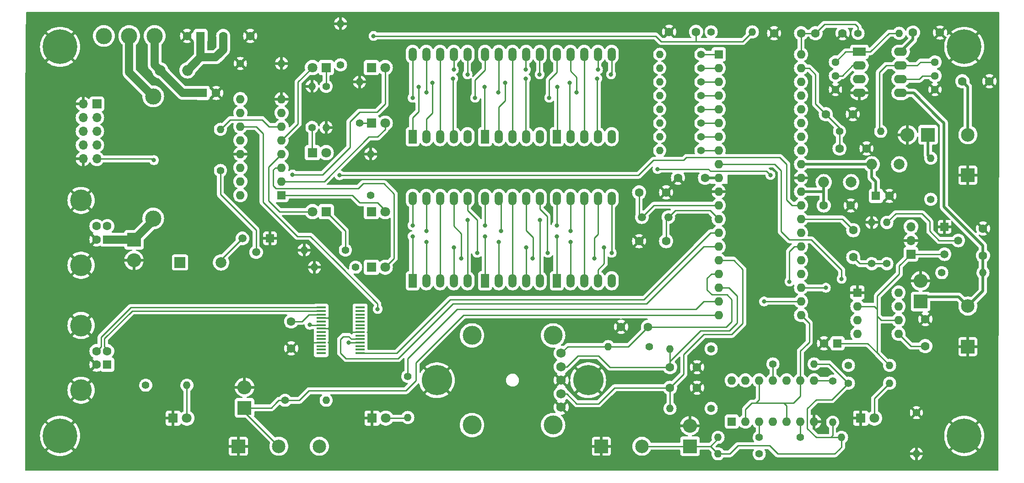
<source format=gbr>
%TF.GenerationSoftware,KiCad,Pcbnew,8.0.1*%
%TF.CreationDate,2024-04-17T00:29:27+02:00*%
%TF.ProjectId,Solaranlage,536f6c61-7261-46e6-9c61-67652e6b6963,rev?*%
%TF.SameCoordinates,Original*%
%TF.FileFunction,Copper,L1,Top*%
%TF.FilePolarity,Positive*%
%FSLAX46Y46*%
G04 Gerber Fmt 4.6, Leading zero omitted, Abs format (unit mm)*
G04 Created by KiCad (PCBNEW 8.0.1) date 2024-04-17 00:29:27*
%MOMM*%
%LPD*%
G01*
G04 APERTURE LIST*
%TA.AperFunction,ComponentPad*%
%ADD10C,1.400000*%
%TD*%
%TA.AperFunction,ComponentPad*%
%ADD11O,1.400000X1.400000*%
%TD*%
%TA.AperFunction,ComponentPad*%
%ADD12R,1.524000X2.524000*%
%TD*%
%TA.AperFunction,ComponentPad*%
%ADD13O,1.524000X2.524000*%
%TD*%
%TA.AperFunction,ComponentPad*%
%ADD14C,0.800000*%
%TD*%
%TA.AperFunction,ComponentPad*%
%ADD15C,6.400000*%
%TD*%
%TA.AperFunction,ComponentPad*%
%ADD16C,1.600000*%
%TD*%
%TA.AperFunction,SMDPad,CuDef*%
%ADD17R,1.750000X0.450000*%
%TD*%
%TA.AperFunction,ComponentPad*%
%ADD18C,3.500000*%
%TD*%
%TA.AperFunction,ComponentPad*%
%ADD19C,1.750000*%
%TD*%
%TA.AperFunction,ComponentPad*%
%ADD20R,1.800000X1.800000*%
%TD*%
%TA.AperFunction,ComponentPad*%
%ADD21C,1.800000*%
%TD*%
%TA.AperFunction,ComponentPad*%
%ADD22C,3.000000*%
%TD*%
%TA.AperFunction,ComponentPad*%
%ADD23R,1.600000X1.600000*%
%TD*%
%TA.AperFunction,ComponentPad*%
%ADD24R,2.400000X1.600000*%
%TD*%
%TA.AperFunction,ComponentPad*%
%ADD25O,2.400000X1.600000*%
%TD*%
%TA.AperFunction,ComponentPad*%
%ADD26O,1.600000X1.600000*%
%TD*%
%TA.AperFunction,ComponentPad*%
%ADD27C,4.000000*%
%TD*%
%TA.AperFunction,ComponentPad*%
%ADD28R,1.700000X1.700000*%
%TD*%
%TA.AperFunction,ComponentPad*%
%ADD29O,1.700000X1.700000*%
%TD*%
%TA.AperFunction,ComponentPad*%
%ADD30R,1.500000X1.500000*%
%TD*%
%TA.AperFunction,ComponentPad*%
%ADD31C,1.500000*%
%TD*%
%TA.AperFunction,ComponentPad*%
%ADD32C,5.600000*%
%TD*%
%TA.AperFunction,ComponentPad*%
%ADD33R,2.500000X2.500000*%
%TD*%
%TA.AperFunction,ComponentPad*%
%ADD34C,2.500000*%
%TD*%
%TA.AperFunction,ComponentPad*%
%ADD35C,1.440000*%
%TD*%
%TA.AperFunction,ComponentPad*%
%ADD36C,2.000000*%
%TD*%
%TA.AperFunction,ComponentPad*%
%ADD37O,2.000000X2.000000*%
%TD*%
%TA.AperFunction,ComponentPad*%
%ADD38R,2.600000X2.600000*%
%TD*%
%TA.AperFunction,ComponentPad*%
%ADD39O,2.600000X2.600000*%
%TD*%
%TA.AperFunction,ComponentPad*%
%ADD40R,2.000000X2.000000*%
%TD*%
%TA.AperFunction,ViaPad*%
%ADD41C,0.800000*%
%TD*%
%TA.AperFunction,Conductor*%
%ADD42C,0.250000*%
%TD*%
%TA.AperFunction,Conductor*%
%ADD43C,0.500000*%
%TD*%
%TA.AperFunction,Conductor*%
%ADD44C,1.500000*%
%TD*%
G04 APERTURE END LIST*
D10*
%TO.P,R11,1*%
%TO.N,+5V*%
X175768000Y-58928000D03*
D11*
%TO.P,R11,2*%
%TO.N,\u005CRST*%
X183388000Y-58928000D03*
%TD*%
D12*
%TO.P,U3,1,E*%
%TO.N,/E_2*%
X133928000Y-78328000D03*
D13*
%TO.P,U3,2,D*%
%TO.N,/D_2*%
X136468000Y-78328000D03*
%TO.P,U3,3,CC*%
%TO.N,/DZ*%
X139008000Y-78328000D03*
%TO.P,U3,4,C*%
%TO.N,/C_2*%
X141548000Y-78328000D03*
%TO.P,U3,5,DP*%
%TO.N,/DP_2*%
X144088000Y-78328000D03*
%TO.P,U3,6,B*%
%TO.N,/B_2*%
X144088000Y-63088000D03*
%TO.P,U3,7,A*%
%TO.N,/A_2*%
X141548000Y-63088000D03*
%TO.P,U3,8,CC*%
%TO.N,/DZ*%
X139008000Y-63088000D03*
%TO.P,U3,9,F*%
%TO.N,/F_2*%
X136468000Y-63088000D03*
%TO.P,U3,10,G*%
%TO.N,/G_2*%
X133928000Y-63088000D03*
%TD*%
D12*
%TO.P,U1,1,E*%
%TO.N,/E_2*%
X120523000Y-78328000D03*
D13*
%TO.P,U1,2,D*%
%TO.N,/D_2*%
X123063000Y-78328000D03*
%TO.P,U1,3,CC*%
%TO.N,/DH*%
X125603000Y-78328000D03*
%TO.P,U1,4,C*%
%TO.N,/C_2*%
X128143000Y-78328000D03*
%TO.P,U1,5,DP*%
%TO.N,/DP_2*%
X130683000Y-78328000D03*
%TO.P,U1,6,B*%
%TO.N,/B_2*%
X130683000Y-63088000D03*
%TO.P,U1,7,A*%
%TO.N,/A_2*%
X128143000Y-63088000D03*
%TO.P,U1,8,CC*%
%TO.N,/DH*%
X125603000Y-63088000D03*
%TO.P,U1,9,F*%
%TO.N,/F_2*%
X123063000Y-63088000D03*
%TO.P,U1,10,G*%
%TO.N,/G_2*%
X120523000Y-63088000D03*
%TD*%
D14*
%TO.P,H1,1,1*%
%TO.N,GND*%
X52878000Y-133708000D03*
X53580944Y-132010944D03*
X53580944Y-135405056D03*
X55278000Y-131308000D03*
D15*
X55278000Y-133708000D03*
D14*
X55278000Y-136108000D03*
X56975056Y-132010944D03*
X56975056Y-135405056D03*
X57678000Y-133708000D03*
%TD*%
%TO.P,H3,1,1*%
%TO.N,GND*%
X52878000Y-61708000D03*
X53580944Y-60010944D03*
X53580944Y-63405056D03*
X55278000Y-59308000D03*
D15*
X55278000Y-61708000D03*
D14*
X55278000Y-64108000D03*
X56975056Y-60010944D03*
X56975056Y-63405056D03*
X57678000Y-61708000D03*
%TD*%
%TO.P,H4,1,1*%
%TO.N,GND*%
X220188000Y-133708000D03*
X220890944Y-132010944D03*
X220890944Y-135405056D03*
X222588000Y-131308000D03*
D15*
X222588000Y-133708000D03*
D14*
X222588000Y-136108000D03*
X224285056Y-132010944D03*
X224285056Y-135405056D03*
X224988000Y-133708000D03*
%TD*%
D16*
%TO.P,C3,1*%
%TO.N,Net-(D8-A1)*%
X222250000Y-68072000D03*
%TO.P,C3,2*%
%TO.N,GND*%
X227250000Y-68072000D03*
%TD*%
%TO.P,C5,1*%
%TO.N,\u005CRST*%
X172974000Y-58928000D03*
%TO.P,C5,2*%
%TO.N,GND*%
X167974000Y-58928000D03*
%TD*%
D12*
%TO.P,U5,1,E*%
%TO.N,/E_2*%
X147193000Y-78328000D03*
D13*
%TO.P,U5,2,D*%
%TO.N,/D_2*%
X149733000Y-78328000D03*
%TO.P,U5,3,CC*%
%TO.N,/DE*%
X152273000Y-78328000D03*
%TO.P,U5,4,C*%
%TO.N,/C_2*%
X154813000Y-78328000D03*
%TO.P,U5,5,DP*%
%TO.N,/DP_2*%
X157353000Y-78328000D03*
%TO.P,U5,6,B*%
%TO.N,/B_2*%
X157353000Y-63088000D03*
%TO.P,U5,7,A*%
%TO.N,/A_2*%
X154813000Y-63088000D03*
%TO.P,U5,8,CC*%
%TO.N,/DE*%
X152273000Y-63088000D03*
%TO.P,U5,9,F*%
%TO.N,/F_2*%
X149733000Y-63088000D03*
%TO.P,U5,10,G*%
%TO.N,/G_2*%
X147193000Y-63088000D03*
%TD*%
D14*
%TO.P,H2,1,1*%
%TO.N,GND*%
X220188000Y-61708000D03*
X220890944Y-60010944D03*
X220890944Y-63405056D03*
X222588000Y-59308000D03*
D15*
X222588000Y-61708000D03*
D14*
X222588000Y-64108000D03*
X224285056Y-60010944D03*
X224285056Y-63405056D03*
X224988000Y-61708000D03*
%TD*%
D12*
%TO.P,U6,1,E*%
%TO.N,/E_2*%
X147193000Y-104998000D03*
D13*
%TO.P,U6,2,D*%
%TO.N,/D_2*%
X149733000Y-104998000D03*
%TO.P,U6,3,CC*%
%TO.N,/KE*%
X152273000Y-104998000D03*
%TO.P,U6,4,C*%
%TO.N,/C_2*%
X154813000Y-104998000D03*
%TO.P,U6,5,DP*%
%TO.N,/DP_2*%
X157353000Y-104998000D03*
%TO.P,U6,6,B*%
%TO.N,/B_2*%
X157353000Y-89758000D03*
%TO.P,U6,7,A*%
%TO.N,/A_2*%
X154813000Y-89758000D03*
%TO.P,U6,8,CC*%
%TO.N,/KE*%
X152273000Y-89758000D03*
%TO.P,U6,9,F*%
%TO.N,/F_2*%
X149733000Y-89758000D03*
%TO.P,U6,10,G*%
%TO.N,/G_2*%
X147193000Y-89758000D03*
%TD*%
D12*
%TO.P,U4,1,E*%
%TO.N,/E_2*%
X133928000Y-104998000D03*
D13*
%TO.P,U4,2,D*%
%TO.N,/D_2*%
X136468000Y-104998000D03*
%TO.P,U4,3,CC*%
%TO.N,/KZ*%
X139008000Y-104998000D03*
%TO.P,U4,4,C*%
%TO.N,/C_2*%
X141548000Y-104998000D03*
%TO.P,U4,5,DP*%
%TO.N,/DP_2*%
X144088000Y-104998000D03*
%TO.P,U4,6,B*%
%TO.N,/B_2*%
X144088000Y-89758000D03*
%TO.P,U4,7,A*%
%TO.N,/A_2*%
X141548000Y-89758000D03*
%TO.P,U4,8,CC*%
%TO.N,/KZ*%
X139008000Y-89758000D03*
%TO.P,U4,9,F*%
%TO.N,/F_2*%
X136468000Y-89758000D03*
%TO.P,U4,10,G*%
%TO.N,/G_2*%
X133928000Y-89758000D03*
%TD*%
D12*
%TO.P,U2,1,E*%
%TO.N,/E_2*%
X120523000Y-104998000D03*
D13*
%TO.P,U2,2,D*%
%TO.N,/D_2*%
X123063000Y-104998000D03*
%TO.P,U2,3,CC*%
%TO.N,/KH*%
X125603000Y-104998000D03*
%TO.P,U2,4,C*%
%TO.N,/C_2*%
X128143000Y-104998000D03*
%TO.P,U2,5,DP*%
%TO.N,/DP_2*%
X130683000Y-104998000D03*
%TO.P,U2,6,B*%
%TO.N,/B_2*%
X130683000Y-89758000D03*
%TO.P,U2,7,A*%
%TO.N,/A_2*%
X128143000Y-89758000D03*
%TO.P,U2,8,CC*%
%TO.N,/KH*%
X125603000Y-89758000D03*
%TO.P,U2,9,F*%
%TO.N,/F_2*%
X123063000Y-89758000D03*
%TO.P,U2,10,G*%
%TO.N,/G_2*%
X120523000Y-89758000D03*
%TD*%
D17*
%TO.P,U8,1,TXD*%
%TO.N,RxD*%
X110788000Y-118398000D03*
%TO.P,U8,2,DTR*%
%TO.N,unconnected-(U8-DTR-Pad2)*%
X110788000Y-117748000D03*
%TO.P,U8,3,RTS*%
%TO.N,unconnected-(U8-RTS-Pad3)*%
X110788000Y-117098000D03*
%TO.P,U8,4,VCCIO*%
%TO.N,+5V*%
X110788000Y-116448000D03*
%TO.P,U8,5,RXD*%
%TO.N,TxD*%
X110788000Y-115798000D03*
%TO.P,U8,6,RI*%
%TO.N,unconnected-(U8-RI-Pad6)*%
X110788000Y-115148000D03*
%TO.P,U8,7,GND*%
%TO.N,GND*%
X110788000Y-114498000D03*
%TO.P,U8,8*%
%TO.N,N/C*%
X110788000Y-113848000D03*
%TO.P,U8,9,DCR*%
%TO.N,unconnected-(U8-DCR-Pad9)*%
X110788000Y-113198000D03*
%TO.P,U8,10,DCD*%
%TO.N,unconnected-(U8-DCD-Pad10)*%
X110788000Y-112548000D03*
%TO.P,U8,11,CTS*%
%TO.N,unconnected-(U8-CTS-Pad11)*%
X110788000Y-111898000D03*
%TO.P,U8,12,CBUS4*%
%TO.N,unconnected-(U8-CBUS4-Pad12)*%
X110788000Y-111248000D03*
%TO.P,U8,13,CBUS2*%
%TO.N,unconnected-(U8-CBUS2-Pad13)*%
X110788000Y-110598000D03*
%TO.P,U8,14,CBUS3*%
%TO.N,unconnected-(U8-CBUS3-Pad14)*%
X110788000Y-109948000D03*
%TO.P,U8,15,USBD+*%
%TO.N,Net-(J4-D+)*%
X103588000Y-109948000D03*
%TO.P,U8,16,USBD-*%
%TO.N,Net-(J4-D-)*%
X103588000Y-110598000D03*
%TO.P,U8,17,3V3OUT*%
%TO.N,Net-(U8-3V3OUT)*%
X103588000Y-111248000D03*
%TO.P,U8,18,GND*%
%TO.N,GND*%
X103588000Y-111898000D03*
%TO.P,U8,19,~{RESET}*%
%TO.N,unconnected-(U8-~{RESET}-Pad19)*%
X103588000Y-112548000D03*
%TO.P,U8,20,VCC*%
%TO.N,+5V*%
X103588000Y-113198000D03*
%TO.P,U8,21,GND*%
%TO.N,GND*%
X103588000Y-113848000D03*
%TO.P,U8,22,CBUS1*%
%TO.N,unconnected-(U8-CBUS1-Pad22)*%
X103588000Y-114498000D03*
%TO.P,U8,23,CBUS0*%
%TO.N,unconnected-(U8-CBUS0-Pad23)*%
X103588000Y-115148000D03*
%TO.P,U8,24*%
%TO.N,N/C*%
X103588000Y-115798000D03*
%TO.P,U8,25,AGND*%
%TO.N,GND*%
X103588000Y-116448000D03*
%TO.P,U8,26,TEST*%
%TO.N,unconnected-(U8-TEST-Pad26)*%
X103588000Y-117098000D03*
%TO.P,U8,27,OSCI*%
%TO.N,unconnected-(U8-OSCI-Pad27)*%
X103588000Y-117748000D03*
%TO.P,U8,28,OSCO*%
%TO.N,unconnected-(U8-OSCO-Pad28)*%
X103588000Y-118398000D03*
%TD*%
D18*
%TO.P,SW1,*%
%TO.N,*%
X131508000Y-131713000D03*
X146508000Y-131713000D03*
X131508000Y-115113000D03*
X146508000Y-115113000D03*
D19*
%TO.P,SW1,A,A*%
%TO.N,ENC_A*%
X148008000Y-125913000D03*
%TO.P,SW1,B,B*%
%TO.N,ENC_B*%
X148008000Y-120913000D03*
%TO.P,SW1,COM,COM*%
%TO.N,GND*%
X148008000Y-123413000D03*
%TO.P,SW1,D,D*%
X148008000Y-128413000D03*
%TO.P,SW1,E,E*%
%TO.N,SW1*%
X148008000Y-118413000D03*
%TD*%
D16*
%TO.P,C9,1*%
%TO.N,SW1*%
X164084000Y-113538000D03*
%TO.P,C9,2*%
%TO.N,GND*%
X159084000Y-113538000D03*
%TD*%
D20*
%TO.P,D2,1,K*%
%TO.N,GND*%
X113030000Y-130429000D03*
D21*
%TO.P,D2,2,A*%
%TO.N,Net-(D2-A)*%
X115570000Y-130429000D03*
%TD*%
D10*
%TO.P,R14,1*%
%TO.N,+5V*%
X175768000Y-128620000D03*
D11*
%TO.P,R14,2*%
%TO.N,ENC_A*%
X168148000Y-128620000D03*
%TD*%
D16*
%TO.P,C6,1*%
%TO.N,ENC_A*%
X168148000Y-124810000D03*
%TO.P,C6,2*%
%TO.N,GND*%
X173148000Y-124810000D03*
%TD*%
D10*
%TO.P,R16,1*%
%TO.N,+5V*%
X164338000Y-117190000D03*
D11*
%TO.P,R16,2*%
%TO.N,SW1*%
X156718000Y-117190000D03*
%TD*%
D10*
%TO.P,R15,1*%
%TO.N,+5V*%
X175768000Y-117602000D03*
D11*
%TO.P,R15,2*%
%TO.N,ENC_B*%
X168148000Y-117602000D03*
%TD*%
D10*
%TO.P,R17,1*%
%TO.N,+5V*%
X71130000Y-124333000D03*
D11*
%TO.P,R17,2*%
%TO.N,Net-(D1-A)*%
X78750000Y-124333000D03*
%TD*%
D16*
%TO.P,C8,1*%
%TO.N,ENC_B*%
X168148000Y-121000000D03*
%TO.P,C8,2*%
%TO.N,GND*%
X173148000Y-121000000D03*
%TD*%
%TO.P,C4,1*%
%TO.N,Net-(D9-A1)*%
X226060000Y-100330000D03*
%TO.P,C4,2*%
%TO.N,GND*%
X226060000Y-95330000D03*
%TD*%
D22*
%TO.P,SW2,1,A*%
%TO.N,Net-(SW2-A)*%
X72782000Y-59690000D03*
%TO.P,SW2,2,B*%
%TO.N,Net-(SW2-B)*%
X68082000Y-59690000D03*
%TO.P,SW2,3,C*%
%TO.N,unconnected-(SW2-C-Pad3)*%
X63382000Y-59690000D03*
%TD*%
D20*
%TO.P,D3,1,K*%
%TO.N,GND*%
X203454000Y-130429000D03*
D21*
%TO.P,D3,2,A*%
%TO.N,Net-(D3-A)*%
X205994000Y-130429000D03*
%TD*%
D10*
%TO.P,R20,1*%
%TO.N,/PWM2*%
X201168000Y-123952000D03*
D11*
%TO.P,R20,2*%
%TO.N,Net-(D3-A)*%
X208788000Y-123952000D03*
%TD*%
D10*
%TO.P,R22,1*%
%TO.N,Net-(C15-Pad2)*%
X205486000Y-101834000D03*
D11*
%TO.P,R22,2*%
%TO.N,GND*%
X205486000Y-94214000D03*
%TD*%
D10*
%TO.P,R23,1*%
%TO.N,Net-(C15-Pad2)*%
X208280000Y-101834000D03*
D11*
%TO.P,R23,2*%
%TO.N,Net-(Q1-B)*%
X208280000Y-94214000D03*
%TD*%
D23*
%TO.P,C16,1*%
%TO.N,Net-(Q1-C)*%
X199136000Y-116586000D03*
D16*
%TO.P,C16,2*%
%TO.N,GND*%
X196636000Y-116586000D03*
%TD*%
D10*
%TO.P,R24,1*%
%TO.N,+5V*%
X201168000Y-120650000D03*
D11*
%TO.P,R24,2*%
%TO.N,Net-(Q1-C)*%
X208788000Y-120650000D03*
%TD*%
D10*
%TO.P,R2,1*%
%TO.N,+5V*%
X218440000Y-103505000D03*
D11*
%TO.P,R2,2*%
%TO.N,Net-(D9-A1)*%
X226060000Y-103505000D03*
%TD*%
D16*
%TO.P,C15,1*%
%TO.N,WDI*%
X202057000Y-95631000D03*
%TO.P,C15,2*%
%TO.N,Net-(C15-Pad2)*%
X202057000Y-100631000D03*
%TD*%
%TO.P,C19,1*%
%TO.N,/KELLER_ADC*%
X196977000Y-74168000D03*
%TO.P,C19,2*%
%TO.N,GND*%
X201977000Y-74168000D03*
%TD*%
%TO.P,C12,1*%
%TO.N,/XTAL2*%
X162433000Y-88646000D03*
%TO.P,C12,2*%
%TO.N,GND*%
X167433000Y-88646000D03*
%TD*%
%TO.P,C14,1*%
%TO.N,+5V*%
X174625000Y-85948000D03*
%TO.P,C14,2*%
%TO.N,GND*%
X169625000Y-85948000D03*
%TD*%
D24*
%TO.P,U9,1*%
%TO.N,Net-(R29-Pad2)*%
X203200000Y-62611000D03*
D25*
%TO.P,U9,2,-*%
%TO.N,Net-(U9A--)*%
X203200000Y-65151000D03*
%TO.P,U9,3,+*%
%TO.N,Net-(D8-A1)*%
X203200000Y-67691000D03*
%TO.P,U9,4,V-*%
%TO.N,GND*%
X203200000Y-70231000D03*
%TO.P,U9,5,+*%
%TO.N,Net-(D9-A1)*%
X210820000Y-70231000D03*
%TO.P,U9,6,-*%
%TO.N,Net-(U9B--)*%
X210820000Y-67691000D03*
%TO.P,U9,7*%
%TO.N,Net-(R30-Pad2)*%
X210820000Y-65151000D03*
%TO.P,U9,8,V+*%
%TO.N,+5V*%
X210820000Y-62611000D03*
%TD*%
D16*
%TO.P,C17,1*%
%TO.N,/DACH_ADC*%
X192405000Y-59182000D03*
%TO.P,C17,2*%
%TO.N,GND*%
X187405000Y-59182000D03*
%TD*%
%TO.P,C20,1*%
%TO.N,+5V*%
X213106000Y-59055000D03*
%TO.P,C20,2*%
%TO.N,GND*%
X218106000Y-59055000D03*
%TD*%
D10*
%TO.P,R3,1*%
%TO.N,/A*%
X173863000Y-63088000D03*
D11*
%TO.P,R3,2*%
%TO.N,/A_2*%
X166243000Y-63088000D03*
%TD*%
D10*
%TO.P,R7,1*%
%TO.N,/B*%
X173863000Y-65628000D03*
D11*
%TO.P,R7,2*%
%TO.N,/B_2*%
X166243000Y-65628000D03*
%TD*%
D10*
%TO.P,R4,1*%
%TO.N,/C*%
X173863000Y-68168000D03*
D11*
%TO.P,R4,2*%
%TO.N,/C_2*%
X166243000Y-68168000D03*
%TD*%
D10*
%TO.P,R6,1*%
%TO.N,/G*%
X173863000Y-78328000D03*
D11*
%TO.P,R6,2*%
%TO.N,/G_2*%
X166243000Y-78328000D03*
%TD*%
D10*
%TO.P,R10,1*%
%TO.N,/DP*%
X173863000Y-80868000D03*
D11*
%TO.P,R10,2*%
%TO.N,/DP_2*%
X166243000Y-80868000D03*
%TD*%
D10*
%TO.P,R8,1*%
%TO.N,/D*%
X173863000Y-70708000D03*
D11*
%TO.P,R8,2*%
%TO.N,/D_2*%
X166243000Y-70708000D03*
%TD*%
D10*
%TO.P,R9,1*%
%TO.N,/F*%
X173863000Y-75788000D03*
D11*
%TO.P,R9,2*%
%TO.N,/F_2*%
X166243000Y-75788000D03*
%TD*%
D10*
%TO.P,R5,1*%
%TO.N,/E*%
X173863000Y-73248000D03*
D11*
%TO.P,R5,2*%
%TO.N,/E_2*%
X166243000Y-73248000D03*
%TD*%
D23*
%TO.P,U7,1,PB0*%
%TO.N,/A*%
X177165000Y-63093600D03*
D26*
%TO.P,U7,2,PB1*%
%TO.N,/B*%
X177165000Y-65633600D03*
%TO.P,U7,3,PB2*%
%TO.N,/C*%
X177165000Y-68173600D03*
%TO.P,U7,4,PB3*%
%TO.N,/D*%
X177165000Y-70713600D03*
%TO.P,U7,5,PB4*%
%TO.N,/E*%
X177165000Y-73253600D03*
%TO.P,U7,6,PB5*%
%TO.N,/F*%
X177165000Y-75793600D03*
%TO.P,U7,7,PB6*%
%TO.N,/G*%
X177165000Y-78333600D03*
%TO.P,U7,8,PB7*%
%TO.N,/DP*%
X177165000Y-80873600D03*
%TO.P,U7,9,~{RESET}*%
%TO.N,\u005CRST*%
X177165000Y-83413600D03*
%TO.P,U7,10,VCC*%
%TO.N,+5V*%
X177165000Y-85953600D03*
%TO.P,U7,11,GND*%
%TO.N,GND*%
X177165000Y-88493600D03*
%TO.P,U7,12,XTAL2*%
%TO.N,/XTAL2*%
X177165000Y-91033600D03*
%TO.P,U7,13,XTAL1*%
%TO.N,/XTAL1*%
X177165000Y-93573600D03*
%TO.P,U7,14,PD0*%
%TO.N,RxD*%
X177165000Y-96113600D03*
%TO.P,U7,15,PD1*%
%TO.N,TxD*%
X177165000Y-98653600D03*
%TO.P,U7,16,PD2*%
%TO.N,ENC_A*%
X177165000Y-101193600D03*
%TO.P,U7,17,PD3*%
%TO.N,SW1*%
X177165000Y-103733600D03*
%TO.P,U7,18,PD4*%
%TO.N,ENC_B*%
X177165000Y-106273600D03*
%TO.P,U7,19,PD5*%
%TO.N,/Heart_LED*%
X177165000Y-108813600D03*
%TO.P,U7,20,PD6*%
%TO.N,/1-wire*%
X177165000Y-111353600D03*
%TO.P,U7,21,PD7*%
%TO.N,PWM*%
X192405000Y-111353600D03*
%TO.P,U7,22,PC0*%
%TO.N,SR_DATA*%
X192405000Y-108813600D03*
%TO.P,U7,23,PC1*%
%TO.N,SR_CLOCK*%
X192405000Y-106273600D03*
%TO.P,U7,24,PC2*%
%TO.N,TCK*%
X192405000Y-103733600D03*
%TO.P,U7,25,PC3*%
%TO.N,TMS*%
X192405000Y-101193600D03*
%TO.P,U7,26,PC4*%
%TO.N,TDO*%
X192405000Y-98653600D03*
%TO.P,U7,27,PC5*%
%TO.N,TDI*%
X192405000Y-96113600D03*
%TO.P,U7,28,PC6*%
%TO.N,WDI*%
X192405000Y-93573600D03*
%TO.P,U7,29,PC7*%
%TO.N,SR_LATCH*%
X192405000Y-91033600D03*
%TO.P,U7,30,AVCC*%
%TO.N,/AVCC*%
X192405000Y-88493600D03*
%TO.P,U7,31,GND*%
%TO.N,GND*%
X192405000Y-85953600D03*
%TO.P,U7,32,AREF*%
%TO.N,/AREF*%
X192405000Y-83413600D03*
%TO.P,U7,33,PA7*%
%TO.N,/DH*%
X192405000Y-80873600D03*
%TO.P,U7,34,PA6*%
%TO.N,/KH*%
X192405000Y-78333600D03*
%TO.P,U7,35,PA5*%
%TO.N,/DZ*%
X192405000Y-75793600D03*
%TO.P,U7,36,PA4*%
%TO.N,/KZ*%
X192405000Y-73253600D03*
%TO.P,U7,37,PA3*%
%TO.N,/DE*%
X192405000Y-70713600D03*
%TO.P,U7,38,PA2*%
%TO.N,/KE*%
X192405000Y-68173600D03*
%TO.P,U7,39,PA1*%
%TO.N,/KELLER_ADC*%
X192405000Y-65633600D03*
%TO.P,U7,40,PA0*%
%TO.N,/DACH_ADC*%
X192405000Y-63093600D03*
%TD*%
D16*
%TO.P,C13,1*%
%TO.N,/XTAL1*%
X167433000Y-97663000D03*
%TO.P,C13,2*%
%TO.N,GND*%
X162433000Y-97663000D03*
%TD*%
D10*
%TO.P,R25,1*%
%TO.N,Net-(D4-K)*%
X107188000Y-65024000D03*
D11*
%TO.P,R25,2*%
%TO.N,GND*%
X107188000Y-57404000D03*
%TD*%
D20*
%TO.P,D4,1,K*%
%TO.N,Net-(D4-K)*%
X112903000Y-65532000D03*
D21*
%TO.P,D4,2,A*%
%TO.N,temp_dach_ind*%
X115443000Y-65532000D03*
%TD*%
D16*
%TO.P,C21,1*%
%TO.N,/KELLER_ADC*%
X199517000Y-80518000D03*
%TO.P,C21,2*%
%TO.N,GND*%
X204517000Y-80518000D03*
%TD*%
%TO.P,C10,1*%
%TO.N,/DACH_ADC*%
X195072000Y-59182000D03*
%TO.P,C10,2*%
%TO.N,GND*%
X200072000Y-59182000D03*
%TD*%
D10*
%TO.P,R29,1*%
%TO.N,/DACH_ADC*%
X202946000Y-59182000D03*
D11*
%TO.P,R29,2*%
%TO.N,Net-(R29-Pad2)*%
X210566000Y-59182000D03*
%TD*%
D10*
%TO.P,R30,1*%
%TO.N,/KELLER_ADC*%
X199517000Y-77343000D03*
D11*
%TO.P,R30,2*%
%TO.N,Net-(R30-Pad2)*%
X207137000Y-77343000D03*
%TD*%
D16*
%TO.P,C2,1*%
%TO.N,/AVCC*%
X196596000Y-91059000D03*
%TO.P,C2,2*%
%TO.N,GND*%
X201596000Y-91059000D03*
%TD*%
%TO.P,C22,1*%
%TO.N,Net-(U8-3V3OUT)*%
X98044000Y-112522000D03*
%TO.P,C22,2*%
%TO.N,GND*%
X98044000Y-117522000D03*
%TD*%
D10*
%TO.P,R12,1*%
%TO.N,Net-(R12-Pad1)*%
X184658000Y-133985000D03*
D11*
%TO.P,R12,2*%
%TO.N,/PWM2*%
X177038000Y-133985000D03*
%TD*%
D10*
%TO.P,R13,1*%
%TO.N,Net-(R13-Pad1)*%
X192278000Y-133985000D03*
D11*
%TO.P,R13,2*%
%TO.N,/PWM2*%
X199898000Y-133985000D03*
%TD*%
D10*
%TO.P,R21,1*%
%TO.N,Net-(R21-Pad1)*%
X187198000Y-120396000D03*
D11*
%TO.P,R21,2*%
%TO.N,/PWM2*%
X194818000Y-120396000D03*
%TD*%
D23*
%TO.P,U12,1,QB*%
%TO.N,temp_keller_ind*%
X96266000Y-89154000D03*
D26*
%TO.P,U12,2,QC*%
%TO.N,mode_ind*%
X96266000Y-86614000D03*
%TO.P,U12,3,QD*%
%TO.N,k_ind*%
X96266000Y-84074000D03*
%TO.P,U12,4,QE*%
%TO.N,delta2_ind*%
X96266000Y-81534000D03*
%TO.P,U12,5,QF*%
%TO.N,delta1_ind*%
X96266000Y-78994000D03*
%TO.P,U12,6,QG*%
%TO.N,Net-(U12-QG)*%
X96266000Y-76454000D03*
%TO.P,U12,7,QH*%
%TO.N,pwm_ind*%
X96266000Y-73914000D03*
%TO.P,U12,8,GND*%
%TO.N,GND*%
X96266000Y-71374000D03*
%TO.P,U12,9,QH'*%
%TO.N,unconnected-(U12-QH'-Pad9)*%
X88646000Y-71374000D03*
%TO.P,U12,10,~{SRCLR}*%
%TO.N,+5V*%
X88646000Y-73914000D03*
%TO.P,U12,11,SRCLK*%
%TO.N,SR_CLOCK*%
X88646000Y-76454000D03*
%TO.P,U12,12,RCLK*%
%TO.N,SR_LATCH*%
X88646000Y-78994000D03*
%TO.P,U12,13,~{OE}*%
%TO.N,GND*%
X88646000Y-81534000D03*
%TO.P,U12,14,SER*%
%TO.N,SR_DATA*%
X88646000Y-84074000D03*
%TO.P,U12,15,QA*%
%TO.N,temp_dach_ind*%
X88646000Y-86614000D03*
%TO.P,U12,16,VCC*%
%TO.N,+5V*%
X88646000Y-89154000D03*
%TD*%
D23*
%TO.P,U10,1,GND*%
%TO.N,GND*%
X202819000Y-107188000D03*
D26*
%TO.P,U10,2,TR*%
%TO.N,Net-(Q1-C)*%
X202819000Y-109728000D03*
%TO.P,U10,3,Q*%
%TO.N,\u005CRST*%
X202819000Y-112268000D03*
%TO.P,U10,4,R*%
%TO.N,+5V*%
X202819000Y-114808000D03*
%TO.P,U10,5,CV*%
%TO.N,Net-(U10-CV)*%
X210439000Y-114808000D03*
%TO.P,U10,6,THR*%
%TO.N,Net-(Q1-C)*%
X210439000Y-112268000D03*
%TO.P,U10,7,DIS*%
%TO.N,unconnected-(U10-DIS-Pad7)*%
X210439000Y-109728000D03*
%TO.P,U10,8,VCC*%
%TO.N,+5V*%
X210439000Y-107188000D03*
%TD*%
D16*
%TO.P,C1,1*%
%TO.N,Net-(U10-CV)*%
X215392000Y-117094000D03*
%TO.P,C1,2*%
%TO.N,GND*%
X215392000Y-112094000D03*
%TD*%
D23*
%TO.P,J4,1,VBUS*%
%TO.N,unconnected-(J4-VBUS-Pad1)*%
X64018000Y-120523000D03*
D16*
%TO.P,J4,2,D-*%
%TO.N,Net-(J4-D-)*%
X64018000Y-118023000D03*
%TO.P,J4,3,D+*%
%TO.N,Net-(J4-D+)*%
X62018000Y-118023000D03*
%TO.P,J4,4,GND*%
%TO.N,GND*%
X62018000Y-120523000D03*
D27*
%TO.P,J4,5,Shield*%
X59158000Y-125273000D03*
X59158000Y-113273000D03*
%TD*%
D23*
%TO.P,J5,1,VBUS*%
%TO.N,Net-(D10-A1)*%
X64018000Y-97378000D03*
D16*
%TO.P,J5,2,D-*%
%TO.N,unconnected-(J5-D--Pad2)*%
X64018000Y-94878000D03*
%TO.P,J5,3,D+*%
%TO.N,unconnected-(J5-D+-Pad3)*%
X62018000Y-94878000D03*
%TO.P,J5,4,GND*%
%TO.N,GND*%
X62018000Y-97378000D03*
D27*
%TO.P,J5,5,Shield*%
X59158000Y-102128000D03*
X59158000Y-90128000D03*
%TD*%
D28*
%TO.P,J3,1,TCK*%
%TO.N,TCK*%
X62078000Y-72263000D03*
D29*
%TO.P,J3,2,GND*%
%TO.N,GND*%
X59538000Y-72263000D03*
%TO.P,J3,3,TDO*%
%TO.N,TDO*%
X62078000Y-74803000D03*
%TO.P,J3,4,VREF*%
%TO.N,+5V*%
X59538000Y-74803000D03*
%TO.P,J3,5,TMS*%
%TO.N,TMS*%
X62078000Y-77343000D03*
%TO.P,J3,6,~{SRST}*%
%TO.N,\u005CRST*%
X59538000Y-77343000D03*
%TO.P,J3,7,VCC*%
%TO.N,+5V*%
X62078000Y-79883000D03*
%TO.P,J3,8,~{TRST}*%
%TO.N,unconnected-(J3-~{TRST}-Pad8)*%
X59538000Y-79883000D03*
%TO.P,J3,9,TDI*%
%TO.N,TDI*%
X62078000Y-82423000D03*
%TO.P,J3,10,GND*%
%TO.N,GND*%
X59538000Y-82423000D03*
%TD*%
D10*
%TO.P,R33,1*%
%TO.N,/1-wire*%
X96901000Y-127127000D03*
D11*
%TO.P,R33,2*%
%TO.N,+5V*%
X104521000Y-127127000D03*
%TD*%
D10*
%TO.P,R34,1*%
%TO.N,+5V*%
X184658000Y-137033000D03*
D11*
%TO.P,R34,2*%
%TO.N,/PWM2*%
X177038000Y-137033000D03*
%TD*%
D10*
%TO.P,R35,1*%
%TO.N,Net-(Q2-B)*%
X84963000Y-84582000D03*
D11*
%TO.P,R35,2*%
%TO.N,Net-(U12-QG)*%
X84963000Y-76962000D03*
%TD*%
D30*
%TO.P,Q2,1,E*%
%TO.N,GND*%
X94107000Y-97155000D03*
D31*
%TO.P,Q2,2,B*%
%TO.N,Net-(Q2-B)*%
X91567000Y-99695000D03*
%TO.P,Q2,3,C*%
%TO.N,Net-(BZ1-+)*%
X89027000Y-97155000D03*
%TD*%
D23*
%TO.P,U11,1*%
%TO.N,\u005CRST*%
X179578000Y-131064000D03*
D26*
%TO.P,U11,2*%
%TO.N,PWM*%
X182118000Y-131064000D03*
%TO.P,U11,3*%
%TO.N,Net-(R12-Pad1)*%
X184658000Y-131064000D03*
%TO.P,U11,4*%
%TO.N,\u005CRST*%
X187198000Y-131064000D03*
%TO.P,U11,5*%
%TO.N,PWM*%
X189738000Y-131064000D03*
%TO.P,U11,6*%
%TO.N,Net-(R13-Pad1)*%
X192278000Y-131064000D03*
%TO.P,U11,7,GND*%
%TO.N,GND*%
X194818000Y-131064000D03*
%TO.P,U11,8*%
%TO.N,Net-(R19-Pad1)*%
X194818000Y-123444000D03*
%TO.P,U11,9*%
%TO.N,PWM*%
X192278000Y-123444000D03*
%TO.P,U11,10*%
%TO.N,\u005CRST*%
X189738000Y-123444000D03*
%TO.P,U11,11*%
%TO.N,Net-(R21-Pad1)*%
X187198000Y-123444000D03*
%TO.P,U11,12*%
%TO.N,PWM*%
X184658000Y-123444000D03*
%TO.P,U11,13*%
%TO.N,\u005CRST*%
X182118000Y-123444000D03*
%TO.P,U11,14,VCC*%
%TO.N,+5V*%
X179578000Y-123444000D03*
%TD*%
D10*
%TO.P,R19,1*%
%TO.N,Net-(R19-Pad1)*%
X198247000Y-123571000D03*
D11*
%TO.P,R19,2*%
%TO.N,/PWM2*%
X198247000Y-131191000D03*
%TD*%
D10*
%TO.P,R1,1*%
%TO.N,+5V*%
X216408000Y-89916000D03*
D11*
%TO.P,R1,2*%
%TO.N,Net-(D8-A1)*%
X216408000Y-82296000D03*
%TD*%
D10*
%TO.P,R28,1*%
%TO.N,Net-(D7-K)*%
X109982000Y-102489000D03*
D11*
%TO.P,R28,2*%
%TO.N,GND*%
X102362000Y-102489000D03*
%TD*%
D20*
%TO.P,D12,1,K*%
%TO.N,Net-(D12-K)*%
X104521000Y-92202000D03*
D21*
%TO.P,D12,2,A*%
%TO.N,delta2_ind*%
X101981000Y-92202000D03*
%TD*%
D20*
%TO.P,D6,1,K*%
%TO.N,Net-(D6-K)*%
X112903000Y-75819000D03*
D21*
%TO.P,D6,2,A*%
%TO.N,mode_ind*%
X115443000Y-75819000D03*
%TD*%
D10*
%TO.P,R31,1*%
%TO.N,Net-(D12-K)*%
X108077000Y-99314000D03*
D11*
%TO.P,R31,2*%
%TO.N,GND*%
X100457000Y-99314000D03*
%TD*%
D20*
%TO.P,D7,1,K*%
%TO.N,Net-(D7-K)*%
X112903000Y-102489000D03*
D21*
%TO.P,D7,2,A*%
%TO.N,k_ind*%
X115443000Y-102489000D03*
%TD*%
D10*
%TO.P,R32,1*%
%TO.N,Net-(D13-K)*%
X104500000Y-69000000D03*
D11*
%TO.P,R32,2*%
%TO.N,GND*%
X104500000Y-76620000D03*
%TD*%
D10*
%TO.P,R26,1*%
%TO.N,Net-(D5-K)*%
X112776000Y-89154000D03*
D11*
%TO.P,R26,2*%
%TO.N,GND*%
X112776000Y-81534000D03*
%TD*%
D20*
%TO.P,D5,1,K*%
%TO.N,Net-(D5-K)*%
X112903000Y-92202000D03*
D21*
%TO.P,D5,2,A*%
%TO.N,temp_keller_ind*%
X115443000Y-92202000D03*
%TD*%
D20*
%TO.P,D13,1,K*%
%TO.N,Net-(D13-K)*%
X104521000Y-65532000D03*
D21*
%TO.P,D13,2,A*%
%TO.N,delta1_ind*%
X101981000Y-65532000D03*
%TD*%
D10*
%TO.P,R27,1*%
%TO.N,Net-(D6-K)*%
X110700000Y-75810000D03*
D11*
%TO.P,R27,2*%
%TO.N,GND*%
X110700000Y-68190000D03*
%TD*%
D20*
%TO.P,D1,1,K*%
%TO.N,GND*%
X76210000Y-130429000D03*
D21*
%TO.P,D1,2,A*%
%TO.N,Net-(D1-A)*%
X78750000Y-130429000D03*
%TD*%
D32*
%TO.P,H5,1,1*%
%TO.N,GND*%
X153008000Y-123413000D03*
%TD*%
D10*
%TO.P,GND1,1*%
%TO.N,GND*%
X213741000Y-129413000D03*
D11*
%TO.P,GND1,2*%
X213741000Y-137033000D03*
%TD*%
D10*
%TO.P,GND2,1*%
%TO.N,GND*%
X88646000Y-64770000D03*
D11*
%TO.P,GND2,2*%
X96266000Y-64770000D03*
%TD*%
D10*
%TO.P,R18,1*%
%TO.N,/Heart_LED*%
X119634000Y-122682000D03*
D11*
%TO.P,R18,2*%
%TO.N,Net-(D2-A)*%
X119634000Y-130302000D03*
%TD*%
D30*
%TO.P,Q1,1,E*%
%TO.N,GND*%
X218948000Y-94996000D03*
D31*
%TO.P,Q1,2,B*%
%TO.N,Net-(Q1-B)*%
X221488000Y-97536000D03*
%TO.P,Q1,3,C*%
%TO.N,Net-(Q1-C)*%
X218948000Y-100076000D03*
%TD*%
D32*
%TO.P,H6,1,1*%
%TO.N,GND*%
X125008000Y-123413000D03*
%TD*%
D20*
%TO.P,D15,1,K*%
%TO.N,Net-(D15-K)*%
X101981000Y-81280000D03*
D21*
%TO.P,D15,2,A*%
%TO.N,pwm_ind*%
X104521000Y-81280000D03*
%TD*%
D10*
%TO.P,R36,1*%
%TO.N,Net-(D15-K)*%
X101900000Y-76610000D03*
D11*
%TO.P,R36,2*%
%TO.N,GND*%
X101900000Y-68990000D03*
%TD*%
D33*
%TO.P,J1,1,Pin_1*%
%TO.N,GND*%
X223266000Y-85471000D03*
D34*
%TO.P,J1,2,Pin_2*%
%TO.N,Net-(D8-A1)*%
X223266000Y-77971000D03*
%TD*%
D33*
%TO.P,J2,1,Pin_1*%
%TO.N,GND*%
X223266000Y-117190000D03*
D34*
%TO.P,J2,2,Pin_2*%
%TO.N,Net-(D9-A1)*%
X223266000Y-109690000D03*
%TD*%
D35*
%TO.P,RV1,1,1*%
%TO.N,Net-(R29-Pad2)*%
X198755000Y-64516000D03*
%TO.P,RV1,2,2*%
%TO.N,Net-(U9A--)*%
X198755000Y-67056000D03*
%TO.P,RV1,3,3*%
%TO.N,GND*%
X198755000Y-69596000D03*
%TD*%
%TO.P,RV2,1,1*%
%TO.N,Net-(R30-Pad2)*%
X217170000Y-64516000D03*
%TO.P,RV2,2,2*%
%TO.N,Net-(U9B--)*%
X217170000Y-67056000D03*
%TO.P,RV2,3,3*%
%TO.N,GND*%
X217170000Y-69596000D03*
%TD*%
D31*
%TO.P,Y1,1,1*%
%TO.N,/XTAL2*%
X162941000Y-93218000D03*
%TO.P,Y1,2,2*%
%TO.N,/XTAL1*%
X167841000Y-93218000D03*
%TD*%
D28*
%TO.P,JP1,1,1*%
%TO.N,Net-(Q1-C)*%
X212725000Y-100076000D03*
D29*
%TO.P,JP1,2,2*%
%TO.N,GND*%
X212725000Y-97536000D03*
%TO.P,JP1,3*%
%TO.N,N/C*%
X212725000Y-94996000D03*
%TD*%
D16*
%TO.P,C7,1*%
%TO.N,+5V*%
X85471000Y-59690000D03*
%TO.P,C7,2*%
%TO.N,GND*%
X90471000Y-59690000D03*
%TD*%
D36*
%TO.P,L1,1,1*%
%TO.N,+5V*%
X201676000Y-86741000D03*
D37*
%TO.P,L1,2,2*%
%TO.N,/AVCC*%
X196596000Y-86741000D03*
%TD*%
D36*
%TO.P,L2,1,1*%
%TO.N,+5V*%
X210566000Y-83439000D03*
D37*
%TO.P,L2,2,2*%
%TO.N,/AREF*%
X205486000Y-83439000D03*
%TD*%
D23*
%TO.P,C11,1*%
%TO.N,/AREF*%
X206248000Y-89281000D03*
D16*
%TO.P,C11,2*%
%TO.N,GND*%
X208748000Y-89281000D03*
%TD*%
D38*
%TO.P,D8,1,A1*%
%TO.N,Net-(D8-A1)*%
X215900000Y-77978000D03*
D39*
%TO.P,D8,2,A2*%
%TO.N,GND*%
X212090000Y-77978000D03*
%TD*%
D38*
%TO.P,D9,1,A1*%
%TO.N,Net-(D9-A1)*%
X214503000Y-108839000D03*
D39*
%TO.P,D9,2,A2*%
%TO.N,GND*%
X214503000Y-105029000D03*
%TD*%
D38*
%TO.P,D10,1,A1*%
%TO.N,Net-(D10-A1)*%
X68961000Y-97409000D03*
D39*
%TO.P,D10,2,A2*%
%TO.N,GND*%
X68961000Y-101219000D03*
%TD*%
D38*
%TO.P,D11,1,A1*%
%TO.N,/PWM2*%
X171831000Y-135636000D03*
D39*
%TO.P,D11,2,A2*%
%TO.N,GND*%
X171831000Y-131826000D03*
%TD*%
D33*
%TO.P,J6,1,Pin_1*%
%TO.N,GND*%
X155448000Y-135636000D03*
D34*
%TO.P,J6,2,Pin_2*%
%TO.N,/PWM2*%
X162948000Y-135636000D03*
%TD*%
D36*
%TO.P,L3,1,1*%
%TO.N,Net-(SW2-A)*%
X73787000Y-66040000D03*
D37*
%TO.P,L3,2,2*%
%TO.N,+5V*%
X78867000Y-66040000D03*
%TD*%
D33*
%TO.P,J7,1,Pin_1*%
%TO.N,GND*%
X88265000Y-135636000D03*
D34*
%TO.P,J7,2,Pin_2*%
%TO.N,/1-wire*%
X95765000Y-135636000D03*
%TO.P,J7,3,Pin_3*%
%TO.N,+5V*%
X103265000Y-135636000D03*
%TD*%
D38*
%TO.P,D14,1,A1*%
%TO.N,/1-wire*%
X89408000Y-128524000D03*
D39*
%TO.P,D14,2,A2*%
%TO.N,GND*%
X89408000Y-124714000D03*
%TD*%
D40*
%TO.P,BZ1,1,-*%
%TO.N,+5V*%
X77470000Y-101600000D03*
D36*
%TO.P,BZ1,2,+*%
%TO.N,Net-(BZ1-+)*%
X85070000Y-101600000D03*
%TD*%
D22*
%TO.P,F1,1*%
%TO.N,Net-(SW2-B)*%
X72517000Y-70869000D03*
%TO.P,F1,2*%
%TO.N,Net-(D10-A1)*%
X72517000Y-93469000D03*
%TD*%
D23*
%TO.P,C23,1*%
%TO.N,Net-(SW2-A)*%
X81661000Y-70231000D03*
D16*
%TO.P,C23,2*%
%TO.N,GND*%
X84161000Y-70231000D03*
%TD*%
D23*
%TO.P,C18,1*%
%TO.N,+5V*%
X81280000Y-59690000D03*
D16*
%TO.P,C18,2*%
%TO.N,GND*%
X78780000Y-59690000D03*
%TD*%
D41*
%TO.N,+5V*%
X101473000Y-113157000D03*
X108687783Y-116448000D03*
%TO.N,\u005CRST*%
X113284000Y-59690000D03*
X199898000Y-104648000D03*
%TO.N,TDI*%
X72644000Y-82677000D03*
%TO.N,TDO*%
X190246000Y-105156000D03*
%TO.N,/A_2*%
X129540000Y-100838000D03*
X154813000Y-65913000D03*
X128143000Y-65913000D03*
X142748000Y-100838000D03*
X141478000Y-65913000D03*
X154139160Y-100849238D03*
%TO.N,/C_2*%
X128016000Y-67564000D03*
X141548000Y-98806000D03*
X154686000Y-67564000D03*
X128143000Y-98806000D03*
X141478000Y-67564000D03*
X155956000Y-98806000D03*
%TO.N,/E_2*%
X147193000Y-96774000D03*
X120523000Y-96774000D03*
X133928000Y-96774000D03*
X147320000Y-69088000D03*
X133858000Y-69088000D03*
X147193000Y-104998000D03*
X121666000Y-69088000D03*
%TO.N,/G_2*%
X147193000Y-94742000D03*
X120523000Y-71120000D03*
X120523000Y-94742000D03*
X132080000Y-71120000D03*
X133928000Y-94742000D03*
X145796000Y-71120000D03*
%TO.N,/B_2*%
X157226000Y-66802000D03*
X132461000Y-99822000D03*
X145542000Y-99822000D03*
X130683000Y-66802000D03*
X157353000Y-99822000D03*
X144018000Y-66802000D03*
%TO.N,/D_2*%
X136468000Y-97790000D03*
X137668000Y-68326000D03*
X123063000Y-97790000D03*
X149606000Y-68326000D03*
X124206000Y-68326000D03*
X149733000Y-97790000D03*
%TO.N,/F_2*%
X123063000Y-95758000D03*
X136906000Y-95758000D03*
X136398000Y-70104000D03*
X149733000Y-95758000D03*
X150876000Y-70104000D03*
X123063000Y-70104000D03*
%TO.N,/DP_2*%
X130683000Y-93726000D03*
X144088000Y-93726000D03*
%TO.N,/DZ*%
X165835583Y-84318024D03*
X186738000Y-85423000D03*
%TO.N,temp_dach_ind*%
X98298000Y-85344000D03*
%TO.N,SR_DATA*%
X185547000Y-108839000D03*
%TO.N,SR_LATCH*%
X107000000Y-85471000D03*
%TO.N,SR_CLOCK*%
X114046000Y-110236000D03*
X196977000Y-106299000D03*
%TD*%
D42*
%TO.N,GND*%
X105466000Y-113848000D02*
X105537000Y-113919000D01*
X103588000Y-111898000D02*
X105526000Y-111898000D01*
X110788000Y-114498000D02*
X109022000Y-114498000D01*
X105526000Y-111898000D02*
X105537000Y-111887000D01*
X103588000Y-113848000D02*
X105466000Y-113848000D01*
X103588000Y-116448000D02*
X101732098Y-116448000D01*
%TO.N,+5V*%
X101514000Y-113198000D02*
X101473000Y-113157000D01*
X103588000Y-113198000D02*
X101514000Y-113198000D01*
D43*
X213106000Y-59055000D02*
X213106000Y-60325000D01*
D44*
X81280000Y-59690000D02*
X81280000Y-63627000D01*
D43*
X213106000Y-60325000D02*
X210820000Y-62611000D01*
D42*
X110788000Y-116448000D02*
X108687783Y-116448000D01*
D44*
X81280000Y-63627000D02*
X78867000Y-66040000D01*
X84074000Y-63627000D02*
X81280000Y-63627000D01*
X85471000Y-59690000D02*
X85471000Y-62230000D01*
D42*
X174630600Y-85953600D02*
X174625000Y-85948000D01*
D44*
X85471000Y-62230000D02*
X84074000Y-63627000D01*
D43*
X177165000Y-85953600D02*
X174630600Y-85953600D01*
D42*
%TO.N,Net-(BZ1-+)*%
X85070000Y-101112000D02*
X85070000Y-101600000D01*
X89027000Y-97155000D02*
X85070000Y-101112000D01*
%TO.N,\u005CRST*%
X188722000Y-84582000D02*
X188722000Y-95885000D01*
X113284000Y-59690000D02*
X165481000Y-59690000D01*
X199898000Y-102997000D02*
X194310000Y-97409000D01*
X181610000Y-60706000D02*
X183388000Y-58928000D01*
X194310000Y-97409000D02*
X190246000Y-97409000D01*
X184367400Y-83413600D02*
X184373000Y-83408000D01*
X172974000Y-58928000D02*
X172974000Y-60706000D01*
X199898000Y-104648000D02*
X199898000Y-102997000D01*
X184373000Y-83408000D02*
X187548000Y-83408000D01*
X182753000Y-83408000D02*
X184373000Y-83408000D01*
X165481000Y-59690000D02*
X166497000Y-60706000D01*
X172974000Y-60706000D02*
X181610000Y-60706000D01*
X166497000Y-60706000D02*
X172974000Y-60706000D01*
X190246000Y-97409000D02*
X188722000Y-95885000D01*
X187548000Y-83408000D02*
X188722000Y-84582000D01*
X177165000Y-83413600D02*
X184367400Y-83413600D01*
%TO.N,TDI*%
X72390000Y-82423000D02*
X72644000Y-82677000D01*
X62078000Y-82423000D02*
X72390000Y-82423000D01*
%TO.N,TDO*%
X191160400Y-98653600D02*
X192405000Y-98653600D01*
X190246000Y-99568000D02*
X191160400Y-98653600D01*
X190246000Y-105156000D02*
X190246000Y-99568000D01*
%TO.N,Net-(U10-CV)*%
X211836000Y-116205000D02*
X210439000Y-114808000D01*
X212725000Y-117094000D02*
X210439000Y-114808000D01*
X215392000Y-117094000D02*
X212725000Y-117094000D01*
D43*
%TO.N,Net-(D8-A1)*%
X223266000Y-71501000D02*
X223266000Y-70612000D01*
X223266000Y-69088000D02*
X222250000Y-68072000D01*
X223266000Y-75946000D02*
X223266000Y-71501000D01*
X215900000Y-77978000D02*
X215900000Y-81788000D01*
X223266000Y-75946000D02*
X223266000Y-77971000D01*
X223266000Y-73406000D02*
X223266000Y-75946000D01*
X223266000Y-70612000D02*
X223266000Y-69088000D01*
X215900000Y-81788000D02*
X216408000Y-82296000D01*
%TO.N,Net-(D9-A1)*%
X221526000Y-107950000D02*
X223266000Y-109690000D01*
X226060000Y-100330000D02*
X226060000Y-103505000D01*
X221755500Y-94220500D02*
X221565000Y-94030000D01*
X218821000Y-75819000D02*
X218821000Y-91286000D01*
X213233000Y-70231000D02*
X217932000Y-74930000D01*
X221565000Y-94030000D02*
X221247500Y-93712500D01*
X226060000Y-100330000D02*
X226060000Y-98525000D01*
X217932000Y-74930000D02*
X218821000Y-75819000D01*
X210820000Y-70231000D02*
X213233000Y-70231000D01*
X226060000Y-106896000D02*
X223266000Y-109690000D01*
X226060000Y-98525000D02*
X221755500Y-94220500D01*
X218821000Y-91286000D02*
X221755500Y-94220500D01*
X226060000Y-103505000D02*
X226060000Y-106896000D01*
X213995000Y-107950000D02*
X221526000Y-107950000D01*
D42*
%TO.N,Net-(Q1-C)*%
X215900000Y-100076000D02*
X212725000Y-100076000D01*
X206502000Y-118364000D02*
X206565500Y-118427500D01*
X210566000Y-102235000D02*
X212725000Y-100076000D01*
X206502000Y-107823000D02*
X210566000Y-103759000D01*
X206502000Y-111506000D02*
X206502000Y-118364000D01*
X206565500Y-118427500D02*
X208788000Y-120650000D01*
X204724000Y-116586000D02*
X206565500Y-118427500D01*
X218440000Y-100076000D02*
X215900000Y-100076000D01*
X206502000Y-110236000D02*
X206502000Y-111506000D01*
X207264000Y-112268000D02*
X206502000Y-111506000D01*
X206502000Y-110236000D02*
X206502000Y-107823000D01*
X210566000Y-103759000D02*
X210566000Y-102235000D01*
X199136000Y-116586000D02*
X204724000Y-116586000D01*
X210058000Y-112268000D02*
X210566000Y-112268000D01*
X210439000Y-112268000D02*
X207264000Y-112268000D01*
X205994000Y-109728000D02*
X206502000Y-110236000D01*
X202819000Y-109728000D02*
X205994000Y-109728000D01*
%TO.N,Net-(U8-3V3OUT)*%
X103588000Y-111248000D02*
X101342000Y-111248000D01*
X98044000Y-112522000D02*
X100068000Y-112522000D01*
X100068000Y-112522000D02*
X101342000Y-111248000D01*
%TO.N,RxD*%
X177165000Y-96113600D02*
X175666400Y-96113600D01*
X110788000Y-118398000D02*
X117568000Y-118398000D01*
X153797000Y-108458000D02*
X127508000Y-108458000D01*
X117568000Y-118398000D02*
X120269000Y-115697000D01*
X175666400Y-96113600D02*
X170180000Y-101600000D01*
X127508000Y-108458000D02*
X120269000Y-115697000D01*
X120269000Y-115697000D02*
X120168000Y-115798000D01*
X153797000Y-108458000D02*
X163322000Y-108458000D01*
X163322000Y-108458000D02*
X170180000Y-101600000D01*
D44*
%TO.N,Net-(SW2-A)*%
X77978000Y-70231000D02*
X81661000Y-70231000D01*
X73787000Y-66040000D02*
X77978000Y-70231000D01*
X72782000Y-65035000D02*
X73787000Y-66040000D01*
X72782000Y-59690000D02*
X72782000Y-65035000D01*
D42*
%TO.N,Net-(D1-A)*%
X78750000Y-124333000D02*
X78750000Y-130429000D01*
%TO.N,Net-(D2-A)*%
X119507000Y-130429000D02*
X119634000Y-130302000D01*
X115570000Y-130429000D02*
X119507000Y-130429000D01*
%TO.N,Net-(D3-A)*%
X205994000Y-126746000D02*
X208788000Y-123952000D01*
X205994000Y-130429000D02*
X205994000Y-126746000D01*
%TO.N,Net-(D6-K)*%
X110236000Y-75819000D02*
X112903000Y-75819000D01*
D44*
%TO.N,Net-(D10-A1)*%
X72517000Y-93853000D02*
X68961000Y-97409000D01*
X72517000Y-93469000D02*
X72517000Y-93853000D01*
X68930000Y-97378000D02*
X68961000Y-97409000D01*
X64018000Y-97378000D02*
X68930000Y-97378000D01*
D42*
%TO.N,Net-(D12-K)*%
X108077000Y-95758000D02*
X104521000Y-92202000D01*
X108077000Y-99314000D02*
X108077000Y-95758000D01*
%TO.N,Net-(D13-K)*%
X104521000Y-65532000D02*
X104521000Y-68979000D01*
X104521000Y-68979000D02*
X104500000Y-69000000D01*
%TO.N,Net-(D15-K)*%
X101900000Y-81199000D02*
X101981000Y-81280000D01*
X101900000Y-76610000D02*
X101900000Y-81199000D01*
D44*
%TO.N,Net-(SW2-B)*%
X68082000Y-66434000D02*
X68082000Y-62601000D01*
X68082000Y-59690000D02*
X68082000Y-62601000D01*
X72517000Y-70869000D02*
X68082000Y-66434000D01*
D42*
%TO.N,ENC_A*%
X170688000Y-122270000D02*
X170688000Y-121285000D01*
X154940000Y-127762000D02*
X156210000Y-126492000D01*
X149027000Y-125913000D02*
X150876000Y-127762000D01*
X157892000Y-124810000D02*
X156210000Y-126492000D01*
X170688000Y-121285000D02*
X170688000Y-118618000D01*
X174371000Y-114935000D02*
X179578000Y-114935000D01*
X177165000Y-101193600D02*
X179933600Y-101193600D01*
X148008000Y-125913000D02*
X149027000Y-125913000D01*
X179933600Y-101193600D02*
X181610000Y-102870000D01*
X156210000Y-126492000D02*
X156876000Y-125826000D01*
X181610000Y-102870000D02*
X181610000Y-112903000D01*
X168148000Y-124810000D02*
X157892000Y-124810000D01*
X168148000Y-124810000D02*
X170688000Y-122270000D01*
X181610000Y-112903000D02*
X179578000Y-114935000D01*
X170688000Y-118618000D02*
X174371000Y-114935000D01*
X150876000Y-127762000D02*
X154940000Y-127762000D01*
X168148000Y-124810000D02*
X168148000Y-128620000D01*
%TO.N,ENC_B*%
X162910000Y-121000000D02*
X161640000Y-121000000D01*
X168910000Y-119126000D02*
X169164000Y-118872000D01*
X168148000Y-118618000D02*
X168148000Y-119126000D01*
X166878000Y-121000000D02*
X161640000Y-121000000D01*
X154940000Y-118872000D02*
X157068000Y-121000000D01*
X149089000Y-120913000D02*
X151130000Y-118872000D01*
X151130000Y-118872000D02*
X154940000Y-118872000D01*
X180594000Y-112776000D02*
X179133500Y-114236500D01*
X157068000Y-121000000D02*
X162910000Y-121000000D01*
X169164000Y-118872000D02*
X173799500Y-114236500D01*
X169164000Y-118872000D02*
X168148000Y-119888000D01*
X148008000Y-120913000D02*
X149089000Y-120913000D01*
X173799500Y-114236500D02*
X179133500Y-114236500D01*
X168148000Y-119126000D02*
X168148000Y-121000000D01*
X168148000Y-117190000D02*
X168148000Y-118618000D01*
X179044600Y-106273600D02*
X180594000Y-107823000D01*
X168148000Y-121000000D02*
X162910000Y-121000000D01*
X177165000Y-106273600D02*
X179044600Y-106273600D01*
X168148000Y-119888000D02*
X168148000Y-121000000D01*
X180594000Y-107823000D02*
X180594000Y-112776000D01*
%TO.N,SW1*%
X178689000Y-107569000D02*
X179578000Y-108458000D01*
X175006000Y-104521000D02*
X175006000Y-106680000D01*
X178562000Y-113538000D02*
X178435000Y-113538000D01*
X175895000Y-107569000D02*
X178689000Y-107569000D01*
X156718000Y-117190000D02*
X149231000Y-117190000D01*
X160432000Y-117190000D02*
X164084000Y-113538000D01*
X149231000Y-117190000D02*
X148008000Y-118413000D01*
X156718000Y-117190000D02*
X160432000Y-117190000D01*
X179578000Y-108458000D02*
X179578000Y-112522000D01*
X179578000Y-112522000D02*
X178562000Y-113538000D01*
X164084000Y-113538000D02*
X178435000Y-113538000D01*
X175006000Y-106680000D02*
X175895000Y-107569000D01*
X177165000Y-103733600D02*
X175793400Y-103733600D01*
X175793400Y-103733600D02*
X175006000Y-104521000D01*
%TO.N,Net-(J4-D+)*%
X62018000Y-118023000D02*
X62865000Y-117176000D01*
X62865000Y-115443000D02*
X68360000Y-109948000D01*
X84802000Y-109948000D02*
X84235000Y-109948000D01*
X62865000Y-117176000D02*
X62865000Y-115443000D01*
X68360000Y-109948000D02*
X84802000Y-109948000D01*
X103588000Y-109948000D02*
X84802000Y-109948000D01*
%TO.N,Net-(J4-D-)*%
X64018000Y-117739000D02*
X63500000Y-117221000D01*
X63500000Y-117221000D02*
X63500000Y-115697000D01*
X64018000Y-118023000D02*
X64018000Y-117739000D01*
X63500000Y-115697000D02*
X68599000Y-110598000D01*
X68599000Y-110598000D02*
X103588000Y-110598000D01*
%TO.N,Net-(Q1-B)*%
X217932000Y-97536000D02*
X221488000Y-97536000D01*
X208280000Y-94214000D02*
X209911000Y-92583000D01*
X214757000Y-92583000D02*
X216217500Y-94043500D01*
X216217500Y-95821500D02*
X217932000Y-97536000D01*
X216217500Y-94043500D02*
X216217500Y-95821500D01*
X209911000Y-92583000D02*
X214757000Y-92583000D01*
%TO.N,/DACH_ADC*%
X202946000Y-59182000D02*
X202946000Y-58039000D01*
X202946000Y-58039000D02*
X202438000Y-57531000D01*
X202438000Y-57531000D02*
X196723000Y-57531000D01*
X196723000Y-57531000D02*
X195072000Y-59182000D01*
X192405000Y-59182000D02*
X195072000Y-59182000D01*
X192405000Y-59182000D02*
X192405000Y-63093600D01*
%TO.N,/KELLER_ADC*%
X195072000Y-70993000D02*
X195072000Y-72263000D01*
X196977000Y-74168000D02*
X199517000Y-76708000D01*
X199517000Y-77343000D02*
X199517000Y-80518000D01*
X195072000Y-72263000D02*
X196977000Y-74168000D01*
X195072000Y-70993000D02*
X195072000Y-66802000D01*
X192405000Y-65633600D02*
X193903600Y-65633600D01*
X195072000Y-66802000D02*
X193903600Y-65633600D01*
X199517000Y-76708000D02*
X199517000Y-77343000D01*
%TO.N,/A_2*%
X154813000Y-96393000D02*
X154813000Y-95123000D01*
X142113000Y-96266000D02*
X142113000Y-96253000D01*
X128143000Y-63088000D02*
X128143000Y-65913000D01*
X141548000Y-89758000D02*
X141548000Y-95688000D01*
X154139160Y-97066840D02*
X154813000Y-96393000D01*
X141478000Y-63158000D02*
X141548000Y-63088000D01*
X154813000Y-95123000D02*
X154813000Y-93853000D01*
X141605000Y-63145000D02*
X141548000Y-63088000D01*
X142113000Y-96266000D02*
X142811500Y-96964500D01*
X129540000Y-96266000D02*
X129540000Y-100838000D01*
X154813000Y-63088000D02*
X154813000Y-65913000D01*
X154813000Y-95123000D02*
X154813000Y-93980000D01*
X142113000Y-96253000D02*
X141548000Y-95688000D01*
X154139160Y-100849238D02*
X154139160Y-97066840D01*
X154813000Y-93853000D02*
X154813000Y-89758000D01*
X142811500Y-96964500D02*
X142811500Y-100774500D01*
X141478000Y-65913000D02*
X141478000Y-63158000D01*
X128143000Y-89758000D02*
X128143000Y-94869000D01*
X142811500Y-100774500D02*
X142748000Y-100838000D01*
X128143000Y-94869000D02*
X129540000Y-96266000D01*
%TO.N,/A*%
X177159400Y-63088000D02*
X177165000Y-63093600D01*
X173863000Y-63088000D02*
X177159400Y-63088000D01*
%TO.N,/C_2*%
X128016000Y-104871000D02*
X128143000Y-104998000D01*
X155956000Y-98806000D02*
X155956000Y-101839941D01*
X155956000Y-101839941D02*
X154813000Y-102982941D01*
X128016000Y-78201000D02*
X128143000Y-78328000D01*
X141548000Y-98806000D02*
X141548000Y-104871000D01*
X128143000Y-98806000D02*
X128143000Y-104871000D01*
X141478000Y-78258000D02*
X141548000Y-78328000D01*
X154686000Y-78201000D02*
X154813000Y-78328000D01*
X141478000Y-67564000D02*
X141478000Y-78258000D01*
X141986000Y-104871000D02*
X142113000Y-104998000D01*
X154813000Y-104998000D02*
X154813000Y-102982941D01*
X128016000Y-67564000D02*
X128016000Y-78201000D01*
X154686000Y-67564000D02*
X154686000Y-78201000D01*
%TO.N,/C*%
X177159400Y-68168000D02*
X177165000Y-68173600D01*
X173863000Y-68168000D02*
X177159400Y-68168000D01*
%TO.N,/E_2*%
X134366000Y-104871000D02*
X134493000Y-104998000D01*
X120396000Y-104871000D02*
X120523000Y-104998000D01*
X120523000Y-78328000D02*
X120523000Y-74803000D01*
X121666000Y-73660000D02*
X121666000Y-69088000D01*
X147193000Y-104998000D02*
X147193000Y-96901000D01*
X147320000Y-78201000D02*
X147193000Y-78328000D01*
X147320000Y-69088000D02*
X147320000Y-78201000D01*
X133928000Y-96774000D02*
X133928000Y-104871000D01*
X133858000Y-78258000D02*
X133928000Y-78328000D01*
X120523000Y-96774000D02*
X120523000Y-104871000D01*
X120523000Y-74803000D02*
X121666000Y-73660000D01*
X133858000Y-69088000D02*
X133858000Y-78258000D01*
%TO.N,/E*%
X173863000Y-73248000D02*
X177159400Y-73248000D01*
X177159400Y-73248000D02*
X177165000Y-73253600D01*
%TO.N,/G_2*%
X147193000Y-89758000D02*
X147193000Y-94615000D01*
X120523000Y-94742000D02*
X120523000Y-89885000D01*
X147193000Y-66421000D02*
X145796000Y-67818000D01*
X147193000Y-63088000D02*
X147193000Y-66421000D01*
X120396000Y-89885000D02*
X120523000Y-89758000D01*
X133928000Y-63088000D02*
X133928000Y-65970000D01*
X120396000Y-63215000D02*
X120523000Y-63088000D01*
X132080000Y-67818000D02*
X132080000Y-71120000D01*
X133928000Y-65970000D02*
X132080000Y-67818000D01*
X120523000Y-71120000D02*
X120523000Y-63215000D01*
X145796000Y-67818000D02*
X145796000Y-71120000D01*
X133928000Y-94742000D02*
X133928000Y-89885000D01*
X134366000Y-89885000D02*
X134493000Y-89758000D01*
%TO.N,/G*%
X173863000Y-78328000D02*
X177159400Y-78328000D01*
X177159400Y-78328000D02*
X177165000Y-78333600D01*
%TO.N,/B_2*%
X130683000Y-89758000D02*
X130683000Y-91978795D01*
X130683000Y-91978795D02*
X132461000Y-93756795D01*
X157353000Y-63088000D02*
X157353000Y-66675000D01*
X157480000Y-89885000D02*
X157353000Y-89758000D01*
X145415000Y-96901000D02*
X145415000Y-99695000D01*
X144088000Y-89758000D02*
X144088000Y-91764000D01*
X144088000Y-91764000D02*
X145415000Y-93091000D01*
X130556000Y-63215000D02*
X130683000Y-63088000D01*
X145415000Y-93091000D02*
X145415000Y-96901000D01*
X130683000Y-66802000D02*
X130683000Y-63215000D01*
X157353000Y-66675000D02*
X157226000Y-66802000D01*
X157353000Y-99822000D02*
X157353000Y-89885000D01*
X144018000Y-63158000D02*
X144088000Y-63088000D01*
X145415000Y-99695000D02*
X145542000Y-99822000D01*
X144018000Y-66802000D02*
X144018000Y-63158000D01*
X132461000Y-93756795D02*
X132461000Y-99822000D01*
%TO.N,/B*%
X177159400Y-65628000D02*
X177165000Y-65633600D01*
X173863000Y-65628000D02*
X177159400Y-65628000D01*
%TO.N,/D_2*%
X137668000Y-71628000D02*
X137668000Y-68326000D01*
X124206000Y-73914000D02*
X124206000Y-68326000D01*
X149733000Y-97790000D02*
X149733000Y-104871000D01*
X149606000Y-68326000D02*
X149606000Y-78201000D01*
X122936000Y-104871000D02*
X123063000Y-104998000D01*
X136468000Y-72828000D02*
X137668000Y-71628000D01*
X123063000Y-97790000D02*
X123063000Y-104871000D01*
X136468000Y-78328000D02*
X136468000Y-72828000D01*
X136906000Y-104871000D02*
X137033000Y-104998000D01*
X123063000Y-78328000D02*
X123063000Y-75057000D01*
X123063000Y-75057000D02*
X124206000Y-73914000D01*
X136468000Y-97790000D02*
X136468000Y-104871000D01*
X149606000Y-78201000D02*
X149733000Y-78328000D01*
%TO.N,/D*%
X173863000Y-70708000D02*
X177159400Y-70708000D01*
X177159400Y-70708000D02*
X177165000Y-70713600D01*
%TO.N,/F_2*%
X123063000Y-95758000D02*
X123063000Y-89885000D01*
X136906000Y-89885000D02*
X137033000Y-89758000D01*
X136468000Y-63088000D02*
X136468000Y-70034000D01*
X136906000Y-95758000D02*
X136906000Y-89885000D01*
X136468000Y-70034000D02*
X136398000Y-70104000D01*
X149733000Y-66167000D02*
X150876000Y-67310000D01*
X149733000Y-63088000D02*
X149733000Y-66167000D01*
X149733000Y-89758000D02*
X149733000Y-95631000D01*
X122936000Y-63215000D02*
X123063000Y-63088000D01*
X150876000Y-67310000D02*
X150876000Y-70104000D01*
X123063000Y-70104000D02*
X123063000Y-63215000D01*
X122936000Y-89885000D02*
X123063000Y-89758000D01*
%TO.N,/F*%
X177159400Y-75788000D02*
X177165000Y-75793600D01*
X173863000Y-75788000D02*
X177159400Y-75788000D01*
%TO.N,/DP_2*%
X144526000Y-104871000D02*
X144653000Y-104998000D01*
X144088000Y-93726000D02*
X144088000Y-104871000D01*
X130683000Y-93726000D02*
X130683000Y-104871000D01*
X130556000Y-104871000D02*
X130683000Y-104998000D01*
%TO.N,/DP*%
X173863000Y-80868000D02*
X177159400Y-80868000D01*
X177159400Y-80868000D02*
X177165000Y-80873600D01*
%TO.N,/Heart_LED*%
X119634000Y-122682000D02*
X119634000Y-119380000D01*
X128778000Y-110236000D02*
X166116000Y-110236000D01*
X172923200Y-110236000D02*
X166116000Y-110236000D01*
X166116000Y-110236000D02*
X166370000Y-110236000D01*
X174345600Y-108813600D02*
X172923200Y-110236000D01*
X119634000Y-119380000D02*
X128778000Y-110236000D01*
X177165000Y-108813600D02*
X174345600Y-108813600D01*
%TO.N,/DH*%
X125603000Y-63088000D02*
X125603000Y-78328000D01*
%TO.N,/DZ*%
X175641000Y-84709000D02*
X186024000Y-84709000D01*
X165835583Y-84318024D02*
X175250024Y-84318024D01*
X139008000Y-63088000D02*
X139008000Y-78328000D01*
X175250024Y-84318024D02*
X175641000Y-84709000D01*
X186024000Y-84709000D02*
X186738000Y-85423000D01*
%TO.N,/DE*%
X152273000Y-63088000D02*
X152273000Y-78328000D01*
%TO.N,/KH*%
X125603000Y-89758000D02*
X125603000Y-104998000D01*
%TO.N,/KZ*%
X139008000Y-89758000D02*
X139008000Y-104998000D01*
%TO.N,/KE*%
X152273000Y-89758000D02*
X152273000Y-104998000D01*
%TO.N,TxD*%
X117856000Y-119380000D02*
X127946972Y-109289028D01*
X127946972Y-109289028D02*
X163760972Y-109289028D01*
X109194000Y-115798000D02*
X108712000Y-115316000D01*
X107188000Y-118364000D02*
X108204000Y-119380000D01*
X108204000Y-119380000D02*
X117856000Y-119380000D01*
X174396400Y-98653600D02*
X163760972Y-109289028D01*
X107188000Y-115824000D02*
X107188000Y-118364000D01*
X108712000Y-115316000D02*
X107696000Y-115316000D01*
X177165000Y-98653600D02*
X174396400Y-98653600D01*
X110337990Y-115798000D02*
X109194000Y-115798000D01*
X107696000Y-115316000D02*
X107188000Y-115824000D01*
D43*
%TO.N,/AVCC*%
X196570600Y-88493600D02*
X196596000Y-88519000D01*
X192405000Y-88493600D02*
X195427600Y-88493600D01*
X196596000Y-86741000D02*
X196596000Y-88519000D01*
X196596000Y-88519000D02*
X196596000Y-91059000D01*
X195427600Y-88493600D02*
X196570600Y-88493600D01*
%TO.N,/AREF*%
X203962000Y-83439000D02*
X203936600Y-83413600D01*
X206248000Y-89281000D02*
X206248000Y-86614000D01*
X192405000Y-83413600D02*
X203936600Y-83413600D01*
X205486000Y-83439000D02*
X203962000Y-83439000D01*
X205486000Y-85852000D02*
X205486000Y-83439000D01*
X204978000Y-83693000D02*
X204724000Y-83439000D01*
X206248000Y-86614000D02*
X205486000Y-85852000D01*
X204698600Y-83413600D02*
X204724000Y-83439000D01*
X203936600Y-83413600D02*
X204698600Y-83413600D01*
D42*
%TO.N,/XTAL2*%
X173964600Y-91033600D02*
X172999400Y-91033600D01*
X177165000Y-91033600D02*
X173964600Y-91033600D01*
X162941000Y-93218000D02*
X165125400Y-91033600D01*
X170840400Y-91033600D02*
X171221400Y-91033600D01*
X171221400Y-91033600D02*
X173964600Y-91033600D01*
X162433000Y-88646000D02*
X162433000Y-92710000D01*
X162433000Y-92710000D02*
X162941000Y-93218000D01*
X165125400Y-91033600D02*
X166141400Y-91033600D01*
X171221400Y-91033600D02*
X166141400Y-91033600D01*
%TO.N,/XTAL1*%
X167433000Y-93626000D02*
X167841000Y-93218000D01*
X175539400Y-91948000D02*
X172212000Y-91948000D01*
X169111000Y-91948000D02*
X167841000Y-93218000D01*
X177165000Y-93573600D02*
X175539400Y-91948000D01*
X167841000Y-97563000D02*
X167941000Y-97663000D01*
X172212000Y-91948000D02*
X169111000Y-91948000D01*
X172212000Y-91948000D02*
X171323000Y-91948000D01*
X167433000Y-97663000D02*
X167433000Y-93626000D01*
%TO.N,WDI*%
X196443600Y-93573600D02*
X196697600Y-93573600D01*
X199999600Y-93573600D02*
X196443600Y-93573600D01*
X196697600Y-93573600D02*
X198983600Y-93573600D01*
X192405000Y-93573600D02*
X196443600Y-93573600D01*
X202057000Y-95631000D02*
X199999600Y-93573600D01*
%TO.N,Net-(C15-Pad2)*%
X203260000Y-101834000D02*
X205486000Y-101834000D01*
X202057000Y-100631000D02*
X203260000Y-101834000D01*
X208280000Y-101834000D02*
X205486000Y-101834000D01*
%TO.N,Net-(Q2-B)*%
X84963000Y-84582000D02*
X84963000Y-89027000D01*
X84963000Y-89027000D02*
X91567000Y-95631000D01*
X91567000Y-95631000D02*
X91567000Y-99695000D01*
%TO.N,Net-(U12-QG)*%
X96266000Y-76454000D02*
X93980000Y-76454000D01*
X93980000Y-76454000D02*
X92710000Y-75184000D01*
X86741000Y-75184000D02*
X88265000Y-75184000D01*
X84963000Y-76962000D02*
X86741000Y-75184000D01*
X92710000Y-75184000D02*
X88265000Y-75184000D01*
X88265000Y-75184000D02*
X87757000Y-75184000D01*
%TO.N,Net-(U9A--)*%
X198755000Y-67056000D02*
X200025000Y-67056000D01*
X201930000Y-65151000D02*
X203200000Y-65151000D01*
X200025000Y-67056000D02*
X201930000Y-65151000D01*
%TO.N,Net-(U9B--)*%
X214249000Y-67691000D02*
X210820000Y-67691000D01*
X214884000Y-67056000D02*
X214249000Y-67691000D01*
X217170000Y-67056000D02*
X214884000Y-67056000D01*
%TO.N,Net-(R29-Pad2)*%
X208661000Y-59182000D02*
X210566000Y-59182000D01*
X198755000Y-64516000D02*
X200660000Y-62611000D01*
X200660000Y-62611000D02*
X203200000Y-62611000D01*
X205232000Y-62611000D02*
X208661000Y-59182000D01*
X203200000Y-62611000D02*
X205232000Y-62611000D01*
%TO.N,Net-(R30-Pad2)*%
X210820000Y-65151000D02*
X213868000Y-65151000D01*
X206883000Y-77089000D02*
X207137000Y-77343000D01*
X214503000Y-64516000D02*
X217170000Y-64516000D01*
X210820000Y-65151000D02*
X208153000Y-65151000D01*
X213868000Y-65151000D02*
X214503000Y-64516000D01*
X206883000Y-72517000D02*
X206883000Y-77089000D01*
X206883000Y-66421000D02*
X206883000Y-72517000D01*
X208153000Y-65151000D02*
X206883000Y-66421000D01*
X206883000Y-72517000D02*
X206883000Y-72898000D01*
%TO.N,/PWM2*%
X193548000Y-128651000D02*
X195199000Y-127000000D01*
X175641000Y-135636000D02*
X177038000Y-134239000D01*
X171831000Y-135636000D02*
X175641000Y-135636000D01*
X197612000Y-120396000D02*
X201168000Y-123952000D01*
X198247000Y-131191000D02*
X198247000Y-133604000D01*
X198247000Y-133604000D02*
X197866000Y-133985000D01*
X177419000Y-137414000D02*
X177038000Y-137033000D01*
X175641000Y-135636000D02*
X177038000Y-137033000D01*
X177038000Y-134239000D02*
X177038000Y-133985000D01*
X188087000Y-137033000D02*
X198628000Y-137033000D01*
X198120000Y-127000000D02*
X201168000Y-123952000D01*
X186563000Y-135509000D02*
X188087000Y-137033000D01*
X179197000Y-137033000D02*
X180721000Y-135509000D01*
X199898000Y-133985000D02*
X199898000Y-135763000D01*
X198628000Y-137033000D02*
X199517000Y-136144000D01*
X180721000Y-135509000D02*
X186563000Y-135509000D01*
X195199000Y-127000000D02*
X198120000Y-127000000D01*
X177038000Y-137033000D02*
X179197000Y-137033000D01*
X162948000Y-135636000D02*
X171831000Y-135636000D01*
X199898000Y-133985000D02*
X197866000Y-133985000D01*
X195199000Y-133985000D02*
X193548000Y-132334000D01*
X193548000Y-132334000D02*
X193548000Y-128651000D01*
X197866000Y-133985000D02*
X195199000Y-133985000D01*
X194818000Y-120396000D02*
X197612000Y-120396000D01*
X199898000Y-135763000D02*
X199517000Y-136144000D01*
%TO.N,Net-(R12-Pad1)*%
X184658000Y-131064000D02*
X184658000Y-133985000D01*
%TO.N,Net-(R13-Pad1)*%
X192278000Y-131064000D02*
X192278000Y-133985000D01*
%TO.N,Net-(R19-Pad1)*%
X198120000Y-123444000D02*
X198247000Y-123571000D01*
X194818000Y-123444000D02*
X198120000Y-123444000D01*
%TO.N,Net-(R21-Pad1)*%
X187198000Y-120396000D02*
X187198000Y-123444000D01*
%TO.N,PWM*%
X193421000Y-116840000D02*
X193929000Y-116332000D01*
X189230000Y-127635000D02*
X191008000Y-127635000D01*
X182118000Y-131064000D02*
X182118000Y-128778000D01*
X184658000Y-123444000D02*
X184658000Y-127000000D01*
X184023000Y-127635000D02*
X189230000Y-127635000D01*
X189738000Y-131064000D02*
X189738000Y-128143000D01*
X193929000Y-112877600D02*
X193929000Y-116332000D01*
X182118000Y-128778000D02*
X183261000Y-127635000D01*
X183261000Y-127635000D02*
X184023000Y-127635000D01*
X191008000Y-127635000D02*
X192278000Y-126365000D01*
X192278000Y-126365000D02*
X192278000Y-123444000D01*
X192405000Y-111353600D02*
X193929000Y-112877600D01*
X192278000Y-123444000D02*
X192278000Y-117983000D01*
X189738000Y-128143000D02*
X189230000Y-127635000D01*
X184658000Y-127000000D02*
X184023000Y-127635000D01*
X192278000Y-117983000D02*
X193929000Y-116332000D01*
%TO.N,delta2_ind*%
X95885000Y-92202000D02*
X101981000Y-92202000D01*
X93853000Y-83947000D02*
X93853000Y-90170000D01*
X93853000Y-90170000D02*
X95885000Y-92202000D01*
X96266000Y-81534000D02*
X93853000Y-83947000D01*
%TO.N,delta1_ind*%
X99314000Y-68199000D02*
X99314000Y-75946000D01*
X101981000Y-65532000D02*
X99314000Y-68199000D01*
X99314000Y-75946000D02*
X96266000Y-78994000D01*
%TO.N,temp_keller_ind*%
X96266000Y-89154000D02*
X109347000Y-89154000D01*
X110744000Y-90551000D02*
X114046000Y-90551000D01*
X109347000Y-89154000D02*
X110744000Y-90551000D01*
X114046000Y-90551000D02*
X115316000Y-91821000D01*
X115316000Y-91821000D02*
X115316000Y-92202000D01*
%TO.N,temp_dach_ind*%
X113919000Y-73787000D02*
X110700000Y-73787000D01*
X103856000Y-85344000D02*
X108900000Y-80300000D01*
X101200000Y-85344000D02*
X98298000Y-85344000D01*
X108900000Y-80300000D02*
X108900000Y-75587000D01*
X108900000Y-75587000D02*
X110700000Y-73787000D01*
X101200000Y-85344000D02*
X103856000Y-85344000D01*
X115443000Y-72263000D02*
X113919000Y-73787000D01*
X101727000Y-85344000D02*
X101200000Y-85344000D01*
X115443000Y-65532000D02*
X115443000Y-72263000D01*
%TO.N,k_ind*%
X94742000Y-87439500D02*
X95186500Y-87884000D01*
X117094000Y-92202000D02*
X117094000Y-97028000D01*
X110490000Y-87884000D02*
X111379000Y-86995000D01*
X94742000Y-84455000D02*
X94742000Y-87439500D01*
X117094000Y-100838000D02*
X116141500Y-101790500D01*
X111379000Y-86995000D02*
X115189000Y-86995000D01*
X96266000Y-84074000D02*
X95123000Y-84074000D01*
X117094000Y-97028000D02*
X117094000Y-100838000D01*
X115189000Y-86995000D02*
X117094000Y-88900000D01*
X117094000Y-88900000D02*
X117094000Y-92202000D01*
X95186500Y-87884000D02*
X110490000Y-87884000D01*
X117094000Y-97028000D02*
X117094000Y-97282000D01*
X116541001Y-101390999D02*
X116141500Y-101790500D01*
X116141500Y-101790500D02*
X115443000Y-102489000D01*
X95123000Y-84074000D02*
X94742000Y-84455000D01*
%TO.N,mode_ind*%
X104186000Y-86614000D02*
X112441000Y-78359000D01*
X96266000Y-86614000D02*
X104186000Y-86614000D01*
X114046000Y-78359000D02*
X115443000Y-76962000D01*
X115443000Y-76962000D02*
X115443000Y-75825000D01*
X112441000Y-78359000D02*
X114046000Y-78359000D01*
%TO.N,SR_DATA*%
X185572400Y-108813600D02*
X185547000Y-108839000D01*
X192405000Y-108813600D02*
X185572400Y-108813600D01*
%TO.N,SR_LATCH*%
X171196000Y-82169000D02*
X188468000Y-82169000D01*
X189738000Y-90043000D02*
X190728600Y-91033600D01*
X190728600Y-91033600D02*
X192405000Y-91033600D01*
X170688000Y-82677000D02*
X171196000Y-82169000D01*
X189738000Y-83439000D02*
X189738000Y-90043000D01*
X188468000Y-82169000D02*
X189738000Y-83439000D01*
X165100000Y-82677000D02*
X167386000Y-82677000D01*
X169037000Y-82677000D02*
X169545000Y-82677000D01*
X169037000Y-82677000D02*
X170688000Y-82677000D01*
X162306000Y-85471000D02*
X165100000Y-82677000D01*
X167386000Y-82677000D02*
X168910000Y-82677000D01*
X167386000Y-82677000D02*
X169037000Y-82677000D01*
X107000000Y-85471000D02*
X162306000Y-85471000D01*
%TO.N,SR_CLOCK*%
X106045000Y-101219000D02*
X107251500Y-102425500D01*
X88646000Y-76454000D02*
X91567000Y-76454000D01*
X107061000Y-102235000D02*
X107251500Y-102425500D01*
X114046000Y-109220000D02*
X114046000Y-110236000D01*
X91567000Y-76454000D02*
X92837000Y-77724000D01*
X107251500Y-102425500D02*
X114046000Y-109220000D01*
X101600000Y-96774000D02*
X106045000Y-101219000D01*
X196977000Y-106299000D02*
X192430400Y-106299000D01*
X92837000Y-77724000D02*
X92837000Y-90424000D01*
X99187000Y-96774000D02*
X101600000Y-96774000D01*
X92837000Y-90424000D02*
X99187000Y-96774000D01*
X192430400Y-106299000D02*
X192405000Y-106273600D01*
%TO.N,/1-wire*%
X96901000Y-127127000D02*
X95758000Y-127127000D01*
X89408000Y-129279000D02*
X89408000Y-128524000D01*
X92202000Y-128524000D02*
X92710000Y-128524000D01*
X93345000Y-128524000D02*
X92202000Y-128524000D01*
X93345000Y-128524000D02*
X94361000Y-128524000D01*
X99568000Y-127127000D02*
X101346000Y-125349000D01*
X89408000Y-128524000D02*
X92202000Y-128524000D01*
X121158000Y-123444000D02*
X121158000Y-120142000D01*
X95765000Y-135636000D02*
X89408000Y-129279000D01*
X172110400Y-111353600D02*
X177165000Y-111353600D01*
X94361000Y-128524000D02*
X95313500Y-127571500D01*
X121158000Y-120142000D02*
X128905000Y-112395000D01*
X95758000Y-127127000D02*
X95313500Y-127571500D01*
X101346000Y-125349000D02*
X119253000Y-125349000D01*
X96901000Y-127127000D02*
X99568000Y-127127000D01*
X119253000Y-125349000D02*
X121158000Y-123444000D01*
X128905000Y-112395000D02*
X129946400Y-111353600D01*
X128397000Y-112903000D02*
X128905000Y-112395000D01*
X129946400Y-111353600D02*
X172110400Y-111353600D01*
%TD*%
%TA.AperFunction,Conductor*%
%TO.N,GND*%
G36*
X169972532Y-119063538D02*
G01*
X170029368Y-119106085D01*
X170054179Y-119172605D01*
X170054500Y-119181594D01*
X170054500Y-121955405D01*
X170034498Y-122023526D01*
X170017595Y-122044500D01*
X168561247Y-123500847D01*
X168498935Y-123534873D01*
X168439541Y-123533459D01*
X168376090Y-123516457D01*
X168148000Y-123496502D01*
X167919913Y-123516457D01*
X167698759Y-123575715D01*
X167698753Y-123575717D01*
X167491250Y-123672477D01*
X167303703Y-123803799D01*
X167303697Y-123803804D01*
X167141804Y-123965697D01*
X167141799Y-123965703D01*
X167031819Y-124122771D01*
X166976362Y-124167099D01*
X166928606Y-124176500D01*
X157829603Y-124176500D01*
X157756568Y-124191028D01*
X157707215Y-124200845D01*
X157707213Y-124200845D01*
X157707212Y-124200846D01*
X157591923Y-124248601D01*
X157488171Y-124317926D01*
X157488164Y-124317931D01*
X154714501Y-127091595D01*
X154652189Y-127125621D01*
X154625406Y-127128500D01*
X151190594Y-127128500D01*
X151122473Y-127108498D01*
X151101499Y-127091595D01*
X149430835Y-125420931D01*
X149430833Y-125420929D01*
X149327075Y-125351600D01*
X149327073Y-125351599D01*
X149307184Y-125343360D01*
X149251904Y-125298810D01*
X149240018Y-125277567D01*
X149238012Y-125272993D01*
X149228922Y-125252270D01*
X149228920Y-125252267D01*
X149228919Y-125252264D01*
X149103520Y-125060327D01*
X149103519Y-125060326D01*
X149103518Y-125060324D01*
X148948231Y-124891637D01*
X148781818Y-124762113D01*
X148740348Y-124704489D01*
X148736614Y-124633590D01*
X148771804Y-124571928D01*
X148781816Y-124563253D01*
X148791503Y-124555712D01*
X148029791Y-123794000D01*
X148058160Y-123794000D01*
X148155061Y-123768036D01*
X148241940Y-123717876D01*
X148312876Y-123646940D01*
X148363036Y-123560061D01*
X148389000Y-123463160D01*
X148389000Y-123434791D01*
X149149138Y-124194929D01*
X149149139Y-124194929D01*
X149228480Y-124073490D01*
X149320548Y-123863596D01*
X149376811Y-123641419D01*
X149395739Y-123413003D01*
X149695141Y-123413003D01*
X149714561Y-123771183D01*
X149772592Y-124125162D01*
X149868559Y-124470801D01*
X150001326Y-124804021D01*
X150001330Y-124804030D01*
X150169350Y-125120952D01*
X150169352Y-125120956D01*
X150370654Y-125417854D01*
X150496167Y-125565621D01*
X151711367Y-124350421D01*
X151787588Y-124455330D01*
X151965670Y-124633412D01*
X152070576Y-124709631D01*
X150852502Y-125927705D01*
X150852502Y-125927706D01*
X150863297Y-125937932D01*
X150863300Y-125937934D01*
X151148849Y-126155005D01*
X151148867Y-126155017D01*
X151456227Y-126339949D01*
X151456234Y-126339953D01*
X151781766Y-126490561D01*
X151781785Y-126490569D01*
X152121706Y-126605101D01*
X152121723Y-126605106D01*
X152472022Y-126682213D01*
X152472050Y-126682218D01*
X152828637Y-126720999D01*
X152828653Y-126721000D01*
X153187347Y-126721000D01*
X153187362Y-126720999D01*
X153543949Y-126682218D01*
X153543977Y-126682213D01*
X153894276Y-126605106D01*
X153894293Y-126605101D01*
X154234214Y-126490569D01*
X154234233Y-126490561D01*
X154559765Y-126339953D01*
X154559772Y-126339949D01*
X154867132Y-126155017D01*
X154867138Y-126155013D01*
X155152701Y-125937932D01*
X155163495Y-125927706D01*
X155163495Y-125927704D01*
X153945422Y-124709631D01*
X154050330Y-124633412D01*
X154228412Y-124455330D01*
X154304631Y-124350422D01*
X155519830Y-125565621D01*
X155519831Y-125565621D01*
X155645340Y-125417862D01*
X155645342Y-125417858D01*
X155846647Y-125120956D01*
X155846649Y-125120952D01*
X156014669Y-124804030D01*
X156014673Y-124804021D01*
X156147440Y-124470801D01*
X156243407Y-124125162D01*
X156301438Y-123771183D01*
X156320859Y-123413003D01*
X156320859Y-123412996D01*
X156301438Y-123054816D01*
X156243407Y-122700837D01*
X156147440Y-122355198D01*
X156014673Y-122021978D01*
X156014669Y-122021969D01*
X155846649Y-121705047D01*
X155846647Y-121705043D01*
X155645348Y-121408150D01*
X155519830Y-121260378D01*
X154304631Y-122475577D01*
X154228412Y-122370670D01*
X154050330Y-122192588D01*
X153945422Y-122116367D01*
X155163496Y-120898293D01*
X155163496Y-120898292D01*
X155152702Y-120888067D01*
X155152699Y-120888065D01*
X154867150Y-120670994D01*
X154867132Y-120670982D01*
X154559772Y-120486050D01*
X154559765Y-120486046D01*
X154234233Y-120335438D01*
X154234214Y-120335430D01*
X153894293Y-120220898D01*
X153894276Y-120220893D01*
X153543977Y-120143786D01*
X153543949Y-120143781D01*
X153187362Y-120105000D01*
X152828637Y-120105000D01*
X152472050Y-120143781D01*
X152472022Y-120143786D01*
X152121723Y-120220893D01*
X152121706Y-120220898D01*
X151781785Y-120335430D01*
X151781766Y-120335438D01*
X151456234Y-120486046D01*
X151456227Y-120486050D01*
X151148867Y-120670982D01*
X151148861Y-120670986D01*
X150863299Y-120888067D01*
X150852502Y-120898293D01*
X152070577Y-122116368D01*
X151965670Y-122192588D01*
X151787588Y-122370670D01*
X151711368Y-122475577D01*
X150496168Y-121260377D01*
X150370654Y-121408145D01*
X150169352Y-121705043D01*
X150169350Y-121705047D01*
X150001330Y-122021969D01*
X150001326Y-122021978D01*
X149868559Y-122355198D01*
X149772592Y-122700837D01*
X149714561Y-123054816D01*
X149695141Y-123412996D01*
X149695141Y-123413003D01*
X149395739Y-123413003D01*
X149395739Y-123413000D01*
X149376811Y-123184580D01*
X149320548Y-122962403D01*
X149228480Y-122752509D01*
X149149139Y-122631069D01*
X148389000Y-123391208D01*
X148389000Y-123362840D01*
X148363036Y-123265939D01*
X148312876Y-123179060D01*
X148241940Y-123108124D01*
X148155061Y-123057964D01*
X148058160Y-123032000D01*
X148029790Y-123032000D01*
X148791502Y-122270286D01*
X148791502Y-122270285D01*
X148781818Y-122262747D01*
X148740348Y-122205120D01*
X148736616Y-122134222D01*
X148771808Y-122072561D01*
X148781813Y-122063890D01*
X148948231Y-121934363D01*
X149103518Y-121765676D01*
X149228922Y-121573730D01*
X149228929Y-121573713D01*
X149230647Y-121570541D01*
X149231697Y-121569482D01*
X149231773Y-121569367D01*
X149231796Y-121569382D01*
X149280656Y-121520146D01*
X149293238Y-121514097D01*
X149389075Y-121474400D01*
X149492833Y-121405071D01*
X151355499Y-119542405D01*
X151417811Y-119508379D01*
X151444594Y-119505500D01*
X154625406Y-119505500D01*
X154693527Y-119525502D01*
X154714501Y-119542405D01*
X156575929Y-121403833D01*
X156664167Y-121492071D01*
X156767925Y-121561400D01*
X156883215Y-121609155D01*
X157005606Y-121633500D01*
X161577606Y-121633500D01*
X162847606Y-121633500D01*
X166928606Y-121633500D01*
X166996727Y-121653502D01*
X167031819Y-121687229D01*
X167132839Y-121831500D01*
X167141802Y-121844300D01*
X167303700Y-122006198D01*
X167491251Y-122137523D01*
X167698757Y-122234284D01*
X167919913Y-122293543D01*
X168148000Y-122313498D01*
X168376087Y-122293543D01*
X168597243Y-122234284D01*
X168804749Y-122137523D01*
X168992300Y-122006198D01*
X169154198Y-121844300D01*
X169285523Y-121656749D01*
X169382284Y-121449243D01*
X169441543Y-121228087D01*
X169461498Y-121000000D01*
X169441543Y-120771913D01*
X169382284Y-120550757D01*
X169285523Y-120343251D01*
X169154198Y-120155700D01*
X169054295Y-120055797D01*
X169020270Y-119993485D01*
X169025336Y-119922669D01*
X169054293Y-119877609D01*
X169656071Y-119275833D01*
X169839405Y-119092499D01*
X169901717Y-119058473D01*
X169972532Y-119063538D01*
G37*
%TD.AperFunction*%
%TA.AperFunction,Conductor*%
G36*
X229004621Y-55253502D02*
G01*
X229051114Y-55307158D01*
X229062500Y-55359500D01*
X229062500Y-71343475D01*
X228904167Y-130015250D01*
X228884110Y-137447908D01*
X228877069Y-140056840D01*
X228856883Y-140124907D01*
X228803102Y-140171254D01*
X228751069Y-140182500D01*
X48929500Y-140182500D01*
X48861379Y-140162498D01*
X48814886Y-140108842D01*
X48803500Y-140056500D01*
X48803500Y-133708006D01*
X51564911Y-133708006D01*
X51585250Y-134096114D01*
X51646051Y-134479995D01*
X51746644Y-134855414D01*
X51885919Y-135218239D01*
X51885923Y-135218247D01*
X52062365Y-135564535D01*
X52062369Y-135564541D01*
X52274049Y-135890501D01*
X52480877Y-136145911D01*
X53172004Y-135454784D01*
X53330944Y-135454784D01*
X53369004Y-135546670D01*
X53439330Y-135616996D01*
X53531216Y-135655056D01*
X53630672Y-135655056D01*
X53722558Y-135616996D01*
X53792884Y-135546670D01*
X53830944Y-135454784D01*
X53830944Y-135355328D01*
X53792884Y-135263442D01*
X53722558Y-135193116D01*
X53630672Y-135155056D01*
X53531216Y-135155056D01*
X53439330Y-135193116D01*
X53369004Y-135263442D01*
X53330944Y-135355328D01*
X53330944Y-135454784D01*
X53172004Y-135454784D01*
X53981367Y-134645421D01*
X54057588Y-134750330D01*
X54235670Y-134928412D01*
X54340577Y-135004631D01*
X52840087Y-136505121D01*
X53095498Y-136711950D01*
X53421458Y-136923630D01*
X53421464Y-136923634D01*
X53767752Y-137100076D01*
X53767760Y-137100080D01*
X54130585Y-137239355D01*
X54506004Y-137339948D01*
X54889885Y-137400749D01*
X55277994Y-137421089D01*
X55278006Y-137421089D01*
X55666114Y-137400749D01*
X56049995Y-137339948D01*
X56425414Y-137239355D01*
X56788239Y-137100080D01*
X56788247Y-137100076D01*
X57113019Y-136934597D01*
X86507000Y-136934597D01*
X86513505Y-136995093D01*
X86564555Y-137131964D01*
X86564555Y-137131965D01*
X86652095Y-137248904D01*
X86769034Y-137336444D01*
X86905906Y-137387494D01*
X86966402Y-137393999D01*
X86966415Y-137394000D01*
X88011000Y-137394000D01*
X88011000Y-136234344D01*
X88075402Y-136261021D01*
X88200981Y-136286000D01*
X88329019Y-136286000D01*
X88454598Y-136261021D01*
X88519000Y-136234344D01*
X88519000Y-137394000D01*
X89563585Y-137394000D01*
X89563597Y-137393999D01*
X89624093Y-137387494D01*
X89760964Y-137336444D01*
X89760965Y-137336444D01*
X89877904Y-137248904D01*
X89965444Y-137131965D01*
X89965444Y-137131964D01*
X90016494Y-136995093D01*
X90022999Y-136934597D01*
X90023000Y-136934585D01*
X90023000Y-135890000D01*
X88863344Y-135890000D01*
X88890021Y-135825598D01*
X88915000Y-135700019D01*
X88915000Y-135571981D01*
X88890021Y-135446402D01*
X88863344Y-135382000D01*
X90023000Y-135382000D01*
X90023000Y-134337414D01*
X90022999Y-134337402D01*
X90016494Y-134276906D01*
X89965444Y-134140035D01*
X89965444Y-134140034D01*
X89877904Y-134023095D01*
X89760965Y-133935555D01*
X89624093Y-133884505D01*
X89563597Y-133878000D01*
X88519000Y-133878000D01*
X88519000Y-135037655D01*
X88454598Y-135010979D01*
X88329019Y-134986000D01*
X88200981Y-134986000D01*
X88075402Y-135010979D01*
X88011000Y-135037655D01*
X88011000Y-133878000D01*
X86966402Y-133878000D01*
X86905906Y-133884505D01*
X86769035Y-133935555D01*
X86769034Y-133935555D01*
X86652095Y-134023095D01*
X86564555Y-134140034D01*
X86564555Y-134140035D01*
X86513505Y-134276906D01*
X86507000Y-134337402D01*
X86507000Y-135382000D01*
X87666656Y-135382000D01*
X87639979Y-135446402D01*
X87615000Y-135571981D01*
X87615000Y-135700019D01*
X87639979Y-135825598D01*
X87666656Y-135890000D01*
X86507000Y-135890000D01*
X86507000Y-136934597D01*
X57113019Y-136934597D01*
X57134535Y-136923634D01*
X57134541Y-136923630D01*
X57460501Y-136711950D01*
X57715911Y-136505121D01*
X56665575Y-135454784D01*
X56725056Y-135454784D01*
X56763116Y-135546670D01*
X56833442Y-135616996D01*
X56925328Y-135655056D01*
X57024784Y-135655056D01*
X57116670Y-135616996D01*
X57186996Y-135546670D01*
X57225056Y-135454784D01*
X57225056Y-135355328D01*
X57186996Y-135263442D01*
X57116670Y-135193116D01*
X57024784Y-135155056D01*
X56925328Y-135155056D01*
X56833442Y-135193116D01*
X56763116Y-135263442D01*
X56725056Y-135355328D01*
X56725056Y-135454784D01*
X56665575Y-135454784D01*
X56215422Y-135004631D01*
X56320330Y-134928412D01*
X56498412Y-134750330D01*
X56574632Y-134645422D01*
X58075121Y-136145911D01*
X58281950Y-135890501D01*
X58493630Y-135564541D01*
X58493634Y-135564535D01*
X58670076Y-135218247D01*
X58670080Y-135218239D01*
X58809355Y-134855414D01*
X58909948Y-134479995D01*
X58970749Y-134096114D01*
X58991089Y-133708006D01*
X58991089Y-133707993D01*
X58970749Y-133319885D01*
X58909948Y-132936004D01*
X58809355Y-132560585D01*
X58670080Y-132197760D01*
X58670076Y-132197752D01*
X58493628Y-131851455D01*
X58281957Y-131525508D01*
X58281952Y-131525501D01*
X58162181Y-131377597D01*
X74802000Y-131377597D01*
X74808505Y-131438093D01*
X74859555Y-131574964D01*
X74859555Y-131574965D01*
X74947095Y-131691904D01*
X75064034Y-131779444D01*
X75200906Y-131830494D01*
X75261402Y-131836999D01*
X75261415Y-131837000D01*
X75956000Y-131837000D01*
X75956000Y-130801968D01*
X76036306Y-130848333D01*
X76150756Y-130879000D01*
X76269244Y-130879000D01*
X76383694Y-130848333D01*
X76464000Y-130801968D01*
X76464000Y-131837000D01*
X77158585Y-131837000D01*
X77158597Y-131836999D01*
X77219093Y-131830494D01*
X77355964Y-131779444D01*
X77355965Y-131779444D01*
X77472904Y-131691904D01*
X77560444Y-131574965D01*
X77583877Y-131512138D01*
X77626423Y-131455302D01*
X77692943Y-131430491D01*
X77762318Y-131445582D01*
X77788356Y-131465929D01*
X77788946Y-131465289D01*
X77792778Y-131468817D01*
X77848437Y-131512138D01*
X77976983Y-131612190D01*
X78182273Y-131723287D01*
X78403049Y-131799080D01*
X78633288Y-131837500D01*
X78633292Y-131837500D01*
X78866708Y-131837500D01*
X78866712Y-131837500D01*
X79096951Y-131799080D01*
X79317727Y-131723287D01*
X79523017Y-131612190D01*
X79707220Y-131468818D01*
X79711656Y-131464000D01*
X79865314Y-131297083D01*
X79916724Y-131218394D01*
X79992984Y-131101669D01*
X80086749Y-130887907D01*
X80144051Y-130661626D01*
X80163327Y-130429000D01*
X80144051Y-130196374D01*
X80112101Y-130070207D01*
X80086750Y-129970096D01*
X80086747Y-129970089D01*
X80076978Y-129947819D01*
X79992984Y-129756331D01*
X79981279Y-129738415D01*
X79865314Y-129560916D01*
X79707225Y-129389186D01*
X79707221Y-129389182D01*
X79615118Y-129317496D01*
X79523017Y-129245810D01*
X79523010Y-129245806D01*
X79449530Y-129206040D01*
X79399140Y-129156027D01*
X79383500Y-129095227D01*
X79383500Y-125430315D01*
X79403502Y-125362194D01*
X79437226Y-125327104D01*
X79529776Y-125262301D01*
X79679301Y-125112776D01*
X79800589Y-124939558D01*
X79889956Y-124747910D01*
X79944686Y-124543655D01*
X79963116Y-124333000D01*
X79944686Y-124122345D01*
X79889956Y-123918090D01*
X79800589Y-123726442D01*
X79800588Y-123726441D01*
X79800587Y-123726438D01*
X79679307Y-123553232D01*
X79679304Y-123553228D01*
X79679301Y-123553224D01*
X79529776Y-123403699D01*
X79529772Y-123403696D01*
X79529767Y-123403692D01*
X79356561Y-123282412D01*
X79164912Y-123193045D01*
X79164908Y-123193043D01*
X79070113Y-123167643D01*
X78960655Y-123138314D01*
X78750000Y-123119884D01*
X78539345Y-123138314D01*
X78518737Y-123143836D01*
X78335091Y-123193043D01*
X78335087Y-123193045D01*
X78143438Y-123282412D01*
X77970232Y-123403692D01*
X77970221Y-123403701D01*
X77820701Y-123553221D01*
X77820692Y-123553232D01*
X77699412Y-123726438D01*
X77610045Y-123918087D01*
X77610043Y-123918091D01*
X77569978Y-124067616D01*
X77555314Y-124122345D01*
X77536884Y-124333000D01*
X77555314Y-124543655D01*
X77579364Y-124633412D01*
X77607882Y-124739844D01*
X77610044Y-124747910D01*
X77614515Y-124757498D01*
X77699412Y-124939561D01*
X77820692Y-125112767D01*
X77820696Y-125112772D01*
X77820699Y-125112776D01*
X77970224Y-125262301D01*
X78062771Y-125327103D01*
X78107099Y-125382558D01*
X78116500Y-125430315D01*
X78116500Y-129095227D01*
X78096498Y-129163348D01*
X78050470Y-129206040D01*
X77976989Y-129245806D01*
X77976983Y-129245810D01*
X77792778Y-129389182D01*
X77788946Y-129392711D01*
X77787688Y-129391345D01*
X77733763Y-129423742D01*
X77662799Y-129421598D01*
X77604260Y-129381428D01*
X77583877Y-129345861D01*
X77560444Y-129283034D01*
X77472904Y-129166095D01*
X77355965Y-129078555D01*
X77219093Y-129027505D01*
X77158597Y-129021000D01*
X76464000Y-129021000D01*
X76464000Y-130056031D01*
X76383694Y-130009667D01*
X76269244Y-129979000D01*
X76150756Y-129979000D01*
X76036306Y-130009667D01*
X75956000Y-130056031D01*
X75956000Y-129021000D01*
X75261402Y-129021000D01*
X75200906Y-129027505D01*
X75064035Y-129078555D01*
X75064034Y-129078555D01*
X74947095Y-129166095D01*
X74859555Y-129283034D01*
X74859555Y-129283035D01*
X74808505Y-129419906D01*
X74802000Y-129480402D01*
X74802000Y-130175000D01*
X75837032Y-130175000D01*
X75790667Y-130255306D01*
X75760000Y-130369756D01*
X75760000Y-130488244D01*
X75790667Y-130602694D01*
X75837032Y-130683000D01*
X74802000Y-130683000D01*
X74802000Y-131377597D01*
X58162181Y-131377597D01*
X58075121Y-131270087D01*
X56574631Y-132770577D01*
X56498412Y-132665670D01*
X56320330Y-132487588D01*
X56215421Y-132411367D01*
X56566116Y-132060672D01*
X56725056Y-132060672D01*
X56763116Y-132152558D01*
X56833442Y-132222884D01*
X56925328Y-132260944D01*
X57024784Y-132260944D01*
X57116670Y-132222884D01*
X57186996Y-132152558D01*
X57225056Y-132060672D01*
X57225056Y-131961216D01*
X57186996Y-131869330D01*
X57116670Y-131799004D01*
X57024784Y-131760944D01*
X56925328Y-131760944D01*
X56833442Y-131799004D01*
X56763116Y-131869330D01*
X56725056Y-131961216D01*
X56725056Y-132060672D01*
X56566116Y-132060672D01*
X57715911Y-130910877D01*
X57460501Y-130704049D01*
X57134541Y-130492369D01*
X57134535Y-130492365D01*
X56788247Y-130315923D01*
X56788239Y-130315919D01*
X56425414Y-130176644D01*
X56049995Y-130076051D01*
X55666114Y-130015250D01*
X55278006Y-129994911D01*
X55277994Y-129994911D01*
X54889885Y-130015250D01*
X54506004Y-130076051D01*
X54130585Y-130176644D01*
X53767760Y-130315919D01*
X53767752Y-130315923D01*
X53421455Y-130492371D01*
X53095508Y-130704042D01*
X53095491Y-130704054D01*
X52840088Y-130910876D01*
X52840087Y-130910877D01*
X54340577Y-132411367D01*
X54235670Y-132487588D01*
X54057588Y-132665670D01*
X53981367Y-132770577D01*
X53271462Y-132060672D01*
X53330944Y-132060672D01*
X53369004Y-132152558D01*
X53439330Y-132222884D01*
X53531216Y-132260944D01*
X53630672Y-132260944D01*
X53722558Y-132222884D01*
X53792884Y-132152558D01*
X53830944Y-132060672D01*
X53830944Y-131961216D01*
X53792884Y-131869330D01*
X53722558Y-131799004D01*
X53630672Y-131760944D01*
X53531216Y-131760944D01*
X53439330Y-131799004D01*
X53369004Y-131869330D01*
X53330944Y-131961216D01*
X53330944Y-132060672D01*
X53271462Y-132060672D01*
X52480877Y-131270087D01*
X52480876Y-131270088D01*
X52274054Y-131525491D01*
X52274042Y-131525508D01*
X52062371Y-131851455D01*
X51885923Y-132197752D01*
X51885919Y-132197760D01*
X51746644Y-132560585D01*
X51646051Y-132936004D01*
X51585250Y-133319885D01*
X51564911Y-133707993D01*
X51564911Y-133708006D01*
X48803500Y-133708006D01*
X48803500Y-125273006D01*
X56645041Y-125273006D01*
X56664854Y-125587944D01*
X56664856Y-125587961D01*
X56723989Y-125897942D01*
X56723992Y-125897955D01*
X56821509Y-126198079D01*
X56821513Y-126198088D01*
X56955875Y-126483622D01*
X56955882Y-126483636D01*
X57124969Y-126750075D01*
X57124971Y-126750078D01*
X57214042Y-126857746D01*
X58183532Y-125888256D01*
X58280829Y-126022175D01*
X58408825Y-126150171D01*
X58542741Y-126247466D01*
X57570522Y-127219686D01*
X57570522Y-127219688D01*
X57811482Y-127394756D01*
X58088034Y-127546792D01*
X58381460Y-127662968D01*
X58381466Y-127662970D01*
X58687103Y-127741444D01*
X58687130Y-127741449D01*
X59000195Y-127780998D01*
X59000214Y-127781000D01*
X59315786Y-127781000D01*
X59315804Y-127780998D01*
X59628869Y-127741449D01*
X59628896Y-127741444D01*
X59934533Y-127662970D01*
X59934539Y-127662968D01*
X60227965Y-127546792D01*
X60504512Y-127394759D01*
X60745476Y-127219688D01*
X60745476Y-127219686D01*
X59773257Y-126247466D01*
X59907175Y-126150171D01*
X60035171Y-126022175D01*
X60132467Y-125888257D01*
X61101956Y-126857746D01*
X61191030Y-126750075D01*
X61191033Y-126750071D01*
X61360117Y-126483636D01*
X61360124Y-126483622D01*
X61494486Y-126198088D01*
X61494490Y-126198079D01*
X61592007Y-125897955D01*
X61592010Y-125897942D01*
X61651143Y-125587961D01*
X61651145Y-125587944D01*
X61670959Y-125273006D01*
X61670959Y-125272993D01*
X61651145Y-124958055D01*
X61651143Y-124958038D01*
X61592010Y-124648057D01*
X61592007Y-124648044D01*
X61494490Y-124347920D01*
X61494486Y-124347911D01*
X61487469Y-124333000D01*
X69916884Y-124333000D01*
X69935314Y-124543655D01*
X69959364Y-124633412D01*
X69987882Y-124739844D01*
X69990044Y-124747910D01*
X69994515Y-124757498D01*
X70079412Y-124939561D01*
X70200692Y-125112767D01*
X70200696Y-125112772D01*
X70200699Y-125112776D01*
X70350224Y-125262301D01*
X70350228Y-125262304D01*
X70350232Y-125262307D01*
X70523438Y-125383587D01*
X70523441Y-125383588D01*
X70523442Y-125383589D01*
X70715090Y-125472956D01*
X70919345Y-125527686D01*
X71130000Y-125546116D01*
X71340655Y-125527686D01*
X71544910Y-125472956D01*
X71736558Y-125383589D01*
X71738031Y-125382558D01*
X71807480Y-125333929D01*
X71909776Y-125262301D01*
X72059301Y-125112776D01*
X72180589Y-124939558D01*
X72269956Y-124747910D01*
X72324686Y-124543655D01*
X72343116Y-124333000D01*
X72324686Y-124122345D01*
X72269956Y-123918090D01*
X72180589Y-123726442D01*
X72180588Y-123726441D01*
X72180587Y-123726438D01*
X72059307Y-123553232D01*
X72059304Y-123553228D01*
X72059301Y-123553224D01*
X71909776Y-123403699D01*
X71909772Y-123403696D01*
X71909767Y-123403692D01*
X71736561Y-123282412D01*
X71544912Y-123193045D01*
X71544908Y-123193043D01*
X71450113Y-123167643D01*
X71340655Y-123138314D01*
X71130000Y-123119884D01*
X70919345Y-123138314D01*
X70898737Y-123143836D01*
X70715091Y-123193043D01*
X70715087Y-123193045D01*
X70523438Y-123282412D01*
X70350232Y-123403692D01*
X70350221Y-123403701D01*
X70200701Y-123553221D01*
X70200692Y-123553232D01*
X70079412Y-123726438D01*
X69990045Y-123918087D01*
X69990043Y-123918091D01*
X69949978Y-124067616D01*
X69935314Y-124122345D01*
X69916884Y-124333000D01*
X61487469Y-124333000D01*
X61360124Y-124062377D01*
X61360117Y-124062363D01*
X61191030Y-123795924D01*
X61191028Y-123795921D01*
X61101956Y-123688252D01*
X60132466Y-124657741D01*
X60035171Y-124523825D01*
X59907175Y-124395829D01*
X59773256Y-124298532D01*
X60745476Y-123326312D01*
X60745476Y-123326310D01*
X60504513Y-123151240D01*
X60227965Y-122999207D01*
X59934539Y-122883031D01*
X59934533Y-122883029D01*
X59628896Y-122804555D01*
X59628869Y-122804550D01*
X59315804Y-122765001D01*
X59315786Y-122765000D01*
X59000214Y-122765000D01*
X59000195Y-122765001D01*
X58687130Y-122804550D01*
X58687103Y-122804555D01*
X58381466Y-122883029D01*
X58381460Y-122883031D01*
X58088034Y-122999207D01*
X57811486Y-123151240D01*
X57570522Y-123326310D01*
X57570522Y-123326312D01*
X58542742Y-124298532D01*
X58408825Y-124395829D01*
X58280829Y-124523825D01*
X58183532Y-124657742D01*
X57214042Y-123688252D01*
X57124972Y-123795921D01*
X57124969Y-123795924D01*
X56955882Y-124062363D01*
X56955875Y-124062377D01*
X56821513Y-124347911D01*
X56821509Y-124347920D01*
X56723992Y-124648044D01*
X56723989Y-124648057D01*
X56664856Y-124958038D01*
X56664854Y-124958055D01*
X56645041Y-125272993D01*
X56645041Y-125273006D01*
X48803500Y-125273006D01*
X48803500Y-118023000D01*
X60704502Y-118023000D01*
X60724457Y-118251087D01*
X60745142Y-118328284D01*
X60783715Y-118472240D01*
X60783717Y-118472246D01*
X60880477Y-118679749D01*
X61009822Y-118864473D01*
X61011802Y-118867300D01*
X61173700Y-119029198D01*
X61173703Y-119029200D01*
X61361253Y-119160525D01*
X61366015Y-119163274D01*
X61364971Y-119165082D01*
X61411439Y-119205990D01*
X61430905Y-119274265D01*
X61410369Y-119342227D01*
X61365223Y-119381354D01*
X61366267Y-119383161D01*
X61361501Y-119385912D01*
X61290109Y-119435899D01*
X61913464Y-120059253D01*
X61834657Y-120080370D01*
X61726343Y-120142905D01*
X61637905Y-120231343D01*
X61575370Y-120339657D01*
X61554254Y-120418463D01*
X60930900Y-119795109D01*
X60880913Y-119866500D01*
X60784188Y-120073926D01*
X60784186Y-120073931D01*
X60724951Y-120294997D01*
X60705004Y-120523000D01*
X60724951Y-120751002D01*
X60784186Y-120972068D01*
X60784188Y-120972073D01*
X60880913Y-121179501D01*
X60930899Y-121250888D01*
X61554253Y-120627534D01*
X61575370Y-120706343D01*
X61637905Y-120814657D01*
X61726343Y-120903095D01*
X61834657Y-120965630D01*
X61913462Y-120986745D01*
X61290110Y-121610097D01*
X61290110Y-121610100D01*
X61361498Y-121660086D01*
X61568926Y-121756811D01*
X61568931Y-121756813D01*
X61789999Y-121816048D01*
X61789995Y-121816048D01*
X62018000Y-121835995D01*
X62246002Y-121816048D01*
X62467068Y-121756813D01*
X62467073Y-121756811D01*
X62674495Y-121660089D01*
X62679902Y-121656303D01*
X62747174Y-121633610D01*
X62816036Y-121650891D01*
X62853050Y-121684005D01*
X62854738Y-121686261D01*
X62971792Y-121773887D01*
X62971794Y-121773888D01*
X62971796Y-121773889D01*
X63014873Y-121789956D01*
X63108795Y-121824988D01*
X63108803Y-121824990D01*
X63169350Y-121831499D01*
X63169355Y-121831499D01*
X63169362Y-121831500D01*
X63169368Y-121831500D01*
X64866632Y-121831500D01*
X64866638Y-121831500D01*
X64866645Y-121831499D01*
X64866649Y-121831499D01*
X64927196Y-121824990D01*
X64927199Y-121824989D01*
X64927201Y-121824989D01*
X65064204Y-121773889D01*
X65075176Y-121765676D01*
X65181261Y-121686261D01*
X65268887Y-121569207D01*
X65268887Y-121569206D01*
X65268889Y-121569204D01*
X65313698Y-121449068D01*
X65319988Y-121432204D01*
X65319990Y-121432196D01*
X65326499Y-121371649D01*
X65326500Y-121371632D01*
X65326500Y-119674367D01*
X65326499Y-119674350D01*
X65319990Y-119613803D01*
X65319988Y-119613795D01*
X65281290Y-119510044D01*
X65268889Y-119476796D01*
X65268888Y-119476794D01*
X65268887Y-119476792D01*
X65181261Y-119359738D01*
X65064207Y-119272112D01*
X65064202Y-119272110D01*
X64923922Y-119219787D01*
X64867086Y-119177240D01*
X64842276Y-119110720D01*
X64857368Y-119041346D01*
X64878854Y-119012643D01*
X65024198Y-118867300D01*
X65155523Y-118679749D01*
X65252284Y-118472243D01*
X65311543Y-118251087D01*
X65331498Y-118023000D01*
X65311543Y-117794913D01*
X65252284Y-117573757D01*
X65228149Y-117522000D01*
X96731004Y-117522000D01*
X96750951Y-117750002D01*
X96810186Y-117971068D01*
X96810188Y-117971073D01*
X96906913Y-118178501D01*
X96956899Y-118249888D01*
X97644000Y-117562788D01*
X97644000Y-117574661D01*
X97671259Y-117676394D01*
X97723920Y-117767606D01*
X97798394Y-117842080D01*
X97889606Y-117894741D01*
X97991339Y-117922000D01*
X98003210Y-117922000D01*
X97316110Y-118609098D01*
X97316110Y-118609100D01*
X97387498Y-118659086D01*
X97594926Y-118755811D01*
X97594931Y-118755813D01*
X97815999Y-118815048D01*
X97815995Y-118815048D01*
X98044000Y-118834995D01*
X98272002Y-118815048D01*
X98493068Y-118755813D01*
X98493073Y-118755811D01*
X98700497Y-118659088D01*
X98771888Y-118609099D01*
X98771888Y-118609097D01*
X98084791Y-117922000D01*
X98096661Y-117922000D01*
X98198394Y-117894741D01*
X98289606Y-117842080D01*
X98364080Y-117767606D01*
X98416741Y-117676394D01*
X98444000Y-117574661D01*
X98444000Y-117562791D01*
X99131097Y-118249888D01*
X99131099Y-118249888D01*
X99181088Y-118178497D01*
X99277811Y-117971073D01*
X99277813Y-117971068D01*
X99337048Y-117750002D01*
X99356995Y-117522000D01*
X99337048Y-117293997D01*
X99277813Y-117072931D01*
X99277811Y-117072926D01*
X99181086Y-116865498D01*
X99131100Y-116794110D01*
X99131098Y-116794110D01*
X98444000Y-117481208D01*
X98444000Y-117469339D01*
X98416741Y-117367606D01*
X98364080Y-117276394D01*
X98289606Y-117201920D01*
X98198394Y-117149259D01*
X98096661Y-117122000D01*
X98084790Y-117122000D01*
X98771888Y-116434899D01*
X98771888Y-116434898D01*
X98700501Y-116384913D01*
X98493073Y-116288188D01*
X98493068Y-116288186D01*
X98272000Y-116228951D01*
X98272004Y-116228951D01*
X98044000Y-116209004D01*
X97815997Y-116228951D01*
X97594931Y-116288186D01*
X97594926Y-116288188D01*
X97387500Y-116384913D01*
X97316109Y-116434900D01*
X98003209Y-117122000D01*
X97991339Y-117122000D01*
X97889606Y-117149259D01*
X97798394Y-117201920D01*
X97723920Y-117276394D01*
X97671259Y-117367606D01*
X97644000Y-117469339D01*
X97644000Y-117481209D01*
X96956900Y-116794109D01*
X96906913Y-116865500D01*
X96810188Y-117072926D01*
X96810186Y-117072931D01*
X96750951Y-117293997D01*
X96731004Y-117522000D01*
X65228149Y-117522000D01*
X65155523Y-117366251D01*
X65024198Y-117178700D01*
X64862300Y-117016802D01*
X64838878Y-117000402D01*
X64674749Y-116885477D01*
X64467246Y-116788717D01*
X64467240Y-116788715D01*
X64269882Y-116735833D01*
X64246087Y-116729457D01*
X64246086Y-116729456D01*
X64246083Y-116729456D01*
X64240665Y-116728501D01*
X64240978Y-116726721D01*
X64182395Y-116703802D01*
X64140758Y-116646297D01*
X64133500Y-116604149D01*
X64133500Y-116011594D01*
X64153502Y-115943473D01*
X64170405Y-115922499D01*
X68824499Y-111268405D01*
X68886811Y-111234379D01*
X68913594Y-111231500D01*
X97206104Y-111231500D01*
X97274225Y-111251502D01*
X97320718Y-111305158D01*
X97330822Y-111375432D01*
X97301328Y-111440012D01*
X97278375Y-111460713D01*
X97199703Y-111515799D01*
X97199697Y-111515804D01*
X97037804Y-111677697D01*
X97037799Y-111677703D01*
X96906477Y-111865250D01*
X96809717Y-112072753D01*
X96809715Y-112072759D01*
X96763709Y-112244457D01*
X96750457Y-112293913D01*
X96730502Y-112522000D01*
X96750457Y-112750087D01*
X96769696Y-112821888D01*
X96809715Y-112971240D01*
X96809717Y-112971246D01*
X96906477Y-113178749D01*
X97024237Y-113346928D01*
X97037802Y-113366300D01*
X97199700Y-113528198D01*
X97387251Y-113659523D01*
X97594757Y-113756284D01*
X97815913Y-113815543D01*
X98044000Y-113835498D01*
X98272087Y-113815543D01*
X98493243Y-113756284D01*
X98700749Y-113659523D01*
X98888300Y-113528198D01*
X99050198Y-113366300D01*
X99160181Y-113209229D01*
X99215638Y-113164901D01*
X99263394Y-113155500D01*
X100130393Y-113155500D01*
X100130394Y-113155500D01*
X100252785Y-113131155D01*
X100368075Y-113083400D01*
X100368078Y-113083398D01*
X100373532Y-113080483D01*
X100374390Y-113082088D01*
X100433940Y-113063433D01*
X100502410Y-113082206D01*
X100549861Y-113135016D01*
X100561518Y-113176242D01*
X100579457Y-113346927D01*
X100598497Y-113405523D01*
X100638473Y-113528556D01*
X100664546Y-113573716D01*
X100733958Y-113693941D01*
X100733965Y-113693951D01*
X100861744Y-113835864D01*
X100861747Y-113835866D01*
X101016248Y-113948118D01*
X101190712Y-114025794D01*
X101377513Y-114065500D01*
X101568487Y-114065500D01*
X101755288Y-114025794D01*
X101929752Y-113948118D01*
X102004939Y-113893490D01*
X102071807Y-113869633D01*
X102140958Y-113885713D01*
X102190438Y-113936627D01*
X102205000Y-113995427D01*
X102205000Y-114121601D01*
X102208826Y-114157181D01*
X102208826Y-114184116D01*
X102204501Y-114224348D01*
X102204500Y-114224369D01*
X102204500Y-114771630D01*
X102204501Y-114771654D01*
X102208573Y-114809534D01*
X102208573Y-114836466D01*
X102204501Y-114874345D01*
X102204500Y-114874369D01*
X102204500Y-115421630D01*
X102204501Y-115421654D01*
X102208573Y-115459534D01*
X102208573Y-115486466D01*
X102204501Y-115524345D01*
X102204500Y-115524369D01*
X102204500Y-116071649D01*
X102208826Y-116111881D01*
X102208826Y-116138817D01*
X102205000Y-116174398D01*
X102205000Y-116223001D01*
X102221853Y-116239854D01*
X102232573Y-116243002D01*
X102265320Y-116273491D01*
X102339430Y-116372491D01*
X102364241Y-116439012D01*
X102349149Y-116508386D01*
X102339430Y-116523509D01*
X102265320Y-116622509D01*
X102226218Y-116651780D01*
X102205000Y-116672999D01*
X102205000Y-116721601D01*
X102208826Y-116757181D01*
X102208826Y-116784116D01*
X102204501Y-116824348D01*
X102204500Y-116824369D01*
X102204500Y-117371630D01*
X102204501Y-117371654D01*
X102208573Y-117409534D01*
X102208573Y-117436466D01*
X102204501Y-117474345D01*
X102204500Y-117474369D01*
X102204500Y-118021630D01*
X102204501Y-118021654D01*
X102208573Y-118059534D01*
X102208573Y-118086466D01*
X102204501Y-118124345D01*
X102204500Y-118124369D01*
X102204500Y-118671649D01*
X102211009Y-118732196D01*
X102211011Y-118732204D01*
X102262110Y-118869202D01*
X102262112Y-118869207D01*
X102349738Y-118986261D01*
X102466792Y-119073887D01*
X102466794Y-119073888D01*
X102466796Y-119073889D01*
X102516691Y-119092499D01*
X102603795Y-119124988D01*
X102603803Y-119124990D01*
X102664350Y-119131499D01*
X102664355Y-119131499D01*
X102664362Y-119131500D01*
X102664368Y-119131500D01*
X104511632Y-119131500D01*
X104511638Y-119131500D01*
X104511645Y-119131499D01*
X104511649Y-119131499D01*
X104572196Y-119124990D01*
X104572199Y-119124989D01*
X104572201Y-119124989D01*
X104709204Y-119073889D01*
X104709417Y-119073730D01*
X104826261Y-118986261D01*
X104913887Y-118869207D01*
X104913887Y-118869206D01*
X104913889Y-118869204D01*
X104961351Y-118741954D01*
X104964988Y-118732204D01*
X104964990Y-118732196D01*
X104971499Y-118671649D01*
X104971500Y-118671632D01*
X104971500Y-118124366D01*
X104971499Y-118124354D01*
X104971498Y-118124345D01*
X104967426Y-118086466D01*
X104967426Y-118059530D01*
X104967538Y-118058487D01*
X104971500Y-118021638D01*
X104971500Y-117474362D01*
X104967426Y-117436466D01*
X104967426Y-117409530D01*
X104968380Y-117400655D01*
X104971500Y-117371638D01*
X104971500Y-116824362D01*
X104967173Y-116784113D01*
X104967173Y-116757177D01*
X104970999Y-116721593D01*
X104971000Y-116721586D01*
X104971000Y-116672999D01*
X104954146Y-116656145D01*
X104943427Y-116652998D01*
X104910680Y-116622509D01*
X104836569Y-116523509D01*
X104811758Y-116456989D01*
X104826849Y-116387615D01*
X104836569Y-116372491D01*
X104910680Y-116273491D01*
X104949779Y-116244221D01*
X104971000Y-116223001D01*
X104971000Y-116174413D01*
X104970999Y-116174406D01*
X104967173Y-116138821D01*
X104967173Y-116111886D01*
X104971500Y-116071638D01*
X104971500Y-115524362D01*
X104967426Y-115486466D01*
X104967426Y-115459530D01*
X104971500Y-115421638D01*
X104971500Y-114874362D01*
X104967426Y-114836466D01*
X104967426Y-114809530D01*
X104971500Y-114771638D01*
X104971500Y-114224362D01*
X104967173Y-114184113D01*
X104967173Y-114157177D01*
X104970999Y-114121593D01*
X104971000Y-114121586D01*
X104971000Y-114072999D01*
X104954146Y-114056145D01*
X104943427Y-114052998D01*
X104910680Y-114022509D01*
X104836569Y-113923509D01*
X104811758Y-113856989D01*
X104826849Y-113787615D01*
X104836569Y-113772491D01*
X104848702Y-113756284D01*
X104864513Y-113735162D01*
X104910680Y-113673491D01*
X104949779Y-113644221D01*
X104971000Y-113623001D01*
X104971000Y-113574413D01*
X104970999Y-113574406D01*
X104967173Y-113538821D01*
X104967173Y-113511886D01*
X104971500Y-113471638D01*
X104971500Y-112924362D01*
X104967426Y-112886466D01*
X104967426Y-112859530D01*
X104971499Y-112821645D01*
X104971500Y-112821633D01*
X104971500Y-112274366D01*
X104971499Y-112274356D01*
X104970816Y-112268000D01*
X104967173Y-112234113D01*
X104967173Y-112207177D01*
X104970999Y-112171593D01*
X104971000Y-112171586D01*
X104971000Y-112122999D01*
X104954146Y-112106145D01*
X104943427Y-112102998D01*
X104910680Y-112072509D01*
X104836569Y-111973509D01*
X104811758Y-111906989D01*
X104826849Y-111837615D01*
X104836569Y-111822491D01*
X104910680Y-111723491D01*
X104949779Y-111694221D01*
X104971000Y-111673001D01*
X104971000Y-111624413D01*
X104970999Y-111624406D01*
X104967173Y-111588821D01*
X104967173Y-111561886D01*
X104971500Y-111521638D01*
X104971500Y-110974362D01*
X104967426Y-110936466D01*
X104967426Y-110909530D01*
X104969586Y-110889438D01*
X104971500Y-110871638D01*
X104971500Y-110324362D01*
X104967426Y-110286466D01*
X104967426Y-110259530D01*
X104971499Y-110221645D01*
X104971500Y-110221633D01*
X104971500Y-109674367D01*
X104971499Y-109674350D01*
X104964990Y-109613803D01*
X104964988Y-109613795D01*
X104922511Y-109499913D01*
X104913889Y-109476796D01*
X104913888Y-109476794D01*
X104913887Y-109476792D01*
X104826261Y-109359738D01*
X104709207Y-109272112D01*
X104709202Y-109272110D01*
X104572204Y-109221011D01*
X104572196Y-109221009D01*
X104511649Y-109214500D01*
X104511638Y-109214500D01*
X102664362Y-109214500D01*
X102664350Y-109214500D01*
X102603803Y-109221009D01*
X102603795Y-109221011D01*
X102466797Y-109272110D01*
X102466796Y-109272110D01*
X102457915Y-109278759D01*
X102443742Y-109289368D01*
X102377224Y-109314179D01*
X102368234Y-109314500D01*
X68297603Y-109314500D01*
X68175215Y-109338845D01*
X68144849Y-109351423D01*
X68059923Y-109386600D01*
X67956171Y-109455925D01*
X67956164Y-109455930D01*
X62461167Y-114950929D01*
X62372931Y-115039164D01*
X62372926Y-115039171D01*
X62332590Y-115099539D01*
X62303600Y-115142925D01*
X62292465Y-115169808D01*
X62256248Y-115257243D01*
X62255845Y-115258215D01*
X62252009Y-115277500D01*
X62231500Y-115380603D01*
X62231500Y-116590675D01*
X62211498Y-116658796D01*
X62157842Y-116705289D01*
X62094520Y-116716196D01*
X62018001Y-116709502D01*
X62018000Y-116709502D01*
X61902511Y-116719606D01*
X61789913Y-116729457D01*
X61568759Y-116788715D01*
X61568753Y-116788717D01*
X61361250Y-116885477D01*
X61173703Y-117016799D01*
X61173697Y-117016804D01*
X61011804Y-117178697D01*
X61011799Y-117178703D01*
X60880477Y-117366250D01*
X60783717Y-117573753D01*
X60783715Y-117573759D01*
X60736491Y-117750002D01*
X60724457Y-117794913D01*
X60704502Y-118023000D01*
X48803500Y-118023000D01*
X48803500Y-113273006D01*
X56645041Y-113273006D01*
X56664854Y-113587944D01*
X56664856Y-113587961D01*
X56723989Y-113897942D01*
X56723992Y-113897955D01*
X56821509Y-114198079D01*
X56821513Y-114198088D01*
X56955875Y-114483622D01*
X56955882Y-114483636D01*
X57124969Y-114750075D01*
X57124971Y-114750078D01*
X57214042Y-114857746D01*
X58183532Y-113888256D01*
X58280829Y-114022175D01*
X58408825Y-114150171D01*
X58542741Y-114247466D01*
X57570522Y-115219686D01*
X57570522Y-115219688D01*
X57811482Y-115394756D01*
X58088034Y-115546792D01*
X58381460Y-115662968D01*
X58381466Y-115662970D01*
X58687103Y-115741444D01*
X58687130Y-115741449D01*
X59000195Y-115780998D01*
X59000214Y-115781000D01*
X59315786Y-115781000D01*
X59315804Y-115780998D01*
X59628869Y-115741449D01*
X59628896Y-115741444D01*
X59934533Y-115662970D01*
X59934539Y-115662968D01*
X60227965Y-115546792D01*
X60504512Y-115394759D01*
X60745476Y-115219688D01*
X60745476Y-115219686D01*
X59773257Y-114247466D01*
X59907175Y-114150171D01*
X60035171Y-114022175D01*
X60132467Y-113888257D01*
X61101956Y-114857746D01*
X61191030Y-114750075D01*
X61191033Y-114750071D01*
X61360117Y-114483636D01*
X61360124Y-114483622D01*
X61494486Y-114198088D01*
X61494490Y-114198079D01*
X61592007Y-113897955D01*
X61592010Y-113897942D01*
X61651143Y-113587961D01*
X61651145Y-113587944D01*
X61670959Y-113273006D01*
X61670959Y-113272993D01*
X61651145Y-112958055D01*
X61651143Y-112958038D01*
X61592010Y-112648057D01*
X61592007Y-112648044D01*
X61494490Y-112347920D01*
X61494486Y-112347911D01*
X61360124Y-112062377D01*
X61360117Y-112062363D01*
X61191030Y-111795924D01*
X61191028Y-111795921D01*
X61101956Y-111688252D01*
X60132466Y-112657741D01*
X60035171Y-112523825D01*
X59907175Y-112395829D01*
X59773256Y-112298532D01*
X60745476Y-111326312D01*
X60745476Y-111326310D01*
X60504513Y-111151240D01*
X60227965Y-110999207D01*
X59934539Y-110883031D01*
X59934533Y-110883029D01*
X59628896Y-110804555D01*
X59628869Y-110804550D01*
X59315804Y-110765001D01*
X59315786Y-110765000D01*
X59000214Y-110765000D01*
X59000195Y-110765001D01*
X58687130Y-110804550D01*
X58687103Y-110804555D01*
X58381466Y-110883029D01*
X58381460Y-110883031D01*
X58088034Y-110999207D01*
X57811486Y-111151240D01*
X57570522Y-111326310D01*
X57570522Y-111326312D01*
X58542742Y-112298532D01*
X58408825Y-112395829D01*
X58280829Y-112523825D01*
X58183532Y-112657742D01*
X57214042Y-111688252D01*
X57124972Y-111795921D01*
X57124969Y-111795924D01*
X56955882Y-112062363D01*
X56955875Y-112062377D01*
X56821513Y-112347911D01*
X56821509Y-112347920D01*
X56723992Y-112648044D01*
X56723989Y-112648057D01*
X56664856Y-112958038D01*
X56664854Y-112958055D01*
X56645041Y-113272993D01*
X56645041Y-113273006D01*
X48803500Y-113273006D01*
X48803500Y-102128006D01*
X56645041Y-102128006D01*
X56664854Y-102442944D01*
X56664856Y-102442961D01*
X56723989Y-102752942D01*
X56723992Y-102752955D01*
X56821509Y-103053079D01*
X56821513Y-103053088D01*
X56955875Y-103338622D01*
X56955882Y-103338636D01*
X57124969Y-103605075D01*
X57124971Y-103605078D01*
X57214042Y-103712746D01*
X58183532Y-102743256D01*
X58280829Y-102877175D01*
X58408825Y-103005171D01*
X58542741Y-103102466D01*
X57570522Y-104074686D01*
X57570522Y-104074688D01*
X57811482Y-104249756D01*
X58088034Y-104401792D01*
X58381460Y-104517968D01*
X58381466Y-104517970D01*
X58687103Y-104596444D01*
X58687130Y-104596449D01*
X59000195Y-104635998D01*
X59000214Y-104636000D01*
X59315786Y-104636000D01*
X59315804Y-104635998D01*
X59628869Y-104596449D01*
X59628896Y-104596444D01*
X59934533Y-104517970D01*
X59934539Y-104517968D01*
X60227965Y-104401792D01*
X60504512Y-104249759D01*
X60745476Y-104074688D01*
X60745476Y-104074686D01*
X59773257Y-103102466D01*
X59907175Y-103005171D01*
X60035171Y-102877175D01*
X60132467Y-102743257D01*
X61101956Y-103712746D01*
X61191030Y-103605075D01*
X61191033Y-103605071D01*
X61360117Y-103338636D01*
X61360124Y-103338622D01*
X61494486Y-103053088D01*
X61494490Y-103053079D01*
X61592007Y-102752955D01*
X61592010Y-102752942D01*
X61651143Y-102442961D01*
X61651145Y-102442944D01*
X61670959Y-102128006D01*
X61670959Y-102127993D01*
X61651145Y-101813055D01*
X61651143Y-101813038D01*
X61592010Y-101503057D01*
X61592007Y-101503044D01*
X61494490Y-101202920D01*
X61494486Y-101202911D01*
X61360124Y-100917377D01*
X61360117Y-100917363D01*
X61191030Y-100650924D01*
X61191028Y-100650921D01*
X61101956Y-100543252D01*
X60132466Y-101512741D01*
X60035171Y-101378825D01*
X59907175Y-101250829D01*
X59773256Y-101153532D01*
X60745476Y-100181312D01*
X60745476Y-100181310D01*
X60504513Y-100006240D01*
X60227965Y-99854207D01*
X59934539Y-99738031D01*
X59934533Y-99738029D01*
X59628896Y-99659555D01*
X59628869Y-99659550D01*
X59315804Y-99620001D01*
X59315786Y-99620000D01*
X59000214Y-99620000D01*
X59000195Y-99620001D01*
X58687130Y-99659550D01*
X58687103Y-99659555D01*
X58381466Y-99738029D01*
X58381460Y-99738031D01*
X58088034Y-99854207D01*
X57811486Y-100006240D01*
X57570522Y-100181310D01*
X57570522Y-100181312D01*
X58542742Y-101153532D01*
X58408825Y-101250829D01*
X58280829Y-101378825D01*
X58183532Y-101512742D01*
X57214042Y-100543252D01*
X57124972Y-100650921D01*
X57124969Y-100650924D01*
X56955882Y-100917363D01*
X56955875Y-100917377D01*
X56821513Y-101202911D01*
X56821509Y-101202920D01*
X56723992Y-101503044D01*
X56723989Y-101503057D01*
X56664856Y-101813038D01*
X56664854Y-101813055D01*
X56645041Y-102127993D01*
X56645041Y-102128006D01*
X48803500Y-102128006D01*
X48803500Y-94878000D01*
X60704502Y-94878000D01*
X60724457Y-95106087D01*
X60755079Y-95220368D01*
X60783715Y-95327240D01*
X60783717Y-95327246D01*
X60880477Y-95534749D01*
X60998106Y-95702741D01*
X61011802Y-95722300D01*
X61173700Y-95884198D01*
X61191048Y-95896345D01*
X61361253Y-96015525D01*
X61366015Y-96018274D01*
X61364971Y-96020082D01*
X61411439Y-96060990D01*
X61430905Y-96129265D01*
X61410369Y-96197227D01*
X61365223Y-96236354D01*
X61366267Y-96238161D01*
X61361501Y-96240912D01*
X61290109Y-96290899D01*
X61913464Y-96914253D01*
X61834657Y-96935370D01*
X61726343Y-96997905D01*
X61637905Y-97086343D01*
X61575370Y-97194657D01*
X61554254Y-97273463D01*
X60930900Y-96650109D01*
X60880913Y-96721500D01*
X60784188Y-96928926D01*
X60784186Y-96928931D01*
X60724951Y-97149997D01*
X60705004Y-97378000D01*
X60724951Y-97606002D01*
X60784186Y-97827068D01*
X60784188Y-97827073D01*
X60880913Y-98034501D01*
X60930899Y-98105888D01*
X61554253Y-97482534D01*
X61575370Y-97561343D01*
X61637905Y-97669657D01*
X61726343Y-97758095D01*
X61834657Y-97820630D01*
X61913462Y-97841745D01*
X61290110Y-98465097D01*
X61290110Y-98465100D01*
X61361498Y-98515086D01*
X61568926Y-98611811D01*
X61568931Y-98611813D01*
X61789999Y-98671048D01*
X61789995Y-98671048D01*
X62018000Y-98690995D01*
X62246002Y-98671048D01*
X62467068Y-98611813D01*
X62467073Y-98611811D01*
X62674495Y-98515089D01*
X62679902Y-98511303D01*
X62747174Y-98488610D01*
X62816036Y-98505891D01*
X62853050Y-98539005D01*
X62854738Y-98541261D01*
X62971792Y-98628887D01*
X62971794Y-98628888D01*
X62971796Y-98628889D01*
X62992202Y-98636500D01*
X63108795Y-98679988D01*
X63108803Y-98679990D01*
X63169350Y-98686499D01*
X63169355Y-98686499D01*
X63169362Y-98686500D01*
X63169368Y-98686500D01*
X64866632Y-98686500D01*
X64866638Y-98686500D01*
X64866645Y-98686499D01*
X64866649Y-98686499D01*
X64927196Y-98679990D01*
X64927199Y-98679989D01*
X64927201Y-98679989D01*
X64951173Y-98671048D01*
X65022497Y-98644445D01*
X65066530Y-98636500D01*
X67026580Y-98636500D01*
X67094701Y-98656502D01*
X67141194Y-98710158D01*
X67152038Y-98754293D01*
X67152139Y-98754283D01*
X67152219Y-98755032D01*
X67152400Y-98755767D01*
X67152500Y-98757646D01*
X67159009Y-98818196D01*
X67159011Y-98818204D01*
X67210110Y-98955202D01*
X67210112Y-98955207D01*
X67297738Y-99072261D01*
X67414792Y-99159887D01*
X67414794Y-99159888D01*
X67414796Y-99159889D01*
X67461656Y-99177367D01*
X67551795Y-99210988D01*
X67551803Y-99210990D01*
X67612350Y-99217499D01*
X67612355Y-99217499D01*
X67612362Y-99217500D01*
X67612368Y-99217500D01*
X68479842Y-99217500D01*
X68547963Y-99237502D01*
X68594456Y-99291158D01*
X68604560Y-99361432D01*
X68575066Y-99426012D01*
X68516982Y-99463902D01*
X68298602Y-99531264D01*
X68054470Y-99648831D01*
X68054462Y-99648836D01*
X67830575Y-99801480D01*
X67830570Y-99801484D01*
X67631926Y-99985798D01*
X67462968Y-100197664D01*
X67327480Y-100432335D01*
X67228481Y-100684583D01*
X67228480Y-100684586D01*
X67168180Y-100948772D01*
X67166965Y-100965000D01*
X68362656Y-100965000D01*
X68335979Y-101029402D01*
X68311000Y-101154981D01*
X68311000Y-101283019D01*
X68335979Y-101408598D01*
X68362656Y-101473000D01*
X67166965Y-101473000D01*
X67168180Y-101489227D01*
X67228480Y-101753413D01*
X67228481Y-101753416D01*
X67327480Y-102005664D01*
X67462968Y-102240335D01*
X67631926Y-102452201D01*
X67830570Y-102636515D01*
X67830575Y-102636519D01*
X68054462Y-102789163D01*
X68054470Y-102789168D01*
X68298602Y-102906735D01*
X68557547Y-102986611D01*
X68557556Y-102986613D01*
X68707000Y-103009136D01*
X68707000Y-101817344D01*
X68771402Y-101844021D01*
X68896981Y-101869000D01*
X69025019Y-101869000D01*
X69150598Y-101844021D01*
X69215000Y-101817344D01*
X69215000Y-103009136D01*
X69364443Y-102986613D01*
X69364452Y-102986611D01*
X69623397Y-102906735D01*
X69867529Y-102789168D01*
X69867537Y-102789163D01*
X70073633Y-102648649D01*
X75961500Y-102648649D01*
X75968009Y-102709196D01*
X75968011Y-102709204D01*
X76019110Y-102846202D01*
X76019112Y-102846207D01*
X76106738Y-102963261D01*
X76223792Y-103050887D01*
X76223794Y-103050888D01*
X76223796Y-103050889D01*
X76282875Y-103072924D01*
X76360795Y-103101988D01*
X76360803Y-103101990D01*
X76421350Y-103108499D01*
X76421355Y-103108499D01*
X76421362Y-103108500D01*
X76421368Y-103108500D01*
X78518632Y-103108500D01*
X78518638Y-103108500D01*
X78518645Y-103108499D01*
X78518649Y-103108499D01*
X78579196Y-103101990D01*
X78579199Y-103101989D01*
X78579201Y-103101989D01*
X78716204Y-103050889D01*
X78721246Y-103047115D01*
X78833261Y-102963261D01*
X78920887Y-102846207D01*
X78920887Y-102846206D01*
X78920889Y-102846204D01*
X78971989Y-102709201D01*
X78972559Y-102703905D01*
X78978499Y-102648649D01*
X78978500Y-102648632D01*
X78978500Y-101600000D01*
X83556835Y-101600000D01*
X83575448Y-101836501D01*
X83575465Y-101836710D01*
X83630894Y-102067592D01*
X83703871Y-102243774D01*
X83721760Y-102286963D01*
X83844472Y-102487210D01*
X83845825Y-102489417D01*
X83845826Y-102489419D01*
X84000030Y-102669969D01*
X84180580Y-102824173D01*
X84180584Y-102824176D01*
X84383037Y-102948240D01*
X84602406Y-103039105D01*
X84833289Y-103094535D01*
X85070000Y-103113165D01*
X85306711Y-103094535D01*
X85537594Y-103039105D01*
X85756963Y-102948240D01*
X85959416Y-102824176D01*
X86054461Y-102743000D01*
X101179446Y-102743000D01*
X101222515Y-102903735D01*
X101222517Y-102903741D01*
X101311844Y-103095305D01*
X101433084Y-103268453D01*
X101433087Y-103268457D01*
X101582542Y-103417912D01*
X101582546Y-103417915D01*
X101755694Y-103539155D01*
X101947258Y-103628482D01*
X101947264Y-103628484D01*
X102108000Y-103671553D01*
X102108000Y-102743000D01*
X101179446Y-102743000D01*
X86054461Y-102743000D01*
X86139969Y-102669969D01*
X86255177Y-102535078D01*
X102012000Y-102535078D01*
X102035852Y-102624095D01*
X102081930Y-102703905D01*
X102147095Y-102769070D01*
X102226905Y-102815148D01*
X102315922Y-102839000D01*
X102408078Y-102839000D01*
X102497095Y-102815148D01*
X102576905Y-102769070D01*
X102602975Y-102743000D01*
X102616000Y-102743000D01*
X102616000Y-103671553D01*
X102776735Y-103628484D01*
X102776741Y-103628482D01*
X102968305Y-103539155D01*
X103141453Y-103417915D01*
X103141457Y-103417912D01*
X103290912Y-103268457D01*
X103290915Y-103268453D01*
X103412155Y-103095305D01*
X103501482Y-102903741D01*
X103501484Y-102903735D01*
X103544554Y-102743000D01*
X102616000Y-102743000D01*
X102602975Y-102743000D01*
X102642070Y-102703905D01*
X102688148Y-102624095D01*
X102712000Y-102535078D01*
X102712000Y-102442922D01*
X102688148Y-102353905D01*
X102642070Y-102274095D01*
X102576905Y-102208930D01*
X102497095Y-102162852D01*
X102408078Y-102139000D01*
X102315922Y-102139000D01*
X102226905Y-102162852D01*
X102147095Y-102208930D01*
X102081930Y-102274095D01*
X102035852Y-102353905D01*
X102012000Y-102442922D01*
X102012000Y-102535078D01*
X86255177Y-102535078D01*
X86294176Y-102489416D01*
X86418240Y-102286963D01*
X86439764Y-102235000D01*
X101179445Y-102235000D01*
X102108000Y-102235000D01*
X102108000Y-101306444D01*
X102616000Y-101306444D01*
X102616000Y-102235000D01*
X103544554Y-102235000D01*
X103501484Y-102074264D01*
X103501482Y-102074258D01*
X103412155Y-101882694D01*
X103290915Y-101709546D01*
X103290912Y-101709542D01*
X103141457Y-101560087D01*
X103141453Y-101560084D01*
X102968305Y-101438844D01*
X102776733Y-101349513D01*
X102616000Y-101306444D01*
X102108000Y-101306444D01*
X102107999Y-101306444D01*
X101947266Y-101349513D01*
X101755694Y-101438844D01*
X101582546Y-101560084D01*
X101582542Y-101560087D01*
X101433087Y-101709542D01*
X101433084Y-101709546D01*
X101311844Y-101882694D01*
X101222517Y-102074258D01*
X101222515Y-102074264D01*
X101179445Y-102235000D01*
X86439764Y-102235000D01*
X86509105Y-102067594D01*
X86564535Y-101836711D01*
X86583165Y-101600000D01*
X86564535Y-101363289D01*
X86509105Y-101132406D01*
X86418240Y-100913037D01*
X86373866Y-100840627D01*
X86355328Y-100772096D01*
X86376784Y-100704419D01*
X86392199Y-100685703D01*
X88654578Y-98423324D01*
X88716888Y-98389300D01*
X88776280Y-98390714D01*
X88807629Y-98399115D01*
X89027000Y-98418307D01*
X89246371Y-98399115D01*
X89459076Y-98342120D01*
X89658654Y-98249056D01*
X89839038Y-98122749D01*
X89994749Y-97967038D01*
X90121056Y-97786654D01*
X90214120Y-97587076D01*
X90271115Y-97374371D01*
X90290307Y-97155000D01*
X90271115Y-96935629D01*
X90214120Y-96722924D01*
X90121056Y-96523347D01*
X89994749Y-96342962D01*
X89839038Y-96187251D01*
X89835930Y-96185075D01*
X89758125Y-96130595D01*
X89658654Y-96060944D01*
X89655180Y-96059324D01*
X89459079Y-95967881D01*
X89459073Y-95967879D01*
X89369178Y-95943791D01*
X89246371Y-95910885D01*
X89027000Y-95891693D01*
X88807629Y-95910885D01*
X88594926Y-95967879D01*
X88594920Y-95967881D01*
X88395346Y-96060944D01*
X88214965Y-96187248D01*
X88214959Y-96187253D01*
X88059253Y-96342959D01*
X88059248Y-96342965D01*
X87932944Y-96523346D01*
X87839881Y-96722920D01*
X87839879Y-96722926D01*
X87782885Y-96935629D01*
X87763693Y-97155000D01*
X87782885Y-97374371D01*
X87782885Y-97374373D01*
X87791284Y-97405718D01*
X87789593Y-97476695D01*
X87758672Y-97527422D01*
X85230903Y-100055191D01*
X85168591Y-100089217D01*
X85131924Y-100091708D01*
X85070001Y-100086835D01*
X85070000Y-100086835D01*
X84833289Y-100105465D01*
X84602407Y-100160894D01*
X84383038Y-100251759D01*
X84180582Y-100375825D01*
X84180580Y-100375826D01*
X84000030Y-100530030D01*
X83845826Y-100710580D01*
X83845825Y-100710582D01*
X83721759Y-100913038D01*
X83630894Y-101132407D01*
X83580386Y-101342792D01*
X83575465Y-101363289D01*
X83556835Y-101600000D01*
X78978500Y-101600000D01*
X78978500Y-100551367D01*
X78978499Y-100551350D01*
X78971990Y-100490803D01*
X78971988Y-100490795D01*
X78929105Y-100375824D01*
X78920889Y-100353796D01*
X78920888Y-100353794D01*
X78920887Y-100353792D01*
X78833261Y-100236738D01*
X78716207Y-100149112D01*
X78716202Y-100149110D01*
X78579204Y-100098011D01*
X78579196Y-100098009D01*
X78518649Y-100091500D01*
X78518638Y-100091500D01*
X76421362Y-100091500D01*
X76421350Y-100091500D01*
X76360803Y-100098009D01*
X76360795Y-100098011D01*
X76223797Y-100149110D01*
X76223792Y-100149112D01*
X76106738Y-100236738D01*
X76019112Y-100353792D01*
X76019110Y-100353797D01*
X75968011Y-100490795D01*
X75968009Y-100490803D01*
X75961500Y-100551350D01*
X75961500Y-102648649D01*
X70073633Y-102648649D01*
X70091424Y-102636519D01*
X70091429Y-102636515D01*
X70290073Y-102452201D01*
X70459031Y-102240335D01*
X70594519Y-102005664D01*
X70693518Y-101753416D01*
X70693519Y-101753413D01*
X70753819Y-101489227D01*
X70755035Y-101473000D01*
X69559344Y-101473000D01*
X69586021Y-101408598D01*
X69611000Y-101283019D01*
X69611000Y-101154981D01*
X69586021Y-101029402D01*
X69559344Y-100965000D01*
X70755035Y-100965000D01*
X70753819Y-100948772D01*
X70693519Y-100684586D01*
X70693518Y-100684583D01*
X70594519Y-100432335D01*
X70459031Y-100197664D01*
X70290073Y-99985798D01*
X70091429Y-99801484D01*
X70091424Y-99801480D01*
X69867537Y-99648836D01*
X69867529Y-99648831D01*
X69623397Y-99531264D01*
X69405018Y-99463902D01*
X69345820Y-99424709D01*
X69317208Y-99359733D01*
X69328267Y-99289603D01*
X69375486Y-99236585D01*
X69442158Y-99217500D01*
X70309632Y-99217500D01*
X70309638Y-99217500D01*
X70309645Y-99217499D01*
X70309649Y-99217499D01*
X70370196Y-99210990D01*
X70370199Y-99210989D01*
X70370201Y-99210989D01*
X70507204Y-99159889D01*
X70564766Y-99116799D01*
X70624261Y-99072261D01*
X70711887Y-98955207D01*
X70711887Y-98955206D01*
X70711889Y-98955204D01*
X70762989Y-98818201D01*
X70763582Y-98812693D01*
X70769499Y-98757649D01*
X70769500Y-98757632D01*
X70769500Y-97432477D01*
X70789502Y-97364356D01*
X70806400Y-97343387D01*
X72645180Y-95504606D01*
X72707490Y-95470583D01*
X72717103Y-95468879D01*
X72926596Y-95440085D01*
X73191177Y-95365953D01*
X73443200Y-95256484D01*
X73677969Y-95113718D01*
X73891111Y-94940314D01*
X74078657Y-94739502D01*
X74237111Y-94515023D01*
X74363523Y-94271058D01*
X74455538Y-94012153D01*
X74511442Y-93743130D01*
X74511443Y-93743116D01*
X74530193Y-93469004D01*
X74530193Y-93468995D01*
X74511443Y-93194883D01*
X74511442Y-93194877D01*
X74511442Y-93194870D01*
X74455538Y-92925847D01*
X74363523Y-92666942D01*
X74237111Y-92422977D01*
X74225098Y-92405959D01*
X74153551Y-92304599D01*
X74078657Y-92198498D01*
X73891111Y-91997686D01*
X73677969Y-91824282D01*
X73443200Y-91681516D01*
X73443201Y-91681516D01*
X73443197Y-91681514D01*
X73191180Y-91572048D01*
X73191178Y-91572047D01*
X73191177Y-91572047D01*
X72981763Y-91513372D01*
X72926593Y-91497914D01*
X72654395Y-91460500D01*
X72654385Y-91460500D01*
X72379615Y-91460500D01*
X72379604Y-91460500D01*
X72107406Y-91497914D01*
X71842819Y-91572048D01*
X71590802Y-91681514D01*
X71356028Y-91824284D01*
X71142886Y-91997688D01*
X70955343Y-92198498D01*
X70796892Y-92422971D01*
X70670477Y-92666941D01*
X70578462Y-92925845D01*
X70578460Y-92925853D01*
X70553258Y-93047134D01*
X70523767Y-93189056D01*
X70522557Y-93194877D01*
X70522556Y-93194883D01*
X70503807Y-93468995D01*
X70503807Y-93469004D01*
X70522556Y-93743116D01*
X70522557Y-93743122D01*
X70522558Y-93743130D01*
X70564549Y-93945201D01*
X70558824Y-94015966D01*
X70530279Y-94059931D01*
X69026615Y-95563596D01*
X68964305Y-95597620D01*
X68937522Y-95600500D01*
X67612350Y-95600500D01*
X67551803Y-95607009D01*
X67551795Y-95607011D01*
X67414797Y-95658110D01*
X67414792Y-95658112D01*
X67297738Y-95745738D01*
X67210112Y-95862792D01*
X67210110Y-95862797D01*
X67159011Y-95999795D01*
X67159009Y-95999804D01*
X67158240Y-96006965D01*
X67131073Y-96072558D01*
X67072756Y-96113051D01*
X67032962Y-96119500D01*
X65066530Y-96119500D01*
X65022497Y-96111555D01*
X64969613Y-96091830D01*
X64923921Y-96074787D01*
X64867086Y-96032240D01*
X64842276Y-95965719D01*
X64857368Y-95896345D01*
X64878854Y-95867643D01*
X65024198Y-95722300D01*
X65155523Y-95534749D01*
X65252284Y-95327243D01*
X65311543Y-95106087D01*
X65331498Y-94878000D01*
X65311543Y-94649913D01*
X65252284Y-94428757D01*
X65155523Y-94221251D01*
X65024198Y-94033700D01*
X64862300Y-93871802D01*
X64838034Y-93854811D01*
X64674749Y-93740477D01*
X64467246Y-93643717D01*
X64467240Y-93643715D01*
X64332808Y-93607694D01*
X64246087Y-93584457D01*
X64018000Y-93564502D01*
X63789913Y-93584457D01*
X63568759Y-93643715D01*
X63568753Y-93643717D01*
X63361250Y-93740477D01*
X63173703Y-93871799D01*
X63173697Y-93871804D01*
X63107095Y-93938407D01*
X63044783Y-93972433D01*
X62973968Y-93967368D01*
X62928905Y-93938407D01*
X62862302Y-93871804D01*
X62862296Y-93871799D01*
X62674749Y-93740477D01*
X62467246Y-93643717D01*
X62467240Y-93643715D01*
X62332808Y-93607694D01*
X62246087Y-93584457D01*
X62018000Y-93564502D01*
X61789913Y-93584457D01*
X61568759Y-93643715D01*
X61568753Y-93643717D01*
X61361250Y-93740477D01*
X61173703Y-93871799D01*
X61173697Y-93871804D01*
X61011804Y-94033697D01*
X61011799Y-94033703D01*
X60880477Y-94221250D01*
X60783717Y-94428753D01*
X60783715Y-94428759D01*
X60731185Y-94624804D01*
X60724457Y-94649913D01*
X60704502Y-94878000D01*
X48803500Y-94878000D01*
X48803500Y-90128006D01*
X56645041Y-90128006D01*
X56664854Y-90442944D01*
X56664856Y-90442961D01*
X56723989Y-90752942D01*
X56723992Y-90752955D01*
X56821509Y-91053079D01*
X56821513Y-91053088D01*
X56955875Y-91338622D01*
X56955882Y-91338636D01*
X57124969Y-91605075D01*
X57124971Y-91605078D01*
X57214042Y-91712746D01*
X58183532Y-90743256D01*
X58280829Y-90877175D01*
X58408825Y-91005171D01*
X58542741Y-91102466D01*
X57570522Y-92074686D01*
X57570522Y-92074688D01*
X57811482Y-92249756D01*
X58088034Y-92401792D01*
X58381460Y-92517968D01*
X58381466Y-92517970D01*
X58687103Y-92596444D01*
X58687130Y-92596449D01*
X59000195Y-92635998D01*
X59000214Y-92636000D01*
X59315786Y-92636000D01*
X59315804Y-92635998D01*
X59628869Y-92596449D01*
X59628896Y-92596444D01*
X59934533Y-92517970D01*
X59934539Y-92517968D01*
X60227965Y-92401792D01*
X60504512Y-92249759D01*
X60745476Y-92074688D01*
X60745476Y-92074686D01*
X59773257Y-91102466D01*
X59907175Y-91005171D01*
X60035171Y-90877175D01*
X60132467Y-90743257D01*
X61101956Y-91712746D01*
X61191030Y-91605075D01*
X61191033Y-91605071D01*
X61360117Y-91338636D01*
X61360124Y-91338622D01*
X61494486Y-91053088D01*
X61494490Y-91053079D01*
X61592007Y-90752955D01*
X61592010Y-90752942D01*
X61651143Y-90442961D01*
X61651145Y-90442944D01*
X61670959Y-90128006D01*
X61670959Y-90127993D01*
X61651145Y-89813055D01*
X61651143Y-89813038D01*
X61592010Y-89503057D01*
X61592007Y-89503044D01*
X61494490Y-89202920D01*
X61494486Y-89202911D01*
X61360124Y-88917377D01*
X61360117Y-88917363D01*
X61191030Y-88650924D01*
X61191028Y-88650921D01*
X61101956Y-88543252D01*
X60132466Y-89512741D01*
X60035171Y-89378825D01*
X59907175Y-89250829D01*
X59773256Y-89153532D01*
X60745476Y-88181312D01*
X60745476Y-88181310D01*
X60504513Y-88006240D01*
X60227965Y-87854207D01*
X59934539Y-87738031D01*
X59934533Y-87738029D01*
X59628896Y-87659555D01*
X59628869Y-87659550D01*
X59315804Y-87620001D01*
X59315786Y-87620000D01*
X59000214Y-87620000D01*
X59000195Y-87620001D01*
X58687130Y-87659550D01*
X58687103Y-87659555D01*
X58381466Y-87738029D01*
X58381460Y-87738031D01*
X58088034Y-87854207D01*
X57811486Y-88006240D01*
X57570522Y-88181310D01*
X57570522Y-88181312D01*
X58542742Y-89153532D01*
X58408825Y-89250829D01*
X58280829Y-89378825D01*
X58183532Y-89512742D01*
X57214042Y-88543252D01*
X57124972Y-88650921D01*
X57124969Y-88650924D01*
X56955882Y-88917363D01*
X56955875Y-88917377D01*
X56821513Y-89202911D01*
X56821509Y-89202920D01*
X56723992Y-89503044D01*
X56723989Y-89503057D01*
X56664856Y-89813038D01*
X56664854Y-89813055D01*
X56645041Y-90127993D01*
X56645041Y-90128006D01*
X48803500Y-90128006D01*
X48803500Y-84582000D01*
X83749884Y-84582000D01*
X83768314Y-84792655D01*
X83782180Y-84844404D01*
X83823043Y-84996908D01*
X83823045Y-84996912D01*
X83912412Y-85188561D01*
X84033692Y-85361767D01*
X84033696Y-85361772D01*
X84033699Y-85361776D01*
X84183224Y-85511301D01*
X84275771Y-85576103D01*
X84320099Y-85631558D01*
X84329500Y-85679315D01*
X84329500Y-89089396D01*
X84330663Y-89095243D01*
X84353845Y-89211785D01*
X84401600Y-89327075D01*
X84470929Y-89430833D01*
X84470931Y-89430835D01*
X90896595Y-95856499D01*
X90930621Y-95918811D01*
X90933500Y-95945594D01*
X90933500Y-98536645D01*
X90913498Y-98604766D01*
X90879771Y-98639858D01*
X90754965Y-98727248D01*
X90754959Y-98727253D01*
X90599253Y-98882959D01*
X90599248Y-98882965D01*
X90472944Y-99063346D01*
X90379881Y-99262920D01*
X90379879Y-99262926D01*
X90326027Y-99463902D01*
X90322885Y-99475629D01*
X90303693Y-99695000D01*
X90322885Y-99914371D01*
X90349026Y-100011928D01*
X90379879Y-100127073D01*
X90379881Y-100127079D01*
X90472942Y-100326650D01*
X90472944Y-100326654D01*
X90594374Y-100500073D01*
X90599251Y-100507038D01*
X90599254Y-100507042D01*
X90754957Y-100662745D01*
X90754961Y-100662748D01*
X90754962Y-100662749D01*
X90935346Y-100789056D01*
X91134924Y-100882120D01*
X91347629Y-100939115D01*
X91567000Y-100958307D01*
X91786371Y-100939115D01*
X91999076Y-100882120D01*
X92198654Y-100789056D01*
X92379038Y-100662749D01*
X92534749Y-100507038D01*
X92661056Y-100326654D01*
X92754120Y-100127076D01*
X92811115Y-99914371D01*
X92830307Y-99695000D01*
X92819196Y-99568000D01*
X99274446Y-99568000D01*
X99317515Y-99728735D01*
X99317517Y-99728741D01*
X99406844Y-99920305D01*
X99528084Y-100093453D01*
X99528087Y-100093457D01*
X99677542Y-100242912D01*
X99677546Y-100242915D01*
X99850694Y-100364155D01*
X100042258Y-100453482D01*
X100042264Y-100453484D01*
X100203000Y-100496553D01*
X100203000Y-99568000D01*
X99274446Y-99568000D01*
X92819196Y-99568000D01*
X92811115Y-99475629D01*
X92780153Y-99360078D01*
X100107000Y-99360078D01*
X100130852Y-99449095D01*
X100176930Y-99528905D01*
X100242095Y-99594070D01*
X100321905Y-99640148D01*
X100410922Y-99664000D01*
X100503078Y-99664000D01*
X100592095Y-99640148D01*
X100671905Y-99594070D01*
X100697975Y-99568000D01*
X100711000Y-99568000D01*
X100711000Y-100496553D01*
X100871735Y-100453484D01*
X100871741Y-100453482D01*
X101063305Y-100364155D01*
X101236453Y-100242915D01*
X101236457Y-100242912D01*
X101385912Y-100093457D01*
X101385915Y-100093453D01*
X101507155Y-99920305D01*
X101596482Y-99728741D01*
X101596484Y-99728735D01*
X101639554Y-99568000D01*
X100711000Y-99568000D01*
X100697975Y-99568000D01*
X100737070Y-99528905D01*
X100783148Y-99449095D01*
X100807000Y-99360078D01*
X100807000Y-99267922D01*
X100783148Y-99178905D01*
X100737070Y-99099095D01*
X100671905Y-99033930D01*
X100592095Y-98987852D01*
X100503078Y-98964000D01*
X100410922Y-98964000D01*
X100321905Y-98987852D01*
X100242095Y-99033930D01*
X100176930Y-99099095D01*
X100130852Y-99178905D01*
X100107000Y-99267922D01*
X100107000Y-99360078D01*
X92780153Y-99360078D01*
X92754120Y-99262924D01*
X92661056Y-99063347D01*
X92658712Y-99060000D01*
X99274445Y-99060000D01*
X100203000Y-99060000D01*
X100203000Y-98131444D01*
X100711000Y-98131444D01*
X100711000Y-99060000D01*
X101639554Y-99060000D01*
X101596484Y-98899264D01*
X101596482Y-98899258D01*
X101507155Y-98707694D01*
X101385915Y-98534546D01*
X101385912Y-98534542D01*
X101236457Y-98385087D01*
X101236453Y-98385084D01*
X101063305Y-98263844D01*
X100871733Y-98174513D01*
X100711000Y-98131444D01*
X100203000Y-98131444D01*
X100202999Y-98131444D01*
X100042266Y-98174513D01*
X99850694Y-98263844D01*
X99677546Y-98385084D01*
X99677542Y-98385087D01*
X99528087Y-98534542D01*
X99528084Y-98534546D01*
X99406844Y-98707694D01*
X99317517Y-98899258D01*
X99317515Y-98899264D01*
X99274445Y-99060000D01*
X92658712Y-99060000D01*
X92534749Y-98882962D01*
X92379038Y-98727251D01*
X92254226Y-98639856D01*
X92209900Y-98584400D01*
X92200500Y-98536645D01*
X92200500Y-97953597D01*
X92849000Y-97953597D01*
X92855505Y-98014093D01*
X92906555Y-98150964D01*
X92906555Y-98150965D01*
X92994095Y-98267904D01*
X93111034Y-98355444D01*
X93247906Y-98406494D01*
X93308402Y-98412999D01*
X93308415Y-98413000D01*
X93853000Y-98413000D01*
X93853000Y-97466686D01*
X93861394Y-97475080D01*
X93952606Y-97527741D01*
X94054339Y-97555000D01*
X94159661Y-97555000D01*
X94261394Y-97527741D01*
X94352606Y-97475080D01*
X94361000Y-97466686D01*
X94361000Y-98413000D01*
X94905585Y-98413000D01*
X94905597Y-98412999D01*
X94966093Y-98406494D01*
X95102964Y-98355444D01*
X95102965Y-98355444D01*
X95219904Y-98267904D01*
X95307444Y-98150965D01*
X95307444Y-98150964D01*
X95358494Y-98014093D01*
X95364999Y-97953597D01*
X95365000Y-97953585D01*
X95365000Y-97409000D01*
X94418686Y-97409000D01*
X94427080Y-97400606D01*
X94479741Y-97309394D01*
X94507000Y-97207661D01*
X94507000Y-97102339D01*
X94479741Y-97000606D01*
X94427080Y-96909394D01*
X94418686Y-96901000D01*
X95365000Y-96901000D01*
X95365000Y-96356414D01*
X95364999Y-96356402D01*
X95358494Y-96295906D01*
X95307444Y-96159035D01*
X95307444Y-96159034D01*
X95219904Y-96042095D01*
X95102965Y-95954555D01*
X94966093Y-95903505D01*
X94905597Y-95897000D01*
X94361000Y-95897000D01*
X94361000Y-96843314D01*
X94352606Y-96834920D01*
X94261394Y-96782259D01*
X94159661Y-96755000D01*
X94054339Y-96755000D01*
X93952606Y-96782259D01*
X93861394Y-96834920D01*
X93853000Y-96843314D01*
X93853000Y-95897000D01*
X93308402Y-95897000D01*
X93247906Y-95903505D01*
X93111035Y-95954555D01*
X93111034Y-95954555D01*
X92994095Y-96042095D01*
X92906555Y-96159034D01*
X92906555Y-96159035D01*
X92855505Y-96295906D01*
X92849000Y-96356402D01*
X92849000Y-96901000D01*
X93795314Y-96901000D01*
X93786920Y-96909394D01*
X93734259Y-97000606D01*
X93707000Y-97102339D01*
X93707000Y-97207661D01*
X93734259Y-97309394D01*
X93786920Y-97400606D01*
X93795314Y-97409000D01*
X92849000Y-97409000D01*
X92849000Y-97953597D01*
X92200500Y-97953597D01*
X92200500Y-95568607D01*
X92200499Y-95568603D01*
X92176155Y-95446215D01*
X92128400Y-95330925D01*
X92059071Y-95227167D01*
X91970833Y-95138929D01*
X85633405Y-88801501D01*
X85599379Y-88739189D01*
X85596500Y-88712406D01*
X85596500Y-85679315D01*
X85616502Y-85611194D01*
X85650226Y-85576104D01*
X85742776Y-85511301D01*
X85892301Y-85361776D01*
X86013589Y-85188558D01*
X86102956Y-84996910D01*
X86157686Y-84792655D01*
X86176116Y-84582000D01*
X86157686Y-84371345D01*
X86102956Y-84167090D01*
X86013589Y-83975442D01*
X86013588Y-83975441D01*
X86013587Y-83975438D01*
X85892307Y-83802232D01*
X85892304Y-83802228D01*
X85892301Y-83802224D01*
X85742776Y-83652699D01*
X85742772Y-83652696D01*
X85742767Y-83652692D01*
X85569561Y-83531412D01*
X85377912Y-83442045D01*
X85377908Y-83442043D01*
X85283113Y-83416643D01*
X85173655Y-83387314D01*
X84963000Y-83368884D01*
X84752345Y-83387314D01*
X84697616Y-83401978D01*
X84548091Y-83442043D01*
X84548087Y-83442045D01*
X84356438Y-83531412D01*
X84183232Y-83652692D01*
X84183221Y-83652701D01*
X84033701Y-83802221D01*
X84033692Y-83802232D01*
X83912412Y-83975438D01*
X83823045Y-84167087D01*
X83823043Y-84167091D01*
X83798711Y-84257902D01*
X83768314Y-84371345D01*
X83749884Y-84582000D01*
X48803500Y-84582000D01*
X48803500Y-79883000D01*
X58174844Y-79883000D01*
X58192701Y-80098500D01*
X58193437Y-80107375D01*
X58248702Y-80325612D01*
X58248703Y-80325613D01*
X58248704Y-80325616D01*
X58297426Y-80436691D01*
X58339141Y-80531793D01*
X58462275Y-80720265D01*
X58462279Y-80720270D01*
X58570733Y-80838080D01*
X58606792Y-80877251D01*
X58614762Y-80885908D01*
X58655994Y-80918000D01*
X58792424Y-81024189D01*
X58826205Y-81042470D01*
X58876596Y-81092482D01*
X58891949Y-81161799D01*
X58867389Y-81228412D01*
X58826209Y-81264096D01*
X58792704Y-81282228D01*
X58792698Y-81282232D01*
X58615097Y-81420465D01*
X58462674Y-81586041D01*
X58339580Y-81774451D01*
X58249179Y-81980543D01*
X58249176Y-81980550D01*
X58201455Y-82168999D01*
X58201456Y-82169000D01*
X59107297Y-82169000D01*
X59072075Y-82230007D01*
X59038000Y-82357174D01*
X59038000Y-82488826D01*
X59072075Y-82615993D01*
X59107297Y-82677000D01*
X58201455Y-82677000D01*
X58249176Y-82865449D01*
X58249179Y-82865456D01*
X58339580Y-83071548D01*
X58462674Y-83259958D01*
X58615097Y-83425534D01*
X58792698Y-83563767D01*
X58792699Y-83563768D01*
X58990628Y-83670882D01*
X58990630Y-83670883D01*
X59203483Y-83743955D01*
X59203492Y-83743957D01*
X59284000Y-83757391D01*
X59284000Y-82853702D01*
X59345007Y-82888925D01*
X59472174Y-82923000D01*
X59603826Y-82923000D01*
X59730993Y-82888925D01*
X59792000Y-82853702D01*
X59792000Y-83757390D01*
X59872507Y-83743957D01*
X59872516Y-83743955D01*
X60085369Y-83670883D01*
X60085371Y-83670882D01*
X60283300Y-83563768D01*
X60283301Y-83563767D01*
X60460902Y-83425534D01*
X60613327Y-83259955D01*
X60702217Y-83123899D01*
X60756220Y-83077810D01*
X60826568Y-83068235D01*
X60890925Y-83098212D01*
X60913183Y-83123898D01*
X61002279Y-83260270D01*
X61119233Y-83387314D01*
X61146792Y-83417251D01*
X61154762Y-83425908D01*
X61175494Y-83442044D01*
X61332424Y-83564189D01*
X61530426Y-83671342D01*
X61530427Y-83671342D01*
X61530428Y-83671343D01*
X61639738Y-83708869D01*
X61743365Y-83744444D01*
X61965431Y-83781500D01*
X61965435Y-83781500D01*
X62190565Y-83781500D01*
X62190569Y-83781500D01*
X62412635Y-83744444D01*
X62625574Y-83671342D01*
X62823576Y-83564189D01*
X63001240Y-83425906D01*
X63153722Y-83260268D01*
X63153925Y-83259958D01*
X63249555Y-83113585D01*
X63303558Y-83067496D01*
X63355038Y-83056500D01*
X71741313Y-83056500D01*
X71809434Y-83076502D01*
X71850431Y-83119498D01*
X71904960Y-83213944D01*
X71904962Y-83213947D01*
X71904965Y-83213951D01*
X72032744Y-83355864D01*
X72061289Y-83376603D01*
X72187248Y-83468118D01*
X72361712Y-83545794D01*
X72548513Y-83585500D01*
X72739487Y-83585500D01*
X72926288Y-83545794D01*
X73100752Y-83468118D01*
X73255253Y-83355866D01*
X73341330Y-83260268D01*
X73383034Y-83213951D01*
X73383035Y-83213949D01*
X73383040Y-83213944D01*
X73478527Y-83048556D01*
X73537542Y-82866928D01*
X73557504Y-82677000D01*
X73537542Y-82487072D01*
X73478527Y-82305444D01*
X73383040Y-82140056D01*
X73383038Y-82140054D01*
X73383034Y-82140048D01*
X73255255Y-81998135D01*
X73100752Y-81885882D01*
X72926288Y-81808206D01*
X72739487Y-81768500D01*
X72548513Y-81768500D01*
X72504930Y-81777764D01*
X72462668Y-81786747D01*
X72436471Y-81789500D01*
X63355038Y-81789500D01*
X63286917Y-81769498D01*
X63249555Y-81732415D01*
X63153724Y-81585734D01*
X63153720Y-81585729D01*
X63007084Y-81426442D01*
X63001240Y-81420094D01*
X63001239Y-81420093D01*
X63001237Y-81420091D01*
X62876297Y-81322846D01*
X62823576Y-81281811D01*
X62790319Y-81263813D01*
X62739929Y-81213802D01*
X62724576Y-81144485D01*
X62749136Y-81077872D01*
X62790320Y-81042186D01*
X62801383Y-81036199D01*
X62823576Y-81024189D01*
X63001240Y-80885906D01*
X63153722Y-80720268D01*
X63276860Y-80531791D01*
X63367296Y-80325616D01*
X63422564Y-80107368D01*
X63441156Y-79883000D01*
X63422564Y-79658632D01*
X63415307Y-79629974D01*
X63367297Y-79440387D01*
X63367296Y-79440386D01*
X63367296Y-79440384D01*
X63276860Y-79234209D01*
X63261828Y-79211201D01*
X63153724Y-79045734D01*
X63153720Y-79045729D01*
X63001237Y-78880091D01*
X62876289Y-78782840D01*
X62823576Y-78741811D01*
X62790319Y-78723813D01*
X62739929Y-78673802D01*
X62724576Y-78604485D01*
X62749136Y-78537872D01*
X62790320Y-78502186D01*
X62823576Y-78484189D01*
X63001240Y-78345906D01*
X63153722Y-78180268D01*
X63276860Y-77991791D01*
X63367296Y-77785616D01*
X63422564Y-77567368D01*
X63441156Y-77343000D01*
X63422564Y-77118632D01*
X63422562Y-77118624D01*
X63382899Y-76962000D01*
X83749884Y-76962000D01*
X83768314Y-77172655D01*
X83792274Y-77262075D01*
X83823043Y-77376908D01*
X83823045Y-77376912D01*
X83912412Y-77568561D01*
X84033692Y-77741767D01*
X84033696Y-77741772D01*
X84033699Y-77741776D01*
X84183224Y-77891301D01*
X84183228Y-77891304D01*
X84183232Y-77891307D01*
X84356438Y-78012587D01*
X84356441Y-78012588D01*
X84356442Y-78012589D01*
X84548090Y-78101956D01*
X84752345Y-78156686D01*
X84963000Y-78175116D01*
X85173655Y-78156686D01*
X85377910Y-78101956D01*
X85569558Y-78012589D01*
X85742776Y-77891301D01*
X85892301Y-77741776D01*
X85988702Y-77604101D01*
X86013587Y-77568561D01*
X86013587Y-77568560D01*
X86013589Y-77568558D01*
X86102956Y-77376910D01*
X86157686Y-77172655D01*
X86176116Y-76962000D01*
X86157686Y-76751345D01*
X86157683Y-76751334D01*
X86156731Y-76745930D01*
X86158046Y-76745697D01*
X86159572Y-76681152D01*
X86190499Y-76630403D01*
X86966501Y-75854404D01*
X87028813Y-75820379D01*
X87055596Y-75817500D01*
X87301255Y-75817500D01*
X87369376Y-75837502D01*
X87415869Y-75891158D01*
X87425973Y-75961432D01*
X87415449Y-75996752D01*
X87411717Y-76004754D01*
X87411715Y-76004759D01*
X87357990Y-76205264D01*
X87352457Y-76225913D01*
X87332502Y-76454000D01*
X87352457Y-76682087D01*
X87375665Y-76768698D01*
X87411715Y-76903240D01*
X87411717Y-76903246D01*
X87508477Y-77110749D01*
X87614437Y-77262076D01*
X87639802Y-77298300D01*
X87801700Y-77460198D01*
X87989251Y-77591523D01*
X88005301Y-77599007D01*
X88028457Y-77609805D01*
X88081742Y-77656722D01*
X88101203Y-77724999D01*
X88080661Y-77792959D01*
X88028457Y-77838195D01*
X87989250Y-77856477D01*
X87801703Y-77987799D01*
X87801697Y-77987804D01*
X87639804Y-78149697D01*
X87639799Y-78149703D01*
X87508477Y-78337250D01*
X87411717Y-78544753D01*
X87411715Y-78544759D01*
X87393430Y-78613000D01*
X87352457Y-78765913D01*
X87332502Y-78994000D01*
X87352457Y-79222087D01*
X87372960Y-79298606D01*
X87411715Y-79443240D01*
X87411717Y-79443246D01*
X87508477Y-79650749D01*
X87622521Y-79813621D01*
X87639802Y-79838300D01*
X87801700Y-80000198D01*
X87989251Y-80131523D01*
X88011535Y-80141914D01*
X88029047Y-80150080D01*
X88082332Y-80196996D01*
X88101794Y-80265273D01*
X88081253Y-80333233D01*
X88029051Y-80378468D01*
X87989504Y-80396910D01*
X87802025Y-80528184D01*
X87802019Y-80528189D01*
X87640189Y-80690019D01*
X87640184Y-80690025D01*
X87508912Y-80877501D01*
X87412188Y-81084926D01*
X87412186Y-81084931D01*
X87359917Y-81280000D01*
X88334314Y-81280000D01*
X88325920Y-81288394D01*
X88273259Y-81379606D01*
X88246000Y-81481339D01*
X88246000Y-81586661D01*
X88273259Y-81688394D01*
X88325920Y-81779606D01*
X88334314Y-81788000D01*
X87359918Y-81788000D01*
X87412186Y-81983068D01*
X87412188Y-81983073D01*
X87508912Y-82190498D01*
X87640184Y-82377974D01*
X87640189Y-82377980D01*
X87802019Y-82539810D01*
X87802025Y-82539815D01*
X87989503Y-82671089D01*
X88029049Y-82689530D01*
X88082334Y-82736447D01*
X88101794Y-82804724D01*
X88081252Y-82872684D01*
X88029049Y-82917918D01*
X87989252Y-82936475D01*
X87801703Y-83067799D01*
X87801697Y-83067804D01*
X87639804Y-83229697D01*
X87639799Y-83229703D01*
X87508477Y-83417250D01*
X87411717Y-83624753D01*
X87411715Y-83624759D01*
X87364161Y-83802232D01*
X87352457Y-83845913D01*
X87332502Y-84074000D01*
X87352457Y-84302087D01*
X87359512Y-84328416D01*
X87411715Y-84523240D01*
X87411717Y-84523246D01*
X87508477Y-84730749D01*
X87605849Y-84869811D01*
X87639802Y-84918300D01*
X87801700Y-85080198D01*
X87989251Y-85211523D01*
X88000997Y-85217000D01*
X88028457Y-85229805D01*
X88081742Y-85276722D01*
X88101203Y-85344999D01*
X88080661Y-85412959D01*
X88028457Y-85458195D01*
X87989250Y-85476477D01*
X87801703Y-85607799D01*
X87801697Y-85607804D01*
X87639804Y-85769697D01*
X87639799Y-85769703D01*
X87508477Y-85957250D01*
X87411717Y-86164753D01*
X87411715Y-86164759D01*
X87369920Y-86320741D01*
X87352457Y-86385913D01*
X87332502Y-86614000D01*
X87346876Y-86778301D01*
X87352457Y-86842086D01*
X87411715Y-87063240D01*
X87411717Y-87063246D01*
X87508477Y-87270749D01*
X87607512Y-87412186D01*
X87639802Y-87458300D01*
X87801700Y-87620198D01*
X87989251Y-87751523D01*
X88024359Y-87767894D01*
X88028457Y-87769805D01*
X88081742Y-87816722D01*
X88101203Y-87884999D01*
X88080661Y-87952959D01*
X88028457Y-87998195D01*
X87989250Y-88016477D01*
X87801703Y-88147799D01*
X87801697Y-88147804D01*
X87639804Y-88309697D01*
X87639799Y-88309703D01*
X87508477Y-88497250D01*
X87411717Y-88704753D01*
X87411715Y-88704759D01*
X87352457Y-88925913D01*
X87332502Y-89154000D01*
X87352457Y-89382086D01*
X87411715Y-89603240D01*
X87411717Y-89603246D01*
X87508477Y-89810749D01*
X87635897Y-89992724D01*
X87639802Y-89998300D01*
X87801700Y-90160198D01*
X87989251Y-90291523D01*
X88196757Y-90388284D01*
X88417913Y-90447543D01*
X88646000Y-90467498D01*
X88874087Y-90447543D01*
X89095243Y-90388284D01*
X89302749Y-90291523D01*
X89490300Y-90160198D01*
X89652198Y-89998300D01*
X89783523Y-89810749D01*
X89880284Y-89603243D01*
X89939543Y-89382087D01*
X89959498Y-89154000D01*
X89939543Y-88925913D01*
X89880284Y-88704757D01*
X89783523Y-88497251D01*
X89652198Y-88309700D01*
X89490300Y-88147802D01*
X89302749Y-88016477D01*
X89297531Y-88014044D01*
X89263543Y-87998195D01*
X89210258Y-87951279D01*
X89190796Y-87883002D01*
X89211337Y-87815042D01*
X89263543Y-87769805D01*
X89265997Y-87768660D01*
X89302749Y-87751523D01*
X89490300Y-87620198D01*
X89652198Y-87458300D01*
X89783523Y-87270749D01*
X89880284Y-87063243D01*
X89939543Y-86842087D01*
X89959498Y-86614000D01*
X89939543Y-86385913D01*
X89880284Y-86164757D01*
X89783523Y-85957251D01*
X89652198Y-85769700D01*
X89490300Y-85607802D01*
X89302749Y-85476477D01*
X89263543Y-85458195D01*
X89210258Y-85411279D01*
X89190796Y-85343002D01*
X89211337Y-85275042D01*
X89263543Y-85229805D01*
X89265997Y-85228660D01*
X89302749Y-85211523D01*
X89490300Y-85080198D01*
X89652198Y-84918300D01*
X89783523Y-84730749D01*
X89880284Y-84523243D01*
X89939543Y-84302087D01*
X89959498Y-84074000D01*
X89939543Y-83845913D01*
X89880284Y-83624757D01*
X89783523Y-83417251D01*
X89652198Y-83229700D01*
X89490300Y-83067802D01*
X89302749Y-82936477D01*
X89262951Y-82917919D01*
X89209666Y-82871002D01*
X89190205Y-82802725D01*
X89210747Y-82734765D01*
X89262951Y-82689529D01*
X89302498Y-82671087D01*
X89489974Y-82539815D01*
X89489980Y-82539810D01*
X89651810Y-82377980D01*
X89651815Y-82377974D01*
X89783087Y-82190498D01*
X89879811Y-81983073D01*
X89879813Y-81983068D01*
X89932082Y-81788000D01*
X88957686Y-81788000D01*
X88966080Y-81779606D01*
X89018741Y-81688394D01*
X89046000Y-81586661D01*
X89046000Y-81481339D01*
X89018741Y-81379606D01*
X88966080Y-81288394D01*
X88957686Y-81280000D01*
X89932082Y-81280000D01*
X89879813Y-81084931D01*
X89879811Y-81084926D01*
X89783087Y-80877501D01*
X89651815Y-80690025D01*
X89651810Y-80690019D01*
X89489980Y-80528189D01*
X89489974Y-80528184D01*
X89302497Y-80396911D01*
X89262949Y-80378469D01*
X89209665Y-80331551D01*
X89190205Y-80263273D01*
X89210748Y-80195314D01*
X89262950Y-80150081D01*
X89302749Y-80131523D01*
X89490300Y-80000198D01*
X89652198Y-79838300D01*
X89783523Y-79650749D01*
X89880284Y-79443243D01*
X89939543Y-79222087D01*
X89959498Y-78994000D01*
X89939543Y-78765913D01*
X89880284Y-78544757D01*
X89783523Y-78337251D01*
X89652198Y-78149700D01*
X89490300Y-77987802D01*
X89488303Y-77986404D01*
X89383602Y-77913091D01*
X89302749Y-77856477D01*
X89263543Y-77838195D01*
X89210258Y-77791279D01*
X89190796Y-77723002D01*
X89211337Y-77655042D01*
X89263543Y-77609805D01*
X89275775Y-77604101D01*
X89302749Y-77591523D01*
X89490300Y-77460198D01*
X89652198Y-77298300D01*
X89747394Y-77162347D01*
X89762181Y-77141229D01*
X89817638Y-77096901D01*
X89865394Y-77087500D01*
X91252406Y-77087500D01*
X91320527Y-77107502D01*
X91341501Y-77124405D01*
X92166595Y-77949499D01*
X92200621Y-78011811D01*
X92203500Y-78038594D01*
X92203500Y-90361606D01*
X92203500Y-90486394D01*
X92227845Y-90608785D01*
X92275600Y-90724075D01*
X92344929Y-90827833D01*
X98783167Y-97266071D01*
X98886925Y-97335400D01*
X99002215Y-97383155D01*
X99124606Y-97407500D01*
X99249394Y-97407500D01*
X101285406Y-97407500D01*
X101353527Y-97427502D01*
X101374501Y-97444405D01*
X105552929Y-101622833D01*
X106719170Y-102789075D01*
X106796873Y-102866778D01*
X106852067Y-102921972D01*
X106852078Y-102921982D01*
X113375064Y-109444968D01*
X113409090Y-109507280D01*
X113404025Y-109578095D01*
X113379606Y-109618373D01*
X113306957Y-109699059D01*
X113211476Y-109864438D01*
X113211473Y-109864445D01*
X113152457Y-110046072D01*
X113132496Y-110236000D01*
X113152457Y-110425927D01*
X113176007Y-110498404D01*
X113211473Y-110607556D01*
X113211476Y-110607561D01*
X113306958Y-110772941D01*
X113306965Y-110772951D01*
X113434744Y-110914864D01*
X113456571Y-110930722D01*
X113589248Y-111027118D01*
X113763712Y-111104794D01*
X113950513Y-111144500D01*
X114141487Y-111144500D01*
X114328288Y-111104794D01*
X114502752Y-111027118D01*
X114657253Y-110914866D01*
X114662058Y-110909530D01*
X114785034Y-110772951D01*
X114785035Y-110772949D01*
X114785040Y-110772944D01*
X114880527Y-110607556D01*
X114939542Y-110425928D01*
X114959504Y-110236000D01*
X114939542Y-110046072D01*
X114880527Y-109864444D01*
X114790085Y-109707794D01*
X114785042Y-109699059D01*
X114785041Y-109699058D01*
X114785040Y-109699056D01*
X114711863Y-109617784D01*
X114681146Y-109553776D01*
X114679500Y-109533474D01*
X114679500Y-109157607D01*
X114679499Y-109157603D01*
X114655155Y-109035215D01*
X114607400Y-108919925D01*
X114538071Y-108816167D01*
X114449833Y-108727929D01*
X112030553Y-106308649D01*
X119252500Y-106308649D01*
X119259009Y-106369196D01*
X119259011Y-106369204D01*
X119310110Y-106506202D01*
X119310112Y-106506207D01*
X119397738Y-106623261D01*
X119514792Y-106710887D01*
X119514794Y-106710888D01*
X119514796Y-106710889D01*
X119530470Y-106716735D01*
X119651795Y-106761988D01*
X119651803Y-106761990D01*
X119712350Y-106768499D01*
X119712355Y-106768499D01*
X119712362Y-106768500D01*
X119712368Y-106768500D01*
X121333632Y-106768500D01*
X121333638Y-106768500D01*
X121333645Y-106768499D01*
X121333649Y-106768499D01*
X121394196Y-106761990D01*
X121394199Y-106761989D01*
X121394201Y-106761989D01*
X121531204Y-106710889D01*
X121540840Y-106703676D01*
X121648261Y-106623261D01*
X121735887Y-106506207D01*
X121735887Y-106506206D01*
X121735889Y-106506204D01*
X121786989Y-106369201D01*
X121789731Y-106343703D01*
X121793499Y-106308649D01*
X121793500Y-106308632D01*
X121793500Y-106299974D01*
X121813502Y-106231853D01*
X121867158Y-106185360D01*
X121937432Y-106175256D01*
X122002012Y-106204750D01*
X122021433Y-106225910D01*
X122093917Y-106325675D01*
X122093919Y-106325677D01*
X122093921Y-106325680D01*
X122235319Y-106467078D01*
X122235322Y-106467080D01*
X122235325Y-106467083D01*
X122289175Y-106506207D01*
X122397109Y-106584627D01*
X122397113Y-106584629D01*
X122575297Y-106675419D01*
X122765484Y-106737214D01*
X122765485Y-106737214D01*
X122765490Y-106737216D01*
X122963009Y-106768500D01*
X122963012Y-106768500D01*
X123162988Y-106768500D01*
X123162991Y-106768500D01*
X123360510Y-106737216D01*
X123550703Y-106675419D01*
X123728887Y-106584629D01*
X123890675Y-106467083D01*
X124032083Y-106325675D01*
X124149629Y-106163887D01*
X124220734Y-106024335D01*
X124269481Y-105972722D01*
X124338396Y-105955656D01*
X124405598Y-105978557D01*
X124445264Y-106024334D01*
X124516371Y-106163887D01*
X124633917Y-106325675D01*
X124633919Y-106325677D01*
X124633921Y-106325680D01*
X124775319Y-106467078D01*
X124775322Y-106467080D01*
X124775325Y-106467083D01*
X124829175Y-106506207D01*
X124937109Y-106584627D01*
X124937113Y-106584629D01*
X125115297Y-106675419D01*
X125305484Y-106737214D01*
X125305485Y-106737214D01*
X125305490Y-106737216D01*
X125503009Y-106768500D01*
X125503012Y-106768500D01*
X125702988Y-106768500D01*
X125702991Y-106768500D01*
X125900510Y-106737216D01*
X126090703Y-106675419D01*
X126268887Y-106584629D01*
X126430675Y-106467083D01*
X126572083Y-106325675D01*
X126689629Y-106163887D01*
X126760734Y-106024335D01*
X126809481Y-105972722D01*
X126878396Y-105955656D01*
X126945598Y-105978557D01*
X126985264Y-106024334D01*
X127056371Y-106163887D01*
X127173917Y-106325675D01*
X127173919Y-106325677D01*
X127173921Y-106325680D01*
X127315319Y-106467078D01*
X127315322Y-106467080D01*
X127315325Y-106467083D01*
X127369175Y-106506207D01*
X127477109Y-106584627D01*
X127477113Y-106584629D01*
X127655297Y-106675419D01*
X127845484Y-106737214D01*
X127845485Y-106737214D01*
X127845490Y-106737216D01*
X128043009Y-106768500D01*
X128043012Y-106768500D01*
X128242988Y-106768500D01*
X128242991Y-106768500D01*
X128440510Y-106737216D01*
X128630703Y-106675419D01*
X128808887Y-106584629D01*
X128970675Y-106467083D01*
X129112083Y-106325675D01*
X129229629Y-106163887D01*
X129300734Y-106024335D01*
X129349481Y-105972722D01*
X129418396Y-105955656D01*
X129485598Y-105978557D01*
X129525264Y-106024334D01*
X129596371Y-106163887D01*
X129713917Y-106325675D01*
X129713919Y-106325677D01*
X129713921Y-106325680D01*
X129855319Y-106467078D01*
X129855322Y-106467080D01*
X129855325Y-106467083D01*
X129909175Y-106506207D01*
X130017109Y-106584627D01*
X130017113Y-106584629D01*
X130195297Y-106675419D01*
X130385484Y-106737214D01*
X130385485Y-106737214D01*
X130385490Y-106737216D01*
X130583009Y-106768500D01*
X130583012Y-106768500D01*
X130782988Y-106768500D01*
X130782991Y-106768500D01*
X130980510Y-106737216D01*
X131170703Y-106675419D01*
X131348887Y-106584629D01*
X131510675Y-106467083D01*
X131652083Y-106325675D01*
X131769629Y-106163887D01*
X131860419Y-105985703D01*
X131922216Y-105795510D01*
X131953500Y-105597991D01*
X131953500Y-104398009D01*
X131922216Y-104200490D01*
X131860419Y-104010297D01*
X131769629Y-103832113D01*
X131769627Y-103832109D01*
X131685017Y-103715655D01*
X131652083Y-103670325D01*
X131652080Y-103670322D01*
X131652078Y-103670319D01*
X131510681Y-103528922D01*
X131510677Y-103528919D01*
X131510675Y-103528917D01*
X131414210Y-103458831D01*
X131368438Y-103425575D01*
X131325085Y-103369352D01*
X131316500Y-103323639D01*
X131316500Y-100028450D01*
X131336502Y-99960329D01*
X131390158Y-99913836D01*
X131460432Y-99903732D01*
X131525012Y-99933226D01*
X131563396Y-99992952D01*
X131565878Y-100005510D01*
X131566084Y-100005467D01*
X131567456Y-100011924D01*
X131581803Y-100056077D01*
X131626473Y-100193556D01*
X131626476Y-100193561D01*
X131721958Y-100358941D01*
X131721965Y-100358951D01*
X131849744Y-100500864D01*
X131899276Y-100536851D01*
X132004248Y-100613118D01*
X132178712Y-100690794D01*
X132365513Y-100730500D01*
X132556487Y-100730500D01*
X132743288Y-100690794D01*
X132917752Y-100613118D01*
X133072253Y-100500866D01*
X133074861Y-100497970D01*
X133076791Y-100496780D01*
X133077163Y-100496446D01*
X133077224Y-100496513D01*
X133135306Y-100460728D01*
X133206290Y-100462077D01*
X133265276Y-100501589D01*
X133293536Y-100566719D01*
X133294500Y-100582277D01*
X133294500Y-103101500D01*
X133274498Y-103169621D01*
X133220842Y-103216114D01*
X133168500Y-103227500D01*
X133117350Y-103227500D01*
X133056803Y-103234009D01*
X133056795Y-103234011D01*
X132919797Y-103285110D01*
X132919792Y-103285112D01*
X132802738Y-103372738D01*
X132715112Y-103489792D01*
X132715110Y-103489797D01*
X132664011Y-103626795D01*
X132664009Y-103626803D01*
X132657500Y-103687350D01*
X132657500Y-106308649D01*
X132664009Y-106369196D01*
X132664011Y-106369204D01*
X132715110Y-106506202D01*
X132715112Y-106506207D01*
X132802738Y-106623261D01*
X132919792Y-106710887D01*
X132919794Y-106710888D01*
X132919796Y-106710889D01*
X132935470Y-106716735D01*
X133056795Y-106761988D01*
X133056803Y-106761990D01*
X133117350Y-106768499D01*
X133117355Y-106768499D01*
X133117362Y-106768500D01*
X133117368Y-106768500D01*
X134738632Y-106768500D01*
X134738638Y-106768500D01*
X134738645Y-106768499D01*
X134738649Y-106768499D01*
X134799196Y-106761990D01*
X134799199Y-106761989D01*
X134799201Y-106761989D01*
X134936204Y-106710889D01*
X134945840Y-106703676D01*
X135053261Y-106623261D01*
X135140887Y-106506207D01*
X135140887Y-106506206D01*
X135140889Y-106506204D01*
X135191989Y-106369201D01*
X135194731Y-106343703D01*
X135198499Y-106308649D01*
X135198500Y-106308632D01*
X135198500Y-106299974D01*
X135218502Y-106231853D01*
X135272158Y-106185360D01*
X135342432Y-106175256D01*
X135407012Y-106204750D01*
X135426433Y-106225910D01*
X135498917Y-106325675D01*
X135498919Y-106325677D01*
X135498921Y-106325680D01*
X135640319Y-106467078D01*
X135640322Y-106467080D01*
X135640325Y-106467083D01*
X135694175Y-106506207D01*
X135802109Y-106584627D01*
X135802113Y-106584629D01*
X135980297Y-106675419D01*
X136170484Y-106737214D01*
X136170485Y-106737214D01*
X136170490Y-106737216D01*
X136368009Y-106768500D01*
X136368012Y-106768500D01*
X136567988Y-106768500D01*
X136567991Y-106768500D01*
X136765510Y-106737216D01*
X136955703Y-106675419D01*
X137133887Y-106584629D01*
X137295675Y-106467083D01*
X137437083Y-106325675D01*
X137554629Y-106163887D01*
X137625734Y-106024335D01*
X137674481Y-105972722D01*
X137743396Y-105955656D01*
X137810598Y-105978557D01*
X137850264Y-106024334D01*
X137921371Y-106163887D01*
X138038917Y-106325675D01*
X138038919Y-106325677D01*
X138038921Y-106325680D01*
X138180319Y-106467078D01*
X138180322Y-106467080D01*
X138180325Y-106467083D01*
X138234175Y-106506207D01*
X138342109Y-106584627D01*
X138342113Y-106584629D01*
X138520297Y-106675419D01*
X138710484Y-106737214D01*
X138710485Y-106737214D01*
X138710490Y-106737216D01*
X138908009Y-106768500D01*
X138908012Y-106768500D01*
X139107988Y-106768500D01*
X139107991Y-106768500D01*
X139305510Y-106737216D01*
X139495703Y-106675419D01*
X139673887Y-106584629D01*
X139835675Y-106467083D01*
X139977083Y-106325675D01*
X140094629Y-106163887D01*
X140165734Y-106024335D01*
X140214481Y-105972722D01*
X140283396Y-105955656D01*
X140350598Y-105978557D01*
X140390264Y-106024334D01*
X140461371Y-106163887D01*
X140578917Y-106325675D01*
X140578919Y-106325677D01*
X140578921Y-106325680D01*
X140720319Y-106467078D01*
X140720322Y-106467080D01*
X140720325Y-106467083D01*
X140774175Y-106506207D01*
X140882109Y-106584627D01*
X140882113Y-106584629D01*
X141060297Y-106675419D01*
X141250484Y-106737214D01*
X141250485Y-106737214D01*
X141250490Y-106737216D01*
X141448009Y-106768500D01*
X141448012Y-106768500D01*
X141647988Y-106768500D01*
X141647991Y-106768500D01*
X141845510Y-106737216D01*
X142035703Y-106675419D01*
X142213887Y-106584629D01*
X142375675Y-106467083D01*
X142517083Y-106325675D01*
X142634629Y-106163887D01*
X142705734Y-106024335D01*
X142754481Y-105972722D01*
X142823396Y-105955656D01*
X142890598Y-105978557D01*
X142930264Y-106024334D01*
X143001371Y-106163887D01*
X143118917Y-106325675D01*
X143118919Y-106325677D01*
X143118921Y-106325680D01*
X143260319Y-106467078D01*
X143260322Y-106467080D01*
X143260325Y-106467083D01*
X143314175Y-106506207D01*
X143422109Y-106584627D01*
X143422113Y-106584629D01*
X143600297Y-106675419D01*
X143790484Y-106737214D01*
X143790485Y-106737214D01*
X143790490Y-106737216D01*
X143988009Y-106768500D01*
X143988012Y-106768500D01*
X144187988Y-106768500D01*
X144187991Y-106768500D01*
X144385510Y-106737216D01*
X144575703Y-106675419D01*
X144753887Y-106584629D01*
X144915675Y-106467083D01*
X145057083Y-106325675D01*
X145174629Y-106163887D01*
X145265419Y-105985703D01*
X145327216Y-105795510D01*
X145358500Y-105597991D01*
X145358500Y-104398009D01*
X145327216Y-104200490D01*
X145265419Y-104010297D01*
X145174629Y-103832113D01*
X145174627Y-103832109D01*
X145090017Y-103715655D01*
X145057083Y-103670325D01*
X145057080Y-103670322D01*
X145057078Y-103670319D01*
X144915681Y-103528922D01*
X144915677Y-103528919D01*
X144915675Y-103528917D01*
X144819210Y-103458831D01*
X144773438Y-103425575D01*
X144730085Y-103369352D01*
X144721500Y-103323639D01*
X144721500Y-100595460D01*
X144741502Y-100527339D01*
X144795158Y-100480846D01*
X144865432Y-100470742D01*
X144924779Y-100497846D01*
X144925405Y-100496985D01*
X144929655Y-100500073D01*
X144930012Y-100500236D01*
X144930626Y-100500778D01*
X144930746Y-100500865D01*
X144930747Y-100500866D01*
X145085248Y-100613118D01*
X145259712Y-100690794D01*
X145446513Y-100730500D01*
X145637487Y-100730500D01*
X145824288Y-100690794D01*
X145998752Y-100613118D01*
X146153253Y-100500866D01*
X146155972Y-100497846D01*
X146281034Y-100358951D01*
X146281035Y-100358949D01*
X146281040Y-100358944D01*
X146324381Y-100283874D01*
X146375763Y-100234882D01*
X146445477Y-100221446D01*
X146511388Y-100247832D01*
X146552570Y-100305664D01*
X146559500Y-100346875D01*
X146559500Y-103101500D01*
X146539498Y-103169621D01*
X146485842Y-103216114D01*
X146433500Y-103227500D01*
X146382350Y-103227500D01*
X146321803Y-103234009D01*
X146321795Y-103234011D01*
X146184797Y-103285110D01*
X146184792Y-103285112D01*
X146067738Y-103372738D01*
X145980112Y-103489792D01*
X145980110Y-103489797D01*
X145929011Y-103626795D01*
X145929009Y-103626803D01*
X145922500Y-103687350D01*
X145922500Y-106308649D01*
X145929009Y-106369196D01*
X145929011Y-106369204D01*
X145980110Y-106506202D01*
X145980112Y-106506207D01*
X146067738Y-106623261D01*
X146184792Y-106710887D01*
X146184794Y-106710888D01*
X146184796Y-106710889D01*
X146200470Y-106716735D01*
X146321795Y-106761988D01*
X146321803Y-106761990D01*
X146382350Y-106768499D01*
X146382355Y-106768499D01*
X146382362Y-106768500D01*
X146382368Y-106768500D01*
X148003632Y-106768500D01*
X148003638Y-106768500D01*
X148003645Y-106768499D01*
X148003649Y-106768499D01*
X148064196Y-106761990D01*
X148064199Y-106761989D01*
X148064201Y-106761989D01*
X148201204Y-106710889D01*
X148210840Y-106703676D01*
X148318261Y-106623261D01*
X148405887Y-106506207D01*
X148405887Y-106506206D01*
X148405889Y-106506204D01*
X148456989Y-106369201D01*
X148459731Y-106343703D01*
X148463499Y-106308649D01*
X148463500Y-106308632D01*
X148463500Y-106299974D01*
X148483502Y-106231853D01*
X148537158Y-106185360D01*
X148607432Y-106175256D01*
X148672012Y-106204750D01*
X148691433Y-106225910D01*
X148763917Y-106325675D01*
X148763919Y-106325677D01*
X148763921Y-106325680D01*
X148905319Y-106467078D01*
X148905322Y-106467080D01*
X148905325Y-106467083D01*
X148959175Y-106506207D01*
X149067109Y-106584627D01*
X149067113Y-106584629D01*
X149245297Y-106675419D01*
X149435484Y-106737214D01*
X149435485Y-106737214D01*
X149435490Y-106737216D01*
X149633009Y-106768500D01*
X149633012Y-106768500D01*
X149832988Y-106768500D01*
X149832991Y-106768500D01*
X150030510Y-106737216D01*
X150220703Y-106675419D01*
X150398887Y-106584629D01*
X150560675Y-106467083D01*
X150702083Y-106325675D01*
X150819629Y-106163887D01*
X150890734Y-106024335D01*
X150939481Y-105972722D01*
X151008396Y-105955656D01*
X151075598Y-105978557D01*
X151115264Y-106024334D01*
X151186371Y-106163887D01*
X151303917Y-106325675D01*
X151303919Y-106325677D01*
X151303921Y-106325680D01*
X151445319Y-106467078D01*
X151445322Y-106467080D01*
X151445325Y-106467083D01*
X151499175Y-106506207D01*
X151607109Y-106584627D01*
X151607113Y-106584629D01*
X151785297Y-106675419D01*
X151975484Y-106737214D01*
X151975485Y-106737214D01*
X151975490Y-106737216D01*
X152173009Y-106768500D01*
X152173012Y-106768500D01*
X152372988Y-106768500D01*
X152372991Y-106768500D01*
X152570510Y-106737216D01*
X152760703Y-106675419D01*
X152938887Y-106584629D01*
X153100675Y-106467083D01*
X153242083Y-106325675D01*
X153359629Y-106163887D01*
X153430734Y-106024335D01*
X153479481Y-105972722D01*
X153548396Y-105955656D01*
X153615598Y-105978557D01*
X153655264Y-106024334D01*
X153726371Y-106163887D01*
X153843917Y-106325675D01*
X153843919Y-106325677D01*
X153843921Y-106325680D01*
X153985319Y-106467078D01*
X153985322Y-106467080D01*
X153985325Y-106467083D01*
X154039175Y-106506207D01*
X154147109Y-106584627D01*
X154147113Y-106584629D01*
X154325297Y-106675419D01*
X154515484Y-106737214D01*
X154515485Y-106737214D01*
X154515490Y-106737216D01*
X154713009Y-106768500D01*
X154713012Y-106768500D01*
X154912988Y-106768500D01*
X154912991Y-106768500D01*
X155110510Y-106737216D01*
X155300703Y-106675419D01*
X155478887Y-106584629D01*
X155640675Y-106467083D01*
X155782083Y-106325675D01*
X155899629Y-106163887D01*
X155970734Y-106024335D01*
X156019481Y-105972722D01*
X156088396Y-105955656D01*
X156155598Y-105978557D01*
X156195264Y-106024334D01*
X156266371Y-106163887D01*
X156383917Y-106325675D01*
X156383919Y-106325677D01*
X156383921Y-106325680D01*
X156525319Y-106467078D01*
X156525322Y-106467080D01*
X156525325Y-106467083D01*
X156579175Y-106506207D01*
X156687109Y-106584627D01*
X156687113Y-106584629D01*
X156865297Y-106675419D01*
X157055484Y-106737214D01*
X157055485Y-106737214D01*
X157055490Y-106737216D01*
X157253009Y-106768500D01*
X157253012Y-106768500D01*
X157452988Y-106768500D01*
X157452991Y-106768500D01*
X157650510Y-106737216D01*
X157840703Y-106675419D01*
X158018887Y-106584629D01*
X158180675Y-106467083D01*
X158322083Y-106325675D01*
X158439629Y-106163887D01*
X158530419Y-105985703D01*
X158592216Y-105795510D01*
X158623500Y-105597991D01*
X158623500Y-104398009D01*
X158592216Y-104200490D01*
X158530419Y-104010297D01*
X158439629Y-103832113D01*
X158439627Y-103832109D01*
X158355017Y-103715655D01*
X158322083Y-103670325D01*
X158322080Y-103670322D01*
X158322078Y-103670319D01*
X158180680Y-103528921D01*
X158180677Y-103528919D01*
X158180675Y-103528917D01*
X158119882Y-103484748D01*
X158018890Y-103411372D01*
X157926464Y-103364279D01*
X157840703Y-103320581D01*
X157840700Y-103320580D01*
X157840698Y-103320579D01*
X157650513Y-103258785D01*
X157650517Y-103258785D01*
X157613743Y-103252960D01*
X157452991Y-103227500D01*
X157253009Y-103227500D01*
X157055490Y-103258784D01*
X157055484Y-103258785D01*
X156865301Y-103320579D01*
X156865295Y-103320582D01*
X156687109Y-103411372D01*
X156525322Y-103528919D01*
X156525319Y-103528921D01*
X156383921Y-103670319D01*
X156383919Y-103670322D01*
X156266372Y-103832110D01*
X156195267Y-103971662D01*
X156146518Y-104023277D01*
X156077603Y-104040343D01*
X156010402Y-104017442D01*
X155970733Y-103971662D01*
X155967734Y-103965776D01*
X155899629Y-103832113D01*
X155782083Y-103670325D01*
X155782080Y-103670322D01*
X155782078Y-103670319D01*
X155640681Y-103528922D01*
X155640677Y-103528919D01*
X155640675Y-103528917D01*
X155544210Y-103458831D01*
X155498438Y-103425575D01*
X155455085Y-103369352D01*
X155446500Y-103323639D01*
X155446500Y-103297535D01*
X155466502Y-103229414D01*
X155483405Y-103208440D01*
X155964446Y-102727399D01*
X156448071Y-102243774D01*
X156517400Y-102140016D01*
X156565155Y-102024726D01*
X156589500Y-101902335D01*
X156589500Y-101777547D01*
X156589500Y-100637541D01*
X156609502Y-100569420D01*
X156663158Y-100522927D01*
X156733432Y-100512823D01*
X156789560Y-100535604D01*
X156896248Y-100613118D01*
X157070712Y-100690794D01*
X157257513Y-100730500D01*
X157448487Y-100730500D01*
X157635288Y-100690794D01*
X157809752Y-100613118D01*
X157964253Y-100500866D01*
X157966972Y-100497846D01*
X158092034Y-100358951D01*
X158092035Y-100358949D01*
X158092040Y-100358944D01*
X158187527Y-100193556D01*
X158246542Y-100011928D01*
X158266504Y-99822000D01*
X158246542Y-99632072D01*
X158187527Y-99450444D01*
X158101002Y-99300578D01*
X158092042Y-99285059D01*
X158092041Y-99285058D01*
X158092040Y-99285056D01*
X158018863Y-99203784D01*
X157988146Y-99139776D01*
X157986500Y-99119474D01*
X157986500Y-97663000D01*
X161120004Y-97663000D01*
X161139951Y-97891002D01*
X161199186Y-98112068D01*
X161199188Y-98112073D01*
X161295913Y-98319501D01*
X161345899Y-98390888D01*
X162033000Y-97703788D01*
X162033000Y-97715661D01*
X162060259Y-97817394D01*
X162112920Y-97908606D01*
X162187394Y-97983080D01*
X162278606Y-98035741D01*
X162380339Y-98063000D01*
X162392210Y-98063000D01*
X161705110Y-98750098D01*
X161705110Y-98750100D01*
X161776498Y-98800086D01*
X161983926Y-98896811D01*
X161983931Y-98896813D01*
X162204999Y-98956048D01*
X162204995Y-98956048D01*
X162433000Y-98975995D01*
X162661002Y-98956048D01*
X162882068Y-98896813D01*
X162882073Y-98896811D01*
X163089497Y-98800088D01*
X163160888Y-98750099D01*
X163160888Y-98750097D01*
X162473791Y-98063000D01*
X162485661Y-98063000D01*
X162587394Y-98035741D01*
X162678606Y-97983080D01*
X162753080Y-97908606D01*
X162805741Y-97817394D01*
X162833000Y-97715661D01*
X162833000Y-97703791D01*
X163520097Y-98390888D01*
X163520099Y-98390888D01*
X163570088Y-98319497D01*
X163666811Y-98112073D01*
X163666813Y-98112068D01*
X163726048Y-97891002D01*
X163745995Y-97663000D01*
X163726048Y-97434997D01*
X163666813Y-97213931D01*
X163666811Y-97213926D01*
X163570086Y-97006498D01*
X163520100Y-96935110D01*
X163520098Y-96935110D01*
X162833000Y-97622208D01*
X162833000Y-97610339D01*
X162805741Y-97508606D01*
X162753080Y-97417394D01*
X162678606Y-97342920D01*
X162587394Y-97290259D01*
X162485661Y-97263000D01*
X162473790Y-97263000D01*
X163160888Y-96575899D01*
X163160888Y-96575898D01*
X163089501Y-96525913D01*
X162882073Y-96429188D01*
X162882068Y-96429186D01*
X162661000Y-96369951D01*
X162661004Y-96369951D01*
X162433000Y-96350004D01*
X162204997Y-96369951D01*
X161983931Y-96429186D01*
X161983926Y-96429188D01*
X161776500Y-96525913D01*
X161705109Y-96575900D01*
X162392209Y-97263000D01*
X162380339Y-97263000D01*
X162278606Y-97290259D01*
X162187394Y-97342920D01*
X162112920Y-97417394D01*
X162060259Y-97508606D01*
X162033000Y-97610339D01*
X162033000Y-97622209D01*
X161345900Y-96935109D01*
X161295913Y-97006500D01*
X161199188Y-97213926D01*
X161199186Y-97213931D01*
X161139951Y-97434997D01*
X161120004Y-97663000D01*
X157986500Y-97663000D01*
X157986500Y-91432359D01*
X158006502Y-91364238D01*
X158038437Y-91330424D01*
X158180675Y-91227083D01*
X158322083Y-91085675D01*
X158439629Y-90923887D01*
X158530419Y-90745703D01*
X158592216Y-90555510D01*
X158623500Y-90357991D01*
X158623500Y-89158009D01*
X158592216Y-88960490D01*
X158530419Y-88770297D01*
X158439629Y-88592113D01*
X158439627Y-88592109D01*
X158334769Y-88447786D01*
X158322083Y-88430325D01*
X158322080Y-88430322D01*
X158322078Y-88430319D01*
X158180680Y-88288921D01*
X158180677Y-88288919D01*
X158180675Y-88288917D01*
X158107200Y-88235534D01*
X158018890Y-88171372D01*
X157885509Y-88103411D01*
X157840703Y-88080581D01*
X157840700Y-88080580D01*
X157840698Y-88080579D01*
X157650513Y-88018785D01*
X157650517Y-88018785D01*
X157571310Y-88006240D01*
X157452991Y-87987500D01*
X157253009Y-87987500D01*
X157070056Y-88016477D01*
X157055484Y-88018785D01*
X156865301Y-88080579D01*
X156865295Y-88080582D01*
X156687109Y-88171372D01*
X156525322Y-88288919D01*
X156525319Y-88288921D01*
X156383921Y-88430319D01*
X156383919Y-88430322D01*
X156266372Y-88592110D01*
X156236405Y-88650924D01*
X156200540Y-88721314D01*
X156195267Y-88731662D01*
X156146518Y-88783277D01*
X156077603Y-88800343D01*
X156010402Y-88777442D01*
X155970733Y-88731662D01*
X155899629Y-88592113D01*
X155782083Y-88430325D01*
X155782080Y-88430322D01*
X155782078Y-88430319D01*
X155640680Y-88288921D01*
X155640677Y-88288919D01*
X155640675Y-88288917D01*
X155567200Y-88235534D01*
X155478890Y-88171372D01*
X155345509Y-88103411D01*
X155300703Y-88080581D01*
X155300700Y-88080580D01*
X155300698Y-88080579D01*
X155110513Y-88018785D01*
X155110517Y-88018785D01*
X155031310Y-88006240D01*
X154912991Y-87987500D01*
X154713009Y-87987500D01*
X154530056Y-88016477D01*
X154515484Y-88018785D01*
X154325301Y-88080579D01*
X154325295Y-88080582D01*
X154147109Y-88171372D01*
X153985322Y-88288919D01*
X153985319Y-88288921D01*
X153843921Y-88430319D01*
X153843919Y-88430322D01*
X153726372Y-88592110D01*
X153696405Y-88650924D01*
X153660540Y-88721314D01*
X153655267Y-88731662D01*
X153606518Y-88783277D01*
X153537603Y-88800343D01*
X153470402Y-88777442D01*
X153430733Y-88731662D01*
X153359629Y-88592113D01*
X153242083Y-88430325D01*
X153242080Y-88430322D01*
X153242078Y-88430319D01*
X153100680Y-88288921D01*
X153100677Y-88288919D01*
X153100675Y-88288917D01*
X153027200Y-88235534D01*
X152938890Y-88171372D01*
X152805509Y-88103411D01*
X152760703Y-88080581D01*
X152760700Y-88080580D01*
X152760698Y-88080579D01*
X152570513Y-88018785D01*
X152570517Y-88018785D01*
X152491310Y-88006240D01*
X152372991Y-87987500D01*
X152173009Y-87987500D01*
X151990056Y-88016477D01*
X151975484Y-88018785D01*
X151785301Y-88080579D01*
X151785295Y-88080582D01*
X151607109Y-88171372D01*
X151445322Y-88288919D01*
X151445319Y-88288921D01*
X151303921Y-88430319D01*
X151303919Y-88430322D01*
X151186372Y-88592110D01*
X151156405Y-88650924D01*
X151120540Y-88721314D01*
X151115267Y-88731662D01*
X151066518Y-88783277D01*
X150997603Y-88800343D01*
X150930402Y-88777442D01*
X150890733Y-88731662D01*
X150819629Y-88592113D01*
X150702083Y-88430325D01*
X150702080Y-88430322D01*
X150702078Y-88430319D01*
X150560680Y-88288921D01*
X150560677Y-88288919D01*
X150560675Y-88288917D01*
X150487200Y-88235534D01*
X150398890Y-88171372D01*
X150265509Y-88103411D01*
X150220703Y-88080581D01*
X150220700Y-88080580D01*
X150220698Y-88080579D01*
X150030513Y-88018785D01*
X150030517Y-88018785D01*
X149951310Y-88006240D01*
X149832991Y-87987500D01*
X149633009Y-87987500D01*
X149450056Y-88016477D01*
X149435484Y-88018785D01*
X149245301Y-88080579D01*
X149245295Y-88080582D01*
X149067109Y-88171372D01*
X148905322Y-88288919D01*
X148905319Y-88288921D01*
X148763921Y-88430319D01*
X148763919Y-88430322D01*
X148646372Y-88592110D01*
X148616405Y-88650924D01*
X148580540Y-88721314D01*
X148575267Y-88731662D01*
X148526518Y-88783277D01*
X148457603Y-88800343D01*
X148390402Y-88777442D01*
X148350733Y-88731662D01*
X148279629Y-88592113D01*
X148162083Y-88430325D01*
X148162080Y-88430322D01*
X148162078Y-88430319D01*
X148020680Y-88288921D01*
X148020677Y-88288919D01*
X148020675Y-88288917D01*
X147947200Y-88235534D01*
X147858890Y-88171372D01*
X147725509Y-88103411D01*
X147680703Y-88080581D01*
X147680700Y-88080580D01*
X147680698Y-88080579D01*
X147490513Y-88018785D01*
X147490517Y-88018785D01*
X147411310Y-88006240D01*
X147292991Y-87987500D01*
X147093009Y-87987500D01*
X146910056Y-88016477D01*
X146895484Y-88018785D01*
X146705301Y-88080579D01*
X146705295Y-88080582D01*
X146527109Y-88171372D01*
X146365322Y-88288919D01*
X146365319Y-88288921D01*
X146223921Y-88430319D01*
X146223919Y-88430322D01*
X146106372Y-88592109D01*
X146015582Y-88770295D01*
X146015579Y-88770301D01*
X145953785Y-88960484D01*
X145953784Y-88960489D01*
X145953784Y-88960490D01*
X145922500Y-89158009D01*
X145922500Y-90357991D01*
X145951570Y-90541529D01*
X145953785Y-90555515D01*
X146008554Y-90724076D01*
X146015581Y-90745703D01*
X146028725Y-90771499D01*
X146106372Y-90923890D01*
X146175825Y-91019482D01*
X146223917Y-91085675D01*
X146223919Y-91085677D01*
X146223921Y-91085680D01*
X146365319Y-91227078D01*
X146365322Y-91227080D01*
X146365325Y-91227083D01*
X146507562Y-91330424D01*
X146550915Y-91386645D01*
X146559500Y-91432359D01*
X146559500Y-94039474D01*
X146539498Y-94107595D01*
X146527137Y-94123784D01*
X146453957Y-94205059D01*
X146365603Y-94358094D01*
X146358473Y-94370444D01*
X146355317Y-94380158D01*
X146299456Y-94552075D01*
X146298084Y-94558533D01*
X146295958Y-94558081D01*
X146272795Y-94614379D01*
X146214572Y-94655007D01*
X146143627Y-94657708D01*
X146082484Y-94621624D01*
X146050555Y-94558212D01*
X146048500Y-94535549D01*
X146048500Y-93028607D01*
X146048499Y-93028603D01*
X146046892Y-93020523D01*
X146024155Y-92906215D01*
X145976400Y-92790925D01*
X145907071Y-92687167D01*
X145818833Y-92598929D01*
X144758405Y-91538501D01*
X144724379Y-91476189D01*
X144721500Y-91449406D01*
X144721500Y-91432359D01*
X144741502Y-91364238D01*
X144773437Y-91330424D01*
X144915675Y-91227083D01*
X145057083Y-91085675D01*
X145174629Y-90923887D01*
X145265419Y-90745703D01*
X145327216Y-90555510D01*
X145358500Y-90357991D01*
X145358500Y-89158009D01*
X145327216Y-88960490D01*
X145265419Y-88770297D01*
X145174629Y-88592113D01*
X145174627Y-88592109D01*
X145069769Y-88447786D01*
X145057083Y-88430325D01*
X145057080Y-88430322D01*
X145057078Y-88430319D01*
X144915680Y-88288921D01*
X144915677Y-88288919D01*
X144915675Y-88288917D01*
X144842200Y-88235534D01*
X144753890Y-88171372D01*
X144620509Y-88103411D01*
X144575703Y-88080581D01*
X144575700Y-88080580D01*
X144575698Y-88080579D01*
X144385513Y-88018785D01*
X144385517Y-88018785D01*
X144306310Y-88006240D01*
X144187991Y-87987500D01*
X143988009Y-87987500D01*
X143805056Y-88016477D01*
X143790484Y-88018785D01*
X143600301Y-88080579D01*
X143600295Y-88080582D01*
X143422109Y-88171372D01*
X143260322Y-88288919D01*
X143260319Y-88288921D01*
X143118921Y-88430319D01*
X143118919Y-88430322D01*
X143001372Y-88592110D01*
X142971405Y-88650924D01*
X142935540Y-88721314D01*
X142930267Y-88731662D01*
X142881518Y-88783277D01*
X142812603Y-88800343D01*
X142745402Y-88777442D01*
X142705733Y-88731662D01*
X142634629Y-88592113D01*
X142517083Y-88430325D01*
X142517080Y-88430322D01*
X142517078Y-88430319D01*
X142375680Y-88288921D01*
X142375677Y-88288919D01*
X142375675Y-88288917D01*
X142302200Y-88235534D01*
X142213890Y-88171372D01*
X142080509Y-88103411D01*
X142035703Y-88080581D01*
X142035700Y-88080580D01*
X142035698Y-88080579D01*
X141845513Y-88018785D01*
X141845517Y-88018785D01*
X141766310Y-88006240D01*
X141647991Y-87987500D01*
X141448009Y-87987500D01*
X141265056Y-88016477D01*
X141250484Y-88018785D01*
X141060301Y-88080579D01*
X141060295Y-88080582D01*
X140882109Y-88171372D01*
X140720322Y-88288919D01*
X140720319Y-88288921D01*
X140578921Y-88430319D01*
X140578919Y-88430322D01*
X140461372Y-88592110D01*
X140431405Y-88650924D01*
X140395540Y-88721314D01*
X140390267Y-88731662D01*
X140341518Y-88783277D01*
X140272603Y-88800343D01*
X140205402Y-88777442D01*
X140165733Y-88731662D01*
X140094629Y-88592113D01*
X139977083Y-88430325D01*
X139977080Y-88430322D01*
X139977078Y-88430319D01*
X139835680Y-88288921D01*
X139835677Y-88288919D01*
X139835675Y-88288917D01*
X139762200Y-88235534D01*
X139673890Y-88171372D01*
X139540509Y-88103411D01*
X139495703Y-88080581D01*
X139495700Y-88080580D01*
X139495698Y-88080579D01*
X139305513Y-88018785D01*
X139305517Y-88018785D01*
X139226310Y-88006240D01*
X139107991Y-87987500D01*
X138908009Y-87987500D01*
X138725056Y-88016477D01*
X138710484Y-88018785D01*
X138520301Y-88080579D01*
X138520295Y-88080582D01*
X138342109Y-88171372D01*
X138180322Y-88288919D01*
X138180319Y-88288921D01*
X138038921Y-88430319D01*
X138038919Y-88430322D01*
X137921372Y-88592110D01*
X137891405Y-88650924D01*
X137855540Y-88721314D01*
X137850267Y-88731662D01*
X137801518Y-88783277D01*
X137732603Y-88800343D01*
X137665402Y-88777442D01*
X137625733Y-88731662D01*
X137554629Y-88592113D01*
X137437083Y-88430325D01*
X137437080Y-88430322D01*
X137437078Y-88430319D01*
X137295680Y-88288921D01*
X137295677Y-88288919D01*
X137295675Y-88288917D01*
X137222200Y-88235534D01*
X137133890Y-88171372D01*
X137000509Y-88103411D01*
X136955703Y-88080581D01*
X136955700Y-88080580D01*
X136955698Y-88080579D01*
X136765513Y-88018785D01*
X136765517Y-88018785D01*
X136686310Y-88006240D01*
X136567991Y-87987500D01*
X136368009Y-87987500D01*
X136185056Y-88016477D01*
X136170484Y-88018785D01*
X135980301Y-88080579D01*
X135980295Y-88080582D01*
X135802109Y-88171372D01*
X135640322Y-88288919D01*
X135640319Y-88288921D01*
X135498921Y-88430319D01*
X135498919Y-88430322D01*
X135381372Y-88592110D01*
X135351405Y-88650924D01*
X135315540Y-88721314D01*
X135310267Y-88731662D01*
X135261518Y-88783277D01*
X135192603Y-88800343D01*
X135125402Y-88777442D01*
X135085733Y-88731662D01*
X135014629Y-88592113D01*
X134897083Y-88430325D01*
X134897080Y-88430322D01*
X134897078Y-88430319D01*
X134755680Y-88288921D01*
X134755677Y-88288919D01*
X134755675Y-88288917D01*
X134682200Y-88235534D01*
X134593890Y-88171372D01*
X134460509Y-88103411D01*
X134415703Y-88080581D01*
X134415700Y-88080580D01*
X134415698Y-88080579D01*
X134225513Y-88018785D01*
X134225517Y-88018785D01*
X134146310Y-88006240D01*
X134027991Y-87987500D01*
X133828009Y-87987500D01*
X133645056Y-88016477D01*
X133630484Y-88018785D01*
X133440301Y-88080579D01*
X133440295Y-88080582D01*
X133262109Y-88171372D01*
X133100322Y-88288919D01*
X133100319Y-88288921D01*
X132958921Y-88430319D01*
X132958919Y-88430322D01*
X132841372Y-88592109D01*
X132750582Y-88770295D01*
X132750579Y-88770301D01*
X132688785Y-88960484D01*
X132688784Y-88960489D01*
X132688784Y-88960490D01*
X132657500Y-89158009D01*
X132657500Y-90357991D01*
X132686570Y-90541529D01*
X132688785Y-90555515D01*
X132743554Y-90724076D01*
X132750581Y-90745703D01*
X132763725Y-90771499D01*
X132841372Y-90923890D01*
X132910825Y-91019482D01*
X132958917Y-91085675D01*
X132958919Y-91085677D01*
X132958921Y-91085680D01*
X133100319Y-91227078D01*
X133100322Y-91227080D01*
X133100325Y-91227083D01*
X133242562Y-91330424D01*
X133285915Y-91386645D01*
X133294500Y-91432359D01*
X133294500Y-93480181D01*
X133274498Y-93548302D01*
X133220842Y-93594795D01*
X133150568Y-93604899D01*
X133085988Y-93575405D01*
X133052092Y-93528401D01*
X133047815Y-93518076D01*
X133047813Y-93518072D01*
X133027485Y-93468995D01*
X133022401Y-93456720D01*
X132953072Y-93352962D01*
X131353405Y-91753295D01*
X131319379Y-91690983D01*
X131316500Y-91664200D01*
X131316500Y-91432359D01*
X131336502Y-91364238D01*
X131368437Y-91330424D01*
X131510675Y-91227083D01*
X131652083Y-91085675D01*
X131769629Y-90923887D01*
X131860419Y-90745703D01*
X131922216Y-90555510D01*
X131953500Y-90357991D01*
X131953500Y-89158009D01*
X131922216Y-88960490D01*
X131860419Y-88770297D01*
X131769629Y-88592113D01*
X131769627Y-88592109D01*
X131664769Y-88447786D01*
X131652083Y-88430325D01*
X131652080Y-88430322D01*
X131652078Y-88430319D01*
X131510680Y-88288921D01*
X131510677Y-88288919D01*
X131510675Y-88288917D01*
X131437200Y-88235534D01*
X131348890Y-88171372D01*
X131215509Y-88103411D01*
X131170703Y-88080581D01*
X131170700Y-88080580D01*
X131170698Y-88080579D01*
X130980513Y-88018785D01*
X130980517Y-88018785D01*
X130901310Y-88006240D01*
X130782991Y-87987500D01*
X130583009Y-87987500D01*
X130400056Y-88016477D01*
X130385484Y-88018785D01*
X130195301Y-88080579D01*
X130195295Y-88080582D01*
X130017109Y-88171372D01*
X129855322Y-88288919D01*
X129855319Y-88288921D01*
X129713921Y-88430319D01*
X129713919Y-88430322D01*
X129596372Y-88592110D01*
X129566405Y-88650924D01*
X129530540Y-88721314D01*
X129525267Y-88731662D01*
X129476518Y-88783277D01*
X129407603Y-88800343D01*
X129340402Y-88777442D01*
X129300733Y-88731662D01*
X129229629Y-88592113D01*
X129112083Y-88430325D01*
X129112080Y-88430322D01*
X129112078Y-88430319D01*
X128970680Y-88288921D01*
X128970677Y-88288919D01*
X128970675Y-88288917D01*
X128897200Y-88235534D01*
X128808890Y-88171372D01*
X128675509Y-88103411D01*
X128630703Y-88080581D01*
X128630700Y-88080580D01*
X128630698Y-88080579D01*
X128440513Y-88018785D01*
X128440517Y-88018785D01*
X128361310Y-88006240D01*
X128242991Y-87987500D01*
X128043009Y-87987500D01*
X127860056Y-88016477D01*
X127845484Y-88018785D01*
X127655301Y-88080579D01*
X127655295Y-88080582D01*
X127477109Y-88171372D01*
X127315322Y-88288919D01*
X127315319Y-88288921D01*
X127173921Y-88430319D01*
X127173919Y-88430322D01*
X127056372Y-88592110D01*
X127026405Y-88650924D01*
X126990540Y-88721314D01*
X126985267Y-88731662D01*
X126936518Y-88783277D01*
X126867603Y-88800343D01*
X126800402Y-88777442D01*
X126760733Y-88731662D01*
X126689629Y-88592113D01*
X126572083Y-88430325D01*
X126572080Y-88430322D01*
X126572078Y-88430319D01*
X126430680Y-88288921D01*
X126430677Y-88288919D01*
X126430675Y-88288917D01*
X126357200Y-88235534D01*
X126268890Y-88171372D01*
X126135509Y-88103411D01*
X126090703Y-88080581D01*
X126090700Y-88080580D01*
X126090698Y-88080579D01*
X125900513Y-88018785D01*
X125900517Y-88018785D01*
X125821310Y-88006240D01*
X125702991Y-87987500D01*
X125503009Y-87987500D01*
X125320056Y-88016477D01*
X125305484Y-88018785D01*
X125115301Y-88080579D01*
X125115295Y-88080582D01*
X124937109Y-88171372D01*
X124775322Y-88288919D01*
X124775319Y-88288921D01*
X124633921Y-88430319D01*
X124633919Y-88430322D01*
X124516372Y-88592110D01*
X124486405Y-88650924D01*
X124450540Y-88721314D01*
X124445267Y-88731662D01*
X124396518Y-88783277D01*
X124327603Y-88800343D01*
X124260402Y-88777442D01*
X124220733Y-88731662D01*
X124149629Y-88592113D01*
X124032083Y-88430325D01*
X124032080Y-88430322D01*
X124032078Y-88430319D01*
X123890680Y-88288921D01*
X123890677Y-88288919D01*
X123890675Y-88288917D01*
X123817200Y-88235534D01*
X123728890Y-88171372D01*
X123595509Y-88103411D01*
X123550703Y-88080581D01*
X123550700Y-88080580D01*
X123550698Y-88080579D01*
X123360513Y-88018785D01*
X123360517Y-88018785D01*
X123281310Y-88006240D01*
X123162991Y-87987500D01*
X122963009Y-87987500D01*
X122780056Y-88016477D01*
X122765484Y-88018785D01*
X122575301Y-88080579D01*
X122575295Y-88080582D01*
X122397109Y-88171372D01*
X122235322Y-88288919D01*
X122235319Y-88288921D01*
X122093921Y-88430319D01*
X122093919Y-88430322D01*
X121976372Y-88592110D01*
X121946405Y-88650924D01*
X121910540Y-88721314D01*
X121905267Y-88731662D01*
X121856518Y-88783277D01*
X121787603Y-88800343D01*
X121720402Y-88777442D01*
X121680733Y-88731662D01*
X121609629Y-88592113D01*
X121492083Y-88430325D01*
X121492080Y-88430322D01*
X121492078Y-88430319D01*
X121350680Y-88288921D01*
X121350677Y-88288919D01*
X121350675Y-88288917D01*
X121277200Y-88235534D01*
X121188890Y-88171372D01*
X121055509Y-88103411D01*
X121010703Y-88080581D01*
X121010700Y-88080580D01*
X121010698Y-88080579D01*
X120820513Y-88018785D01*
X120820517Y-88018785D01*
X120741310Y-88006240D01*
X120622991Y-87987500D01*
X120423009Y-87987500D01*
X120240056Y-88016477D01*
X120225484Y-88018785D01*
X120035301Y-88080579D01*
X120035295Y-88080582D01*
X119857109Y-88171372D01*
X119695322Y-88288919D01*
X119695319Y-88288921D01*
X119553921Y-88430319D01*
X119553919Y-88430322D01*
X119436372Y-88592109D01*
X119345582Y-88770295D01*
X119345579Y-88770301D01*
X119283785Y-88960484D01*
X119283784Y-88960489D01*
X119283784Y-88960490D01*
X119252500Y-89158009D01*
X119252500Y-90357991D01*
X119281570Y-90541529D01*
X119283785Y-90555515D01*
X119338554Y-90724076D01*
X119345581Y-90745703D01*
X119358725Y-90771499D01*
X119436372Y-90923890D01*
X119505825Y-91019482D01*
X119553917Y-91085675D01*
X119553919Y-91085677D01*
X119553921Y-91085680D01*
X119695319Y-91227078D01*
X119695322Y-91227080D01*
X119695325Y-91227083D01*
X119837562Y-91330424D01*
X119880915Y-91386645D01*
X119889500Y-91432359D01*
X119889500Y-94039474D01*
X119869498Y-94107595D01*
X119857137Y-94123784D01*
X119783957Y-94205059D01*
X119695603Y-94358094D01*
X119688473Y-94370444D01*
X119685317Y-94380158D01*
X119629457Y-94552072D01*
X119609496Y-94742000D01*
X119629457Y-94931927D01*
X119643803Y-94976077D01*
X119688473Y-95113556D01*
X119716841Y-95162691D01*
X119783958Y-95278941D01*
X119783965Y-95278951D01*
X119911744Y-95420864D01*
X119961276Y-95456851D01*
X120066248Y-95533118D01*
X120240712Y-95610794D01*
X120335773Y-95631000D01*
X120353429Y-95634753D01*
X120415903Y-95668482D01*
X120450224Y-95730631D01*
X120445496Y-95801470D01*
X120403220Y-95858508D01*
X120353429Y-95881247D01*
X120240711Y-95905206D01*
X120066247Y-95982882D01*
X119911744Y-96095135D01*
X119783965Y-96237048D01*
X119783958Y-96237058D01*
X119688476Y-96402438D01*
X119688473Y-96402445D01*
X119629457Y-96584072D01*
X119609496Y-96774000D01*
X119629457Y-96963927D01*
X119647284Y-97018790D01*
X119688473Y-97145556D01*
X119688476Y-97145561D01*
X119779829Y-97303790D01*
X119783960Y-97310944D01*
X119857137Y-97392215D01*
X119887853Y-97456220D01*
X119889500Y-97476524D01*
X119889500Y-103101500D01*
X119869498Y-103169621D01*
X119815842Y-103216114D01*
X119763500Y-103227500D01*
X119712350Y-103227500D01*
X119651803Y-103234009D01*
X119651795Y-103234011D01*
X119514797Y-103285110D01*
X119514792Y-103285112D01*
X119397738Y-103372738D01*
X119310112Y-103489792D01*
X119310110Y-103489797D01*
X119259011Y-103626795D01*
X119259009Y-103626803D01*
X119252500Y-103687350D01*
X119252500Y-106308649D01*
X112030553Y-106308649D01*
X109604221Y-103882317D01*
X109570195Y-103820005D01*
X109575260Y-103749190D01*
X109617807Y-103692354D01*
X109684327Y-103667543D01*
X109725924Y-103671515D01*
X109771345Y-103683686D01*
X109982000Y-103702116D01*
X110192655Y-103683686D01*
X110396910Y-103628956D01*
X110588558Y-103539589D01*
X110603797Y-103528919D01*
X110734144Y-103437649D01*
X110761776Y-103418301D01*
X110911301Y-103268776D01*
X111032589Y-103095558D01*
X111121956Y-102903910D01*
X111176686Y-102699655D01*
X111195116Y-102489000D01*
X111176686Y-102278345D01*
X111121956Y-102074090D01*
X111032589Y-101882442D01*
X111032588Y-101882441D01*
X111032587Y-101882438D01*
X110911307Y-101709232D01*
X110911304Y-101709228D01*
X110911301Y-101709224D01*
X110761776Y-101559699D01*
X110761772Y-101559696D01*
X110761767Y-101559692D01*
X110588561Y-101438412D01*
X110396912Y-101349045D01*
X110396908Y-101349043D01*
X110302113Y-101323643D01*
X110192655Y-101294314D01*
X109982000Y-101275884D01*
X109771345Y-101294314D01*
X109726075Y-101306444D01*
X109567091Y-101349043D01*
X109567087Y-101349045D01*
X109375438Y-101438412D01*
X109202232Y-101559692D01*
X109202221Y-101559701D01*
X109052701Y-101709221D01*
X109052692Y-101709232D01*
X108931412Y-101882438D01*
X108842045Y-102074087D01*
X108842043Y-102074091D01*
X108808361Y-102199795D01*
X108787314Y-102278345D01*
X108768884Y-102489000D01*
X108787314Y-102699655D01*
X108798928Y-102743000D01*
X108799484Y-102745073D01*
X108797794Y-102816049D01*
X108757999Y-102874845D01*
X108692735Y-102902792D01*
X108622721Y-102891018D01*
X108588682Y-102866778D01*
X107747982Y-102026078D01*
X107747973Y-102026068D01*
X107715785Y-101993880D01*
X107604347Y-101882442D01*
X106448833Y-100726929D01*
X102003833Y-96281929D01*
X101900075Y-96212600D01*
X101784785Y-96164845D01*
X101711086Y-96150185D01*
X101662396Y-96140500D01*
X101662394Y-96140500D01*
X99501594Y-96140500D01*
X99433473Y-96120498D01*
X99412499Y-96103595D01*
X96359499Y-93050595D01*
X96325473Y-92988283D01*
X96330538Y-92917468D01*
X96373085Y-92860632D01*
X96439605Y-92835821D01*
X96448594Y-92835500D01*
X100644238Y-92835500D01*
X100712359Y-92855502D01*
X100749721Y-92892585D01*
X100865685Y-93070083D01*
X101023774Y-93241813D01*
X101023778Y-93241817D01*
X101079965Y-93285549D01*
X101207983Y-93385190D01*
X101413273Y-93496287D01*
X101634049Y-93572080D01*
X101864288Y-93610500D01*
X101864292Y-93610500D01*
X102097708Y-93610500D01*
X102097712Y-93610500D01*
X102327951Y-93572080D01*
X102548727Y-93496287D01*
X102754017Y-93385190D01*
X102938220Y-93241818D01*
X102938225Y-93241813D01*
X102942054Y-93238289D01*
X102943431Y-93239785D01*
X102996780Y-93207690D01*
X103067745Y-93209790D01*
X103126310Y-93249924D01*
X103146741Y-93285549D01*
X103170111Y-93348204D01*
X103170112Y-93348207D01*
X103257738Y-93465261D01*
X103374792Y-93552887D01*
X103374794Y-93552888D01*
X103374796Y-93552889D01*
X103426061Y-93572010D01*
X103511795Y-93603988D01*
X103511803Y-93603990D01*
X103572350Y-93610499D01*
X103572355Y-93610499D01*
X103572362Y-93610500D01*
X104981406Y-93610500D01*
X105049527Y-93630502D01*
X105070501Y-93647405D01*
X107406595Y-95983499D01*
X107440621Y-96045811D01*
X107443500Y-96072594D01*
X107443500Y-98216683D01*
X107423498Y-98284804D01*
X107389771Y-98319896D01*
X107297224Y-98384698D01*
X107147696Y-98534227D01*
X107147692Y-98534232D01*
X107026412Y-98707438D01*
X106937045Y-98899087D01*
X106937043Y-98899091D01*
X106911096Y-98995928D01*
X106882314Y-99103345D01*
X106863884Y-99314000D01*
X106882314Y-99524655D01*
X106900914Y-99594070D01*
X106937043Y-99728908D01*
X106937045Y-99728912D01*
X107026412Y-99920561D01*
X107147692Y-100093767D01*
X107147696Y-100093772D01*
X107147699Y-100093776D01*
X107297224Y-100243301D01*
X107297228Y-100243304D01*
X107297232Y-100243307D01*
X107470438Y-100364587D01*
X107470441Y-100364588D01*
X107470442Y-100364589D01*
X107662090Y-100453956D01*
X107866345Y-100508686D01*
X108077000Y-100527116D01*
X108287655Y-100508686D01*
X108491910Y-100453956D01*
X108683558Y-100364589D01*
X108856776Y-100243301D01*
X109006301Y-100093776D01*
X109118719Y-99933226D01*
X109127587Y-99920561D01*
X109127587Y-99920560D01*
X109127589Y-99920558D01*
X109216956Y-99728910D01*
X109271686Y-99524655D01*
X109290116Y-99314000D01*
X109271686Y-99103345D01*
X109216956Y-98899090D01*
X109127589Y-98707442D01*
X109127588Y-98707441D01*
X109127587Y-98707438D01*
X109006307Y-98534232D01*
X109006303Y-98534227D01*
X109006301Y-98534224D01*
X108856776Y-98384699D01*
X108845814Y-98377023D01*
X108764229Y-98319896D01*
X108719901Y-98264438D01*
X108710500Y-98216683D01*
X108710500Y-95695607D01*
X108710499Y-95695603D01*
X108686155Y-95573215D01*
X108638400Y-95457925D01*
X108569071Y-95354167D01*
X108480833Y-95265929D01*
X105966405Y-92751501D01*
X105932379Y-92689189D01*
X105929500Y-92662406D01*
X105929500Y-91253367D01*
X105929499Y-91253350D01*
X105922990Y-91192803D01*
X105922988Y-91192795D01*
X105879454Y-91076079D01*
X105871889Y-91055796D01*
X105871887Y-91055793D01*
X105871887Y-91055792D01*
X105784261Y-90938738D01*
X105667207Y-90851112D01*
X105667202Y-90851110D01*
X105530204Y-90800011D01*
X105530196Y-90800009D01*
X105469649Y-90793500D01*
X105469638Y-90793500D01*
X103572362Y-90793500D01*
X103572350Y-90793500D01*
X103511803Y-90800009D01*
X103511795Y-90800011D01*
X103374797Y-90851110D01*
X103374792Y-90851112D01*
X103257738Y-90938738D01*
X103170112Y-91055792D01*
X103170112Y-91055793D01*
X103146741Y-91118451D01*
X103104193Y-91175286D01*
X103037672Y-91200095D01*
X102968298Y-91185002D01*
X102942705Y-91165002D01*
X102942054Y-91165711D01*
X102938221Y-91162182D01*
X102839927Y-91085677D01*
X102754017Y-91018810D01*
X102548727Y-90907713D01*
X102548724Y-90907712D01*
X102548723Y-90907711D01*
X102327955Y-90831921D01*
X102327948Y-90831919D01*
X102229411Y-90815476D01*
X102097712Y-90793500D01*
X101864288Y-90793500D01*
X101749066Y-90812727D01*
X101634051Y-90831919D01*
X101634044Y-90831921D01*
X101413276Y-90907711D01*
X101413273Y-90907713D01*
X101231028Y-91006339D01*
X101207985Y-91018809D01*
X101207983Y-91018810D01*
X101023778Y-91162182D01*
X101023774Y-91162186D01*
X100865685Y-91333916D01*
X100749721Y-91511415D01*
X100695718Y-91557504D01*
X100644238Y-91568500D01*
X96199594Y-91568500D01*
X96131473Y-91548498D01*
X96110499Y-91531595D01*
X95248668Y-90669764D01*
X95214642Y-90607452D01*
X95219707Y-90536637D01*
X95262254Y-90479801D01*
X95328774Y-90454990D01*
X95351231Y-90455391D01*
X95417350Y-90462499D01*
X95417355Y-90462499D01*
X95417362Y-90462500D01*
X95417368Y-90462500D01*
X97114632Y-90462500D01*
X97114638Y-90462500D01*
X97114645Y-90462499D01*
X97114649Y-90462499D01*
X97175196Y-90455990D01*
X97175199Y-90455989D01*
X97175201Y-90455989D01*
X97176805Y-90455391D01*
X97197848Y-90447542D01*
X97312204Y-90404889D01*
X97315396Y-90402500D01*
X97429261Y-90317261D01*
X97516887Y-90200207D01*
X97516887Y-90200206D01*
X97516889Y-90200204D01*
X97565912Y-90068770D01*
X97567988Y-90063204D01*
X97567990Y-90063196D01*
X97574499Y-90002649D01*
X97574500Y-90002632D01*
X97574500Y-89913500D01*
X97594502Y-89845379D01*
X97648158Y-89798886D01*
X97700500Y-89787500D01*
X109032406Y-89787500D01*
X109100527Y-89807502D01*
X109121501Y-89824405D01*
X110340167Y-91043071D01*
X110443925Y-91112400D01*
X110559215Y-91160155D01*
X110681606Y-91184500D01*
X110806393Y-91184500D01*
X111368500Y-91184500D01*
X111436621Y-91204502D01*
X111483114Y-91258158D01*
X111494500Y-91310500D01*
X111494500Y-93150649D01*
X111501009Y-93211196D01*
X111501011Y-93211204D01*
X111552110Y-93348202D01*
X111552112Y-93348207D01*
X111639738Y-93465261D01*
X111756792Y-93552887D01*
X111756794Y-93552888D01*
X111756796Y-93552889D01*
X111808061Y-93572010D01*
X111893795Y-93603988D01*
X111893803Y-93603990D01*
X111954350Y-93610499D01*
X111954355Y-93610499D01*
X111954362Y-93610500D01*
X111954368Y-93610500D01*
X113851632Y-93610500D01*
X113851638Y-93610500D01*
X113851645Y-93610499D01*
X113851649Y-93610499D01*
X113912196Y-93603990D01*
X113912199Y-93603989D01*
X113912201Y-93603989D01*
X114049204Y-93552889D01*
X114051155Y-93551429D01*
X114166261Y-93465261D01*
X114253886Y-93348208D01*
X114253885Y-93348208D01*
X114253889Y-93348204D01*
X114277258Y-93285547D01*
X114319804Y-93228715D01*
X114386325Y-93203904D01*
X114455699Y-93218996D01*
X114481294Y-93238996D01*
X114481946Y-93238289D01*
X114485778Y-93241817D01*
X114541965Y-93285549D01*
X114669983Y-93385190D01*
X114875273Y-93496287D01*
X115096049Y-93572080D01*
X115326288Y-93610500D01*
X115326292Y-93610500D01*
X115559708Y-93610500D01*
X115559712Y-93610500D01*
X115789951Y-93572080D01*
X116010727Y-93496287D01*
X116216017Y-93385190D01*
X116255518Y-93354445D01*
X116257109Y-93353207D01*
X116323151Y-93327150D01*
X116392796Y-93340935D01*
X116443933Y-93390185D01*
X116460500Y-93452638D01*
X116460500Y-100523404D01*
X116440498Y-100591525D01*
X116423595Y-100612499D01*
X116137181Y-100898912D01*
X116137172Y-100898922D01*
X116137171Y-100898924D01*
X116137168Y-100898927D01*
X116037716Y-100998379D01*
X115940277Y-101095818D01*
X115877965Y-101129843D01*
X115810273Y-101125896D01*
X115789957Y-101118922D01*
X115789948Y-101118919D01*
X115691411Y-101102476D01*
X115559712Y-101080500D01*
X115326288Y-101080500D01*
X115211066Y-101099727D01*
X115096051Y-101118919D01*
X115096044Y-101118921D01*
X114875276Y-101194711D01*
X114875273Y-101194713D01*
X114748868Y-101263120D01*
X114669985Y-101305809D01*
X114669983Y-101305810D01*
X114485778Y-101449182D01*
X114481946Y-101452711D01*
X114480581Y-101451228D01*
X114427129Y-101483333D01*
X114356165Y-101481180D01*
X114297630Y-101441003D01*
X114277258Y-101405449D01*
X114265164Y-101373026D01*
X114253889Y-101342796D01*
X114253888Y-101342794D01*
X114253887Y-101342792D01*
X114166261Y-101225738D01*
X114049207Y-101138112D01*
X114049202Y-101138110D01*
X113912204Y-101087011D01*
X113912196Y-101087009D01*
X113851649Y-101080500D01*
X113851638Y-101080500D01*
X111954362Y-101080500D01*
X111954350Y-101080500D01*
X111893803Y-101087009D01*
X111893795Y-101087011D01*
X111756797Y-101138110D01*
X111756792Y-101138112D01*
X111639738Y-101225738D01*
X111552112Y-101342792D01*
X111552110Y-101342797D01*
X111501011Y-101479795D01*
X111501009Y-101479803D01*
X111494500Y-101540350D01*
X111494500Y-103437649D01*
X111501009Y-103498196D01*
X111501011Y-103498204D01*
X111552110Y-103635202D01*
X111552112Y-103635207D01*
X111639738Y-103752261D01*
X111756792Y-103839887D01*
X111756794Y-103839888D01*
X111756796Y-103839889D01*
X111808243Y-103859078D01*
X111893795Y-103890988D01*
X111893803Y-103890990D01*
X111954350Y-103897499D01*
X111954355Y-103897499D01*
X111954362Y-103897500D01*
X111954368Y-103897500D01*
X113851632Y-103897500D01*
X113851638Y-103897500D01*
X113851645Y-103897499D01*
X113851649Y-103897499D01*
X113912196Y-103890990D01*
X113912199Y-103890989D01*
X113912201Y-103890989D01*
X114049204Y-103839889D01*
X114059592Y-103832113D01*
X114166261Y-103752261D01*
X114253886Y-103635208D01*
X114253885Y-103635208D01*
X114253889Y-103635204D01*
X114277258Y-103572547D01*
X114319804Y-103515715D01*
X114386325Y-103490904D01*
X114455699Y-103505996D01*
X114481294Y-103525996D01*
X114481946Y-103525289D01*
X114485778Y-103528817D01*
X114499618Y-103539589D01*
X114669983Y-103672190D01*
X114875273Y-103783287D01*
X115096049Y-103859080D01*
X115326288Y-103897500D01*
X115326292Y-103897500D01*
X115559708Y-103897500D01*
X115559712Y-103897500D01*
X115789951Y-103859080D01*
X116010727Y-103783287D01*
X116216017Y-103672190D01*
X116400220Y-103528818D01*
X116412283Y-103515715D01*
X116558314Y-103357083D01*
X116588033Y-103311594D01*
X116685984Y-103161669D01*
X116779749Y-102947907D01*
X116837051Y-102721626D01*
X116856327Y-102489000D01*
X116837051Y-102256374D01*
X116800973Y-102113906D01*
X116803640Y-102042962D01*
X116834019Y-101993883D01*
X117033073Y-101794832D01*
X117033074Y-101794829D01*
X117040248Y-101787656D01*
X117040253Y-101787649D01*
X117586071Y-101241833D01*
X117655400Y-101138075D01*
X117703155Y-101022785D01*
X117704533Y-101015857D01*
X117705935Y-101008813D01*
X117727499Y-100900399D01*
X117727500Y-100900392D01*
X117727500Y-88837607D01*
X117727499Y-88837603D01*
X117726370Y-88831926D01*
X117703155Y-88715215D01*
X117655400Y-88599925D01*
X117586071Y-88496167D01*
X117497833Y-88407929D01*
X115592833Y-86502929D01*
X115489075Y-86433600D01*
X115373785Y-86385845D01*
X115300086Y-86371185D01*
X115251396Y-86361500D01*
X115251394Y-86361500D01*
X111441394Y-86361500D01*
X111316606Y-86361500D01*
X111316603Y-86361500D01*
X111243568Y-86376028D01*
X111194215Y-86385845D01*
X111194213Y-86385845D01*
X111194212Y-86385846D01*
X111078923Y-86433601D01*
X110975171Y-86502926D01*
X110975164Y-86502931D01*
X110264501Y-87213595D01*
X110202189Y-87247621D01*
X110175406Y-87250500D01*
X104749595Y-87250500D01*
X104681474Y-87230498D01*
X104634981Y-87176842D01*
X104624877Y-87106568D01*
X104654371Y-87041988D01*
X104660499Y-87035405D01*
X104865811Y-86830093D01*
X105943540Y-85752362D01*
X106005849Y-85718340D01*
X106076664Y-85723404D01*
X106133500Y-85765951D01*
X106152464Y-85802522D01*
X106165470Y-85842548D01*
X106165473Y-85842556D01*
X106165476Y-85842561D01*
X106260958Y-86007941D01*
X106260965Y-86007951D01*
X106388744Y-86149864D01*
X106424837Y-86176087D01*
X106543248Y-86262118D01*
X106717712Y-86339794D01*
X106904513Y-86379500D01*
X107095487Y-86379500D01*
X107282288Y-86339794D01*
X107456752Y-86262118D01*
X107611253Y-86149866D01*
X107614563Y-86146190D01*
X107675009Y-86108950D01*
X107708200Y-86104500D01*
X162368393Y-86104500D01*
X162368394Y-86104500D01*
X162490785Y-86080155D01*
X162606075Y-86032400D01*
X162709833Y-85963071D01*
X164762125Y-83910778D01*
X164824434Y-83876756D01*
X164895249Y-83881820D01*
X164952085Y-83924367D01*
X164976896Y-83990887D01*
X164971050Y-84038811D01*
X164942040Y-84128093D01*
X164922079Y-84318024D01*
X164942040Y-84507951D01*
X164957070Y-84554206D01*
X165001056Y-84689580D01*
X165001059Y-84689585D01*
X165096541Y-84854965D01*
X165096548Y-84854975D01*
X165224327Y-84996888D01*
X165224360Y-84996912D01*
X165378831Y-85109142D01*
X165553295Y-85186818D01*
X165740096Y-85226524D01*
X165931070Y-85226524D01*
X166117871Y-85186818D01*
X166292335Y-85109142D01*
X166446836Y-84996890D01*
X166450146Y-84993214D01*
X166510592Y-84955974D01*
X166543783Y-84951524D01*
X168483923Y-84951524D01*
X168552044Y-84971526D01*
X168598537Y-85025182D01*
X168608641Y-85095456D01*
X168587136Y-85149795D01*
X168487912Y-85291501D01*
X168391188Y-85498926D01*
X168391186Y-85498931D01*
X168331951Y-85719997D01*
X168312004Y-85948000D01*
X168331951Y-86176002D01*
X168391186Y-86397068D01*
X168391188Y-86397073D01*
X168487913Y-86604501D01*
X168537898Y-86675888D01*
X168537900Y-86675888D01*
X169225000Y-85988788D01*
X169225000Y-86000661D01*
X169252259Y-86102394D01*
X169304920Y-86193606D01*
X169379394Y-86268080D01*
X169470606Y-86320741D01*
X169572339Y-86348000D01*
X169584210Y-86348000D01*
X168897110Y-87035098D01*
X168897110Y-87035100D01*
X168968498Y-87085086D01*
X169175926Y-87181811D01*
X169175931Y-87181813D01*
X169396999Y-87241048D01*
X169396995Y-87241048D01*
X169625000Y-87260995D01*
X169853002Y-87241048D01*
X170074068Y-87181813D01*
X170074073Y-87181811D01*
X170281497Y-87085088D01*
X170352888Y-87035099D01*
X170352888Y-87035097D01*
X169665791Y-86348000D01*
X169677661Y-86348000D01*
X169779394Y-86320741D01*
X169870606Y-86268080D01*
X169945080Y-86193606D01*
X169997741Y-86102394D01*
X170025000Y-86000661D01*
X170025000Y-85988791D01*
X170712097Y-86675888D01*
X170712099Y-86675888D01*
X170762088Y-86604497D01*
X170858811Y-86397073D01*
X170858813Y-86397068D01*
X170918048Y-86176002D01*
X170937995Y-85948000D01*
X170918048Y-85719997D01*
X170858813Y-85498931D01*
X170858811Y-85498926D01*
X170762087Y-85291501D01*
X170662864Y-85149795D01*
X170640176Y-85082521D01*
X170657461Y-85013660D01*
X170709231Y-84965076D01*
X170766077Y-84951524D01*
X173483313Y-84951524D01*
X173551434Y-84971526D01*
X173597927Y-85025182D01*
X173608031Y-85095456D01*
X173586526Y-85149794D01*
X173583531Y-85154072D01*
X173487477Y-85291250D01*
X173390717Y-85498753D01*
X173390715Y-85498759D01*
X173347262Y-85660928D01*
X173331457Y-85719913D01*
X173311502Y-85948000D01*
X173331457Y-86176087D01*
X173352526Y-86254716D01*
X173390715Y-86397240D01*
X173390717Y-86397246D01*
X173456955Y-86539294D01*
X173487477Y-86604749D01*
X173618802Y-86792300D01*
X173780700Y-86954198D01*
X173968251Y-87085523D01*
X174175757Y-87182284D01*
X174396913Y-87241543D01*
X174625000Y-87261498D01*
X174853087Y-87241543D01*
X175074243Y-87182284D01*
X175281749Y-87085523D01*
X175442729Y-86972802D01*
X175510003Y-86950115D01*
X175578863Y-86967400D01*
X175627448Y-87019169D01*
X175633053Y-87042683D01*
X175640999Y-87050629D01*
X175641000Y-87050629D01*
X176410693Y-87050629D01*
X176478814Y-87070631D01*
X176482939Y-87073399D01*
X176508251Y-87091123D01*
X176548045Y-87109679D01*
X176548047Y-87109680D01*
X176601332Y-87156596D01*
X176620794Y-87224873D01*
X176600253Y-87292833D01*
X176548051Y-87338068D01*
X176508504Y-87356510D01*
X176321025Y-87487784D01*
X176321019Y-87487789D01*
X176159189Y-87649619D01*
X176159184Y-87649625D01*
X176027912Y-87837101D01*
X175931188Y-88044526D01*
X175931186Y-88044531D01*
X175878917Y-88239600D01*
X176853314Y-88239600D01*
X176844920Y-88247994D01*
X176792259Y-88339206D01*
X176765000Y-88440939D01*
X176765000Y-88546261D01*
X176792259Y-88647994D01*
X176844920Y-88739206D01*
X176853314Y-88747600D01*
X175878918Y-88747600D01*
X175931186Y-88942668D01*
X175931188Y-88942673D01*
X176027912Y-89150098D01*
X176159184Y-89337574D01*
X176159189Y-89337580D01*
X176321019Y-89499410D01*
X176321025Y-89499415D01*
X176508503Y-89630689D01*
X176548049Y-89649130D01*
X176601334Y-89696047D01*
X176620794Y-89764324D01*
X176600252Y-89832284D01*
X176548049Y-89877518D01*
X176508252Y-89896075D01*
X176320703Y-90027399D01*
X176320697Y-90027404D01*
X176158804Y-90189297D01*
X176158799Y-90189303D01*
X176048819Y-90346371D01*
X175993362Y-90390699D01*
X175945606Y-90400100D01*
X165063003Y-90400100D01*
X164989968Y-90414628D01*
X164940615Y-90424445D01*
X164940613Y-90424445D01*
X164940612Y-90424446D01*
X164825323Y-90472201D01*
X164721571Y-90541526D01*
X164721569Y-90541527D01*
X163313422Y-91949673D01*
X163251110Y-91983698D01*
X163191716Y-91982284D01*
X163160371Y-91973885D01*
X163160370Y-91973884D01*
X163159889Y-91973756D01*
X163099266Y-91936804D01*
X163068245Y-91872944D01*
X163066500Y-91852049D01*
X163066500Y-89865393D01*
X163086502Y-89797272D01*
X163120230Y-89762180D01*
X163201398Y-89705345D01*
X163277300Y-89652198D01*
X163439198Y-89490300D01*
X163570523Y-89302749D01*
X163667284Y-89095243D01*
X163726543Y-88874087D01*
X163746498Y-88646000D01*
X166120004Y-88646000D01*
X166139951Y-88874002D01*
X166199186Y-89095068D01*
X166199188Y-89095073D01*
X166295913Y-89302501D01*
X166345899Y-89373888D01*
X167033000Y-88686788D01*
X167033000Y-88698661D01*
X167060259Y-88800394D01*
X167112920Y-88891606D01*
X167187394Y-88966080D01*
X167278606Y-89018741D01*
X167380339Y-89046000D01*
X167392210Y-89046000D01*
X166705110Y-89733098D01*
X166705110Y-89733100D01*
X166776498Y-89783086D01*
X166983926Y-89879811D01*
X166983931Y-89879813D01*
X167204999Y-89939048D01*
X167204995Y-89939048D01*
X167433000Y-89958995D01*
X167661002Y-89939048D01*
X167882068Y-89879813D01*
X167882073Y-89879811D01*
X168089497Y-89783088D01*
X168160888Y-89733099D01*
X168160888Y-89733097D01*
X167473791Y-89046000D01*
X167485661Y-89046000D01*
X167587394Y-89018741D01*
X167678606Y-88966080D01*
X167753080Y-88891606D01*
X167805741Y-88800394D01*
X167833000Y-88698661D01*
X167833000Y-88686791D01*
X168520097Y-89373888D01*
X168520099Y-89373888D01*
X168570088Y-89302497D01*
X168666811Y-89095073D01*
X168666813Y-89095068D01*
X168726048Y-88874002D01*
X168745995Y-88646000D01*
X168726048Y-88417997D01*
X168666813Y-88196931D01*
X168666811Y-88196926D01*
X168570086Y-87989498D01*
X168520100Y-87918110D01*
X168520098Y-87918110D01*
X167833000Y-88605208D01*
X167833000Y-88593339D01*
X167805741Y-88491606D01*
X167753080Y-88400394D01*
X167678606Y-88325920D01*
X167587394Y-88273259D01*
X167485661Y-88246000D01*
X167473790Y-88246000D01*
X168160888Y-87558899D01*
X168160888Y-87558898D01*
X168089501Y-87508913D01*
X167882073Y-87412188D01*
X167882068Y-87412186D01*
X167661000Y-87352951D01*
X167661004Y-87352951D01*
X167433000Y-87333004D01*
X167204997Y-87352951D01*
X166983931Y-87412186D01*
X166983926Y-87412188D01*
X166776500Y-87508913D01*
X166705109Y-87558900D01*
X167392209Y-88246000D01*
X167380339Y-88246000D01*
X167278606Y-88273259D01*
X167187394Y-88325920D01*
X167112920Y-88400394D01*
X167060259Y-88491606D01*
X167033000Y-88593339D01*
X167033000Y-88605209D01*
X166345900Y-87918109D01*
X166295913Y-87989500D01*
X166199188Y-88196926D01*
X166199186Y-88196931D01*
X166139951Y-88417997D01*
X166120004Y-88646000D01*
X163746498Y-88646000D01*
X163726543Y-88417913D01*
X163667284Y-88196757D01*
X163570523Y-87989251D01*
X163439198Y-87801700D01*
X163277300Y-87639802D01*
X163263895Y-87630416D01*
X163089749Y-87508477D01*
X162882246Y-87411717D01*
X162882240Y-87411715D01*
X162788771Y-87386670D01*
X162661087Y-87352457D01*
X162433000Y-87332502D01*
X162204913Y-87352457D01*
X161983759Y-87411715D01*
X161983753Y-87411717D01*
X161776250Y-87508477D01*
X161588703Y-87639799D01*
X161588697Y-87639804D01*
X161426804Y-87801697D01*
X161426799Y-87801703D01*
X161295477Y-87989250D01*
X161198717Y-88196753D01*
X161198715Y-88196759D01*
X161151161Y-88374232D01*
X161139457Y-88417913D01*
X161119502Y-88646000D01*
X161139457Y-88874087D01*
X161157880Y-88942843D01*
X161198715Y-89095240D01*
X161198717Y-89095246D01*
X161295477Y-89302749D01*
X161351029Y-89382086D01*
X161426802Y-89490300D01*
X161588700Y-89652198D01*
X161588704Y-89652201D01*
X161588708Y-89652204D01*
X161745770Y-89762180D01*
X161790099Y-89817637D01*
X161799500Y-89865393D01*
X161799500Y-92660157D01*
X161787695Y-92713407D01*
X161753881Y-92785920D01*
X161753879Y-92785926D01*
X161713966Y-92934882D01*
X161696885Y-92998629D01*
X161677693Y-93218000D01*
X161696885Y-93437371D01*
X161712672Y-93496287D01*
X161753879Y-93650073D01*
X161753881Y-93650079D01*
X161821717Y-93795555D01*
X161846944Y-93849654D01*
X161950769Y-93997930D01*
X161973251Y-94030038D01*
X161973254Y-94030042D01*
X162128957Y-94185745D01*
X162128961Y-94185748D01*
X162128962Y-94185749D01*
X162309346Y-94312056D01*
X162508924Y-94405120D01*
X162721629Y-94462115D01*
X162941000Y-94481307D01*
X163160371Y-94462115D01*
X163373076Y-94405120D01*
X163572654Y-94312056D01*
X163753038Y-94185749D01*
X163908749Y-94030038D01*
X164035056Y-93849654D01*
X164128120Y-93650076D01*
X164185115Y-93437371D01*
X164204307Y-93218000D01*
X164185115Y-92998629D01*
X164176715Y-92967281D01*
X164178403Y-92896309D01*
X164209322Y-92845580D01*
X165350901Y-91704002D01*
X165413211Y-91669979D01*
X165439994Y-91667100D01*
X166079006Y-91667100D01*
X168191804Y-91667100D01*
X168259925Y-91687102D01*
X168306418Y-91740758D01*
X168316522Y-91811032D01*
X168287028Y-91875612D01*
X168280899Y-91882196D01*
X168213421Y-91949673D01*
X168151108Y-91983698D01*
X168091716Y-91982284D01*
X168060371Y-91973885D01*
X167841000Y-91954693D01*
X167621629Y-91973885D01*
X167408926Y-92030879D01*
X167408920Y-92030881D01*
X167209346Y-92123944D01*
X167028965Y-92250248D01*
X167028959Y-92250253D01*
X166873253Y-92405959D01*
X166873248Y-92405965D01*
X166746944Y-92586346D01*
X166653881Y-92785920D01*
X166653879Y-92785926D01*
X166613966Y-92934882D01*
X166596885Y-92998629D01*
X166577693Y-93218000D01*
X166596885Y-93437371D01*
X166612672Y-93496287D01*
X166653879Y-93650073D01*
X166653881Y-93650079D01*
X166746943Y-93849653D01*
X166776713Y-93892168D01*
X166799401Y-93959442D01*
X166799500Y-93964439D01*
X166799500Y-96443606D01*
X166779498Y-96511727D01*
X166745771Y-96546819D01*
X166588703Y-96656799D01*
X166588697Y-96656804D01*
X166426804Y-96818697D01*
X166426799Y-96818703D01*
X166295477Y-97006250D01*
X166198717Y-97213753D01*
X166198715Y-97213759D01*
X166148650Y-97400606D01*
X166139457Y-97434913D01*
X166119502Y-97663000D01*
X166139457Y-97891087D01*
X166160709Y-97970400D01*
X166198715Y-98112240D01*
X166198717Y-98112246D01*
X166295477Y-98319749D01*
X166424315Y-98503749D01*
X166426802Y-98507300D01*
X166588700Y-98669198D01*
X166776251Y-98800523D01*
X166983757Y-98897284D01*
X167204913Y-98956543D01*
X167433000Y-98976498D01*
X167661087Y-98956543D01*
X167882243Y-98897284D01*
X168089749Y-98800523D01*
X168277300Y-98669198D01*
X168439198Y-98507300D01*
X168570523Y-98319749D01*
X168667284Y-98112243D01*
X168726543Y-97891087D01*
X168746498Y-97663000D01*
X168726543Y-97434913D01*
X168667284Y-97213757D01*
X168570523Y-97006251D01*
X168439198Y-96818700D01*
X168277300Y-96656802D01*
X168277296Y-96656799D01*
X168120229Y-96546819D01*
X168075901Y-96491362D01*
X168066500Y-96443606D01*
X168066500Y-94557155D01*
X168086502Y-94489034D01*
X168140158Y-94442541D01*
X168159884Y-94435449D01*
X168273076Y-94405120D01*
X168472654Y-94312056D01*
X168653038Y-94185749D01*
X168808749Y-94030038D01*
X168935056Y-93849654D01*
X169028120Y-93650076D01*
X169085115Y-93437371D01*
X169104307Y-93218000D01*
X169085115Y-92998629D01*
X169076715Y-92967281D01*
X169078403Y-92896311D01*
X169109324Y-92845578D01*
X169336500Y-92618404D01*
X169398812Y-92584379D01*
X169425595Y-92581500D01*
X171260606Y-92581500D01*
X172149606Y-92581500D01*
X175224805Y-92581500D01*
X175292926Y-92601502D01*
X175313901Y-92618405D01*
X175855848Y-93160353D01*
X175889873Y-93222665D01*
X175888459Y-93282059D01*
X175871457Y-93345509D01*
X175860980Y-93465261D01*
X175851502Y-93573600D01*
X175871457Y-93801687D01*
X175900201Y-93908961D01*
X175930715Y-94022840D01*
X175930717Y-94022846D01*
X176027477Y-94230349D01*
X176127563Y-94373287D01*
X176158802Y-94417900D01*
X176320700Y-94579798D0
... [407072 chars truncated]
</source>
